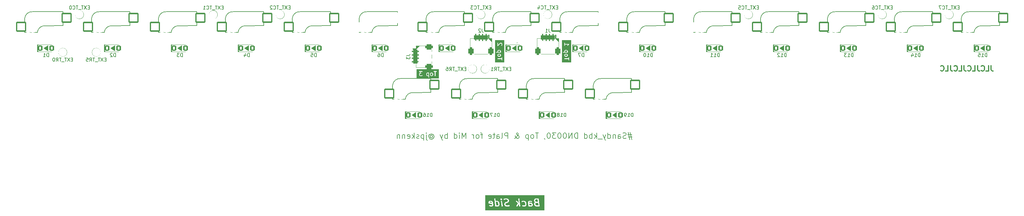
<source format=gbo>
G04 #@! TF.GenerationSoftware,KiCad,Pcbnew,7.0.1-0*
G04 #@! TF.CreationDate,2023-05-14T12:23:49+09:00*
G04 #@! TF.ProjectId,Sandy_Top_with_Plate_Mid,53616e64-795f-4546-9f70-5f776974685f,v.0*
G04 #@! TF.SameCoordinates,Original*
G04 #@! TF.FileFunction,Legend,Bot*
G04 #@! TF.FilePolarity,Positive*
%FSLAX46Y46*%
G04 Gerber Fmt 4.6, Leading zero omitted, Abs format (unit mm)*
G04 Created by KiCad (PCBNEW 7.0.1-0) date 2023-05-14 12:23:49*
%MOMM*%
%LPD*%
G01*
G04 APERTURE LIST*
G04 Aperture macros list*
%AMRoundRect*
0 Rectangle with rounded corners*
0 $1 Rounding radius*
0 $2 $3 $4 $5 $6 $7 $8 $9 X,Y pos of 4 corners*
0 Add a 4 corners polygon primitive as box body*
4,1,4,$2,$3,$4,$5,$6,$7,$8,$9,$2,$3,0*
0 Add four circle primitives for the rounded corners*
1,1,$1+$1,$2,$3*
1,1,$1+$1,$4,$5*
1,1,$1+$1,$6,$7*
1,1,$1+$1,$8,$9*
0 Add four rect primitives between the rounded corners*
20,1,$1+$1,$2,$3,$4,$5,0*
20,1,$1+$1,$4,$5,$6,$7,0*
20,1,$1+$1,$6,$7,$8,$9,0*
20,1,$1+$1,$8,$9,$2,$3,0*%
%AMFreePoly0*
4,1,57,1.326539,1.494775,1.368965,1.477201,1.433847,1.433847,1.477201,1.368965,1.494775,1.326539,1.510000,1.250000,1.510000,-1.250000,1.494775,-1.326539,1.477201,-1.368965,1.433847,-1.433847,1.368965,-1.477201,1.326539,-1.494775,1.250000,-1.510000,-1.250000,-1.510000,-1.326539,-1.494775,-1.368965,-1.477201,-1.433847,-1.433847,-1.477201,-1.368965,-1.494775,-1.326539,-1.510000,-1.250000,
-1.510000,0.150000,-1.506375,0.168213,-1.507388,0.186757,-1.496557,0.217547,-1.494762,0.226571,-1.493045,0.230714,-1.492068,0.230309,-1.481490,0.260385,-1.479044,0.264515,-1.477203,0.268961,-1.459488,0.295471,-1.460397,0.296009,-1.458113,0.299868,-1.451973,0.306716,-1.433838,0.333856,-1.418396,0.344171,-1.406000,0.358000,-0.834420,0.786683,-0.356082,1.408525,-0.343294,1.419710,
-0.333856,1.433839,-0.305418,1.452841,-0.297324,1.459922,-0.293764,1.461971,-0.293206,1.461001,-0.268964,1.477201,-0.263076,1.479639,-0.257549,1.482822,-0.229948,1.492152,-0.230376,1.493185,-0.226581,1.494758,-0.216031,1.496857,-0.183614,1.507817,-0.166661,1.506683,-0.150000,1.510000,1.250000,1.510000,1.326539,1.494775,1.326539,1.494775,$1*%
%AMFreePoly1*
4,1,37,1.076539,1.494775,1.118965,1.477201,1.183847,1.433847,1.227201,1.368965,1.244775,1.326539,1.260000,1.250000,1.260000,0.806318,1.486695,0.307589,1.492928,0.280996,1.494770,0.276551,1.499259,0.253985,1.504507,0.231598,1.504669,0.226791,1.510000,0.200000,1.510000,-1.250000,1.494775,-1.326539,1.477201,-1.368965,1.433847,-1.433847,1.368965,-1.477201,1.326539,-1.494775,
1.250000,-1.510000,-1.250000,-1.510000,-1.326539,-1.494775,-1.368965,-1.477201,-1.433847,-1.433847,-1.477201,-1.368965,-1.494775,-1.326539,-1.510000,-1.250000,-1.510000,1.250000,-1.494775,1.326539,-1.477201,1.368965,-1.433847,1.433847,-1.368965,1.477201,-1.326539,1.494775,-1.250000,1.510000,1.000000,1.510000,1.076539,1.494775,1.076539,1.494775,$1*%
G04 Aperture macros list end*
%ADD10C,0.200000*%
%ADD11C,0.300000*%
%ADD12C,0.320000*%
%ADD13C,0.150000*%
%ADD14C,0.120000*%
%ADD15C,2.150000*%
%ADD16C,3.400000*%
%ADD17C,4.387800*%
%ADD18RoundRect,0.200000X-1.275000X-1.250000X1.275000X-1.250000X1.275000X1.250000X-1.275000X1.250000X0*%
%ADD19C,6.496000*%
%ADD20FreePoly0,0.000000*%
%ADD21FreePoly1,0.000000*%
%ADD22C,4.800000*%
%ADD23RoundRect,0.200000X-0.450000X-0.600000X0.450000X-0.600000X0.450000X0.600000X-0.450000X0.600000X0*%
%ADD24C,2.400000*%
%ADD25O,2.100000X2.100000*%
%ADD26RoundRect,0.350000X0.150000X0.625000X-0.150000X0.625000X-0.150000X-0.625000X0.150000X-0.625000X0*%
%ADD27RoundRect,0.450000X0.350000X0.650000X-0.350000X0.650000X-0.350000X-0.650000X0.350000X-0.650000X0*%
%ADD28RoundRect,0.350000X-0.625000X0.150000X-0.625000X-0.150000X0.625000X-0.150000X0.625000X0.150000X0*%
%ADD29RoundRect,0.450000X-0.650000X0.350000X-0.650000X-0.350000X0.650000X-0.350000X0.650000X0.350000X0*%
G04 APERTURE END LIST*
D10*
G36*
X172926644Y-32417731D02*
G01*
X172960839Y-32451925D01*
X173000167Y-32530582D01*
X173000167Y-32654797D01*
X172960838Y-32733453D01*
X172926645Y-32767647D01*
X172847989Y-32806975D01*
X172552345Y-32806975D01*
X172473689Y-32767647D01*
X172439494Y-32733451D01*
X172400167Y-32654797D01*
X172400167Y-32530581D01*
X172439495Y-32451925D01*
X172473687Y-32417732D01*
X172552345Y-32378404D01*
X172847989Y-32378404D01*
X172926644Y-32417731D01*
G37*
G36*
X172926644Y-31332017D02*
G01*
X172960839Y-31366211D01*
X173000167Y-31444868D01*
X173000167Y-31626226D01*
X172981221Y-31664118D01*
X172419113Y-31664118D01*
X172400167Y-31626226D01*
X172400167Y-31444867D01*
X172439495Y-31366211D01*
X172473687Y-31332018D01*
X172552345Y-31292690D01*
X172847989Y-31292690D01*
X172926644Y-31332017D01*
G37*
G36*
X174176739Y-34651263D02*
G01*
X171533881Y-34651263D01*
X171533881Y-33607522D01*
X172197006Y-33607522D01*
X172221401Y-33660941D01*
X172270804Y-33692690D01*
X173400167Y-33692690D01*
X173400167Y-33949926D01*
X173412490Y-33991894D01*
X173456872Y-34030351D01*
X173514999Y-34038708D01*
X173568418Y-34014313D01*
X173600167Y-33964910D01*
X173600167Y-33599844D01*
X173603328Y-33577858D01*
X173600167Y-33570936D01*
X173600167Y-33235454D01*
X173587844Y-33193486D01*
X173543462Y-33155029D01*
X173485335Y-33146672D01*
X173431916Y-33171067D01*
X173400167Y-33220470D01*
X173400167Y-33492690D01*
X172285788Y-33492690D01*
X172243820Y-33505013D01*
X172205363Y-33549395D01*
X172197006Y-33607522D01*
X171533881Y-33607522D01*
X171533881Y-32518163D01*
X172196547Y-32518163D01*
X172200167Y-32526891D01*
X172200167Y-32673020D01*
X172197593Y-32696863D01*
X172206731Y-32715140D01*
X172212490Y-32734751D01*
X172219630Y-32740938D01*
X172262259Y-32826195D01*
X172265836Y-32842636D01*
X172285313Y-32862114D01*
X172304089Y-32882298D01*
X172305980Y-32882781D01*
X172334876Y-32911678D01*
X172343468Y-32926143D01*
X172368095Y-32938456D01*
X172392298Y-32951672D01*
X172394247Y-32951532D01*
X172479196Y-32994007D01*
X172499375Y-33006975D01*
X172519811Y-33006975D01*
X172539926Y-33010595D01*
X172548654Y-33006975D01*
X172866210Y-33006975D01*
X172890053Y-33009549D01*
X172908329Y-33000410D01*
X172927942Y-32994652D01*
X172934129Y-32987510D01*
X173019388Y-32944881D01*
X173035829Y-32941305D01*
X173055300Y-32921833D01*
X173075490Y-32903053D01*
X173075974Y-32901159D01*
X173104867Y-32872266D01*
X173119335Y-32863674D01*
X173131658Y-32839027D01*
X173144864Y-32814843D01*
X173144724Y-32812894D01*
X173187199Y-32727945D01*
X173200167Y-32707767D01*
X173200167Y-32687331D01*
X173203787Y-32667216D01*
X173200167Y-32658488D01*
X173200167Y-32512360D01*
X173202741Y-32488517D01*
X173193602Y-32470240D01*
X173187844Y-32450628D01*
X173180702Y-32444439D01*
X173138074Y-32359183D01*
X173134497Y-32342741D01*
X173115025Y-32323270D01*
X173096246Y-32303080D01*
X173094350Y-32302595D01*
X173065459Y-32273704D01*
X173056866Y-32259236D01*
X173032231Y-32246918D01*
X173008034Y-32233706D01*
X173006084Y-32233845D01*
X172921135Y-32191371D01*
X172900958Y-32178404D01*
X172880522Y-32178404D01*
X172860407Y-32174784D01*
X172851679Y-32178404D01*
X172534123Y-32178404D01*
X172510280Y-32175830D01*
X172492003Y-32184968D01*
X172472391Y-32190727D01*
X172466202Y-32197868D01*
X172380946Y-32240496D01*
X172364504Y-32244074D01*
X172345029Y-32263548D01*
X172324843Y-32282325D01*
X172324358Y-32284219D01*
X172295467Y-32313110D01*
X172280999Y-32321704D01*
X172268676Y-32346348D01*
X172255470Y-32370535D01*
X172255609Y-32372483D01*
X172213134Y-32457434D01*
X172200167Y-32477612D01*
X172200167Y-32498048D01*
X172196547Y-32518163D01*
X171533881Y-32518163D01*
X171533881Y-31778950D01*
X171797006Y-31778950D01*
X171821401Y-31832369D01*
X171870804Y-31864118D01*
X172344724Y-31864118D01*
X172360984Y-31868276D01*
X172373495Y-31864118D01*
X173041257Y-31864118D01*
X173068844Y-31865091D01*
X173070482Y-31864118D01*
X173114546Y-31864118D01*
X173156514Y-31851795D01*
X173194971Y-31807413D01*
X173203328Y-31749286D01*
X173183716Y-31706340D01*
X173187199Y-31699374D01*
X173200167Y-31679196D01*
X173200167Y-31658760D01*
X173203787Y-31638645D01*
X173200167Y-31629917D01*
X173200167Y-31426646D01*
X173202741Y-31402803D01*
X173193602Y-31384526D01*
X173187844Y-31364914D01*
X173180702Y-31358725D01*
X173138074Y-31273469D01*
X173134497Y-31257027D01*
X173115025Y-31237556D01*
X173096246Y-31217366D01*
X173094350Y-31216881D01*
X173065459Y-31187990D01*
X173056866Y-31173522D01*
X173032231Y-31161204D01*
X173008034Y-31147992D01*
X173006084Y-31148131D01*
X172921135Y-31105657D01*
X172900958Y-31092690D01*
X172880522Y-31092690D01*
X172860407Y-31089070D01*
X172851679Y-31092690D01*
X172534123Y-31092690D01*
X172510280Y-31090116D01*
X172492003Y-31099254D01*
X172472391Y-31105013D01*
X172466202Y-31112154D01*
X172380946Y-31154782D01*
X172364504Y-31158360D01*
X172345029Y-31177834D01*
X172324843Y-31196611D01*
X172324358Y-31198505D01*
X172295467Y-31227396D01*
X172280999Y-31235990D01*
X172268676Y-31260634D01*
X172255470Y-31284821D01*
X172255609Y-31286769D01*
X172213134Y-31371720D01*
X172200167Y-31391898D01*
X172200167Y-31412334D01*
X172196547Y-31432449D01*
X172200167Y-31441177D01*
X172200167Y-31644449D01*
X172198044Y-31664118D01*
X171885788Y-31664118D01*
X171843820Y-31676441D01*
X171805363Y-31720823D01*
X171797006Y-31778950D01*
X171533881Y-31778950D01*
X171533881Y-29493236D01*
X172197006Y-29493236D01*
X172200167Y-29500158D01*
X172200167Y-29835640D01*
X172212490Y-29877608D01*
X172256872Y-29916065D01*
X172314999Y-29924422D01*
X172368418Y-29900027D01*
X172400167Y-29850624D01*
X172400167Y-29578404D01*
X173201601Y-29578404D01*
X173152606Y-29627398D01*
X173138140Y-29635991D01*
X173125819Y-29660632D01*
X173112612Y-29684821D01*
X173112751Y-29686769D01*
X173061437Y-29789401D01*
X173053690Y-29832450D01*
X173076189Y-29886695D01*
X173124442Y-29920164D01*
X173183131Y-29922234D01*
X173233622Y-29892245D01*
X173296636Y-29766212D01*
X173392446Y-29670402D01*
X173542958Y-29570061D01*
X173556514Y-29566081D01*
X173566888Y-29554107D01*
X173567601Y-29553633D01*
X173576289Y-29543259D01*
X173594971Y-29521699D01*
X173595100Y-29520797D01*
X173595685Y-29520100D01*
X173599267Y-29491814D01*
X173603328Y-29463572D01*
X173602949Y-29462743D01*
X173603064Y-29461840D01*
X173590785Y-29436107D01*
X173578933Y-29410153D01*
X173578166Y-29409660D01*
X173577775Y-29408840D01*
X173553535Y-29393831D01*
X173529530Y-29378404D01*
X173528620Y-29378404D01*
X173527845Y-29377924D01*
X173499290Y-29378404D01*
X172400167Y-29378404D01*
X172400167Y-29121168D01*
X172387844Y-29079200D01*
X172343462Y-29040743D01*
X172285335Y-29032386D01*
X172231916Y-29056781D01*
X172200167Y-29106184D01*
X172200167Y-29471250D01*
X172197006Y-29493236D01*
X171533881Y-29493236D01*
X171533881Y-28305548D01*
X174176739Y-28305548D01*
X174176739Y-34651263D01*
G37*
G36*
X153876644Y-32417731D02*
G01*
X153910839Y-32451925D01*
X153950167Y-32530582D01*
X153950167Y-32654797D01*
X153910838Y-32733453D01*
X153876645Y-32767647D01*
X153797989Y-32806975D01*
X153502345Y-32806975D01*
X153423689Y-32767647D01*
X153389494Y-32733451D01*
X153350167Y-32654797D01*
X153350167Y-32530581D01*
X153389495Y-32451925D01*
X153423687Y-32417732D01*
X153502345Y-32378404D01*
X153797989Y-32378404D01*
X153876644Y-32417731D01*
G37*
G36*
X153876644Y-31332017D02*
G01*
X153910839Y-31366211D01*
X153950167Y-31444868D01*
X153950167Y-31626226D01*
X153931221Y-31664118D01*
X153369113Y-31664118D01*
X153350167Y-31626226D01*
X153350167Y-31444867D01*
X153389495Y-31366211D01*
X153423687Y-31332018D01*
X153502345Y-31292690D01*
X153797989Y-31292690D01*
X153876644Y-31332017D01*
G37*
G36*
X155126739Y-34651263D02*
G01*
X152483881Y-34651263D01*
X152483881Y-33607522D01*
X153147006Y-33607522D01*
X153171401Y-33660941D01*
X153220804Y-33692690D01*
X154350167Y-33692690D01*
X154350167Y-33949926D01*
X154362490Y-33991894D01*
X154406872Y-34030351D01*
X154464999Y-34038708D01*
X154518418Y-34014313D01*
X154550167Y-33964910D01*
X154550167Y-33599844D01*
X154553328Y-33577858D01*
X154550167Y-33570936D01*
X154550167Y-33235454D01*
X154537844Y-33193486D01*
X154493462Y-33155029D01*
X154435335Y-33146672D01*
X154381916Y-33171067D01*
X154350167Y-33220470D01*
X154350167Y-33492690D01*
X153235788Y-33492690D01*
X153193820Y-33505013D01*
X153155363Y-33549395D01*
X153147006Y-33607522D01*
X152483881Y-33607522D01*
X152483881Y-32518163D01*
X153146547Y-32518163D01*
X153150167Y-32526891D01*
X153150167Y-32673020D01*
X153147593Y-32696863D01*
X153156731Y-32715140D01*
X153162490Y-32734751D01*
X153169630Y-32740938D01*
X153212259Y-32826195D01*
X153215836Y-32842636D01*
X153235313Y-32862114D01*
X153254089Y-32882298D01*
X153255980Y-32882781D01*
X153284876Y-32911678D01*
X153293468Y-32926143D01*
X153318095Y-32938456D01*
X153342298Y-32951672D01*
X153344247Y-32951532D01*
X153429196Y-32994007D01*
X153449375Y-33006975D01*
X153469811Y-33006975D01*
X153489926Y-33010595D01*
X153498654Y-33006975D01*
X153816210Y-33006975D01*
X153840053Y-33009549D01*
X153858329Y-33000410D01*
X153877942Y-32994652D01*
X153884129Y-32987510D01*
X153969388Y-32944881D01*
X153985829Y-32941305D01*
X154005300Y-32921833D01*
X154025490Y-32903053D01*
X154025974Y-32901159D01*
X154054867Y-32872266D01*
X154069335Y-32863674D01*
X154081658Y-32839027D01*
X154094864Y-32814843D01*
X154094724Y-32812894D01*
X154137199Y-32727945D01*
X154150167Y-32707767D01*
X154150167Y-32687331D01*
X154153787Y-32667216D01*
X154150167Y-32658488D01*
X154150167Y-32512360D01*
X154152741Y-32488517D01*
X154143602Y-32470240D01*
X154137844Y-32450628D01*
X154130702Y-32444439D01*
X154088074Y-32359183D01*
X154084497Y-32342741D01*
X154065025Y-32323270D01*
X154046246Y-32303080D01*
X154044350Y-32302595D01*
X154015459Y-32273704D01*
X154006866Y-32259236D01*
X153982231Y-32246918D01*
X153958034Y-32233706D01*
X153956084Y-32233845D01*
X153871135Y-32191371D01*
X153850958Y-32178404D01*
X153830522Y-32178404D01*
X153810407Y-32174784D01*
X153801679Y-32178404D01*
X153484123Y-32178404D01*
X153460280Y-32175830D01*
X153442003Y-32184968D01*
X153422391Y-32190727D01*
X153416202Y-32197868D01*
X153330946Y-32240496D01*
X153314504Y-32244074D01*
X153295029Y-32263548D01*
X153274843Y-32282325D01*
X153274358Y-32284219D01*
X153245467Y-32313110D01*
X153230999Y-32321704D01*
X153218676Y-32346348D01*
X153205470Y-32370535D01*
X153205609Y-32372483D01*
X153163134Y-32457434D01*
X153150167Y-32477612D01*
X153150167Y-32498048D01*
X153146547Y-32518163D01*
X152483881Y-32518163D01*
X152483881Y-31778950D01*
X152747006Y-31778950D01*
X152771401Y-31832369D01*
X152820804Y-31864118D01*
X153294724Y-31864118D01*
X153310984Y-31868276D01*
X153323495Y-31864118D01*
X153991257Y-31864118D01*
X154018844Y-31865091D01*
X154020482Y-31864118D01*
X154064546Y-31864118D01*
X154106514Y-31851795D01*
X154144971Y-31807413D01*
X154153328Y-31749286D01*
X154133716Y-31706340D01*
X154137199Y-31699374D01*
X154150167Y-31679196D01*
X154150167Y-31658760D01*
X154153787Y-31638645D01*
X154150167Y-31629917D01*
X154150167Y-31426646D01*
X154152741Y-31402803D01*
X154143602Y-31384526D01*
X154137844Y-31364914D01*
X154130702Y-31358725D01*
X154088074Y-31273469D01*
X154084497Y-31257027D01*
X154065025Y-31237556D01*
X154046246Y-31217366D01*
X154044350Y-31216881D01*
X154015459Y-31187990D01*
X154006866Y-31173522D01*
X153982231Y-31161204D01*
X153958034Y-31147992D01*
X153956084Y-31148131D01*
X153871135Y-31105657D01*
X153850958Y-31092690D01*
X153830522Y-31092690D01*
X153810407Y-31089070D01*
X153801679Y-31092690D01*
X153484123Y-31092690D01*
X153460280Y-31090116D01*
X153442003Y-31099254D01*
X153422391Y-31105013D01*
X153416202Y-31112154D01*
X153330946Y-31154782D01*
X153314504Y-31158360D01*
X153295029Y-31177834D01*
X153274843Y-31196611D01*
X153274358Y-31198505D01*
X153245467Y-31227396D01*
X153230999Y-31235990D01*
X153218676Y-31260634D01*
X153205470Y-31284821D01*
X153205609Y-31286769D01*
X153163134Y-31371720D01*
X153150167Y-31391898D01*
X153150167Y-31412334D01*
X153146547Y-31432449D01*
X153150167Y-31441177D01*
X153150167Y-31644449D01*
X153148044Y-31664118D01*
X152835788Y-31664118D01*
X152793820Y-31676441D01*
X152755363Y-31720823D01*
X152747006Y-31778950D01*
X152483881Y-31778950D01*
X152483881Y-29856250D01*
X153148327Y-29856250D01*
X153150167Y-29881979D01*
X153150167Y-29892783D01*
X153151188Y-29896261D01*
X153152516Y-29914826D01*
X153159300Y-29923889D01*
X153162490Y-29934751D01*
X153176555Y-29946938D01*
X153187709Y-29961838D01*
X153198316Y-29965794D01*
X153206872Y-29973208D01*
X153225292Y-29975856D01*
X153242732Y-29982361D01*
X153253794Y-29979954D01*
X153264999Y-29981565D01*
X153281929Y-29973833D01*
X153300115Y-29969877D01*
X153308118Y-29961873D01*
X153318418Y-29957170D01*
X153328481Y-29941510D01*
X153989898Y-29280093D01*
X154123537Y-29235547D01*
X154197989Y-29235547D01*
X154276645Y-29274875D01*
X154310838Y-29309068D01*
X154350167Y-29387725D01*
X154350167Y-29626226D01*
X154310838Y-29704882D01*
X154255003Y-29760718D01*
X154234041Y-29799107D01*
X154238230Y-29857683D01*
X154273423Y-29904695D01*
X154328446Y-29925218D01*
X154385829Y-29912734D01*
X154454867Y-29843695D01*
X154469335Y-29835103D01*
X154481658Y-29810456D01*
X154494864Y-29786272D01*
X154494724Y-29784323D01*
X154537199Y-29699374D01*
X154550167Y-29679196D01*
X154550167Y-29658760D01*
X154553787Y-29638645D01*
X154550167Y-29629917D01*
X154550167Y-29369503D01*
X154552741Y-29345660D01*
X154543602Y-29327383D01*
X154537844Y-29307771D01*
X154530702Y-29301582D01*
X154488073Y-29216324D01*
X154484497Y-29199885D01*
X154465025Y-29180413D01*
X154446245Y-29160224D01*
X154444351Y-29159739D01*
X154415459Y-29130847D01*
X154406866Y-29116379D01*
X154382221Y-29104056D01*
X154358035Y-29090850D01*
X154356086Y-29090989D01*
X154271135Y-29048514D01*
X154250958Y-29035547D01*
X154230522Y-29035547D01*
X154210407Y-29031927D01*
X154201679Y-29035547D01*
X154119850Y-29035547D01*
X154103543Y-29031393D01*
X154077401Y-29040106D01*
X154050963Y-29047870D01*
X154049683Y-29049346D01*
X153909368Y-29096118D01*
X153885933Y-29101217D01*
X153871483Y-29115666D01*
X153854700Y-29127331D01*
X153851088Y-29136061D01*
X153350167Y-29636983D01*
X153350167Y-29121168D01*
X153337844Y-29079200D01*
X153293462Y-29040743D01*
X153235335Y-29032386D01*
X153181916Y-29056781D01*
X153150167Y-29106184D01*
X153150167Y-29852880D01*
X153148327Y-29856250D01*
X152483881Y-29856250D01*
X152483881Y-28305548D01*
X155126739Y-28305548D01*
X155126739Y-34651263D01*
G37*
G36*
X133491023Y-37752493D02*
G01*
X133491023Y-38314602D01*
X133453132Y-38333547D01*
X133271773Y-38333547D01*
X133193116Y-38294220D01*
X133158922Y-38260024D01*
X133119595Y-38181370D01*
X133119595Y-37885725D01*
X133158922Y-37807069D01*
X133193116Y-37772874D01*
X133271773Y-37733547D01*
X133453131Y-37733547D01*
X133491023Y-37752493D01*
G37*
G36*
X134560358Y-37772875D02*
G01*
X134594551Y-37807068D01*
X134633880Y-37885726D01*
X134633880Y-38181369D01*
X134594551Y-38260026D01*
X134560358Y-38294219D01*
X134481703Y-38333547D01*
X134357487Y-38333547D01*
X134278830Y-38294220D01*
X134244636Y-38260024D01*
X134205309Y-38181370D01*
X134205309Y-37885725D01*
X134244636Y-37807069D01*
X134278830Y-37772874D01*
X134357487Y-37733547D01*
X134481702Y-37733547D01*
X134560358Y-37772875D01*
G37*
G36*
X136478168Y-39199834D02*
G01*
X130132453Y-39199834D01*
X130132453Y-37930450D01*
X130858832Y-37930450D01*
X130862452Y-37939178D01*
X130862452Y-38199591D01*
X130859878Y-38223434D01*
X130869016Y-38241710D01*
X130874775Y-38261323D01*
X130881916Y-38267510D01*
X130924545Y-38352769D01*
X130928122Y-38369210D01*
X130947593Y-38388681D01*
X130966374Y-38408871D01*
X130968267Y-38409355D01*
X130997161Y-38438249D01*
X131005754Y-38452716D01*
X131030386Y-38465032D01*
X131054584Y-38478245D01*
X131056533Y-38478105D01*
X131141482Y-38520579D01*
X131161660Y-38533547D01*
X131182096Y-38533547D01*
X131202211Y-38537167D01*
X131210939Y-38533547D01*
X131528498Y-38533547D01*
X131552338Y-38536121D01*
X131570615Y-38526982D01*
X131590227Y-38521224D01*
X131596414Y-38514083D01*
X131681674Y-38471454D01*
X131698114Y-38467878D01*
X131717584Y-38448407D01*
X131737774Y-38429627D01*
X131738258Y-38427733D01*
X131786187Y-38379805D01*
X131807149Y-38341416D01*
X131802959Y-38282840D01*
X131767767Y-38235829D01*
X131712744Y-38215306D01*
X131655361Y-38227789D01*
X131588931Y-38294218D01*
X131510273Y-38333547D01*
X131214630Y-38333547D01*
X131135973Y-38294219D01*
X131101780Y-38260026D01*
X131062452Y-38181370D01*
X131062452Y-37942868D01*
X131097233Y-37873307D01*
X132915975Y-37873307D01*
X132919595Y-37882035D01*
X132919595Y-38199591D01*
X132917021Y-38223434D01*
X132926159Y-38241710D01*
X132931918Y-38261323D01*
X132939059Y-38267510D01*
X132981687Y-38352767D01*
X132985264Y-38369209D01*
X133004741Y-38388687D01*
X133023517Y-38408871D01*
X133025408Y-38409354D01*
X133054303Y-38438249D01*
X133062896Y-38452717D01*
X133087537Y-38465037D01*
X133111726Y-38478245D01*
X133113674Y-38478105D01*
X133198626Y-38520580D01*
X133218803Y-38533547D01*
X133239239Y-38533547D01*
X133259355Y-38537167D01*
X133268083Y-38533547D01*
X133471353Y-38533547D01*
X133491023Y-38535671D01*
X133491023Y-38847926D01*
X133503346Y-38889894D01*
X133547728Y-38928351D01*
X133605855Y-38936708D01*
X133659274Y-38912313D01*
X133691023Y-38862910D01*
X133691023Y-38388988D01*
X133695180Y-38372732D01*
X133691023Y-38360223D01*
X133691023Y-37873307D01*
X134001689Y-37873307D01*
X134005309Y-37882035D01*
X134005309Y-38199591D01*
X134002735Y-38223434D01*
X134011873Y-38241710D01*
X134017632Y-38261323D01*
X134024773Y-38267510D01*
X134067401Y-38352767D01*
X134070978Y-38369209D01*
X134090455Y-38388687D01*
X134109231Y-38408871D01*
X134111122Y-38409354D01*
X134140017Y-38438249D01*
X134148610Y-38452717D01*
X134173251Y-38465037D01*
X134197440Y-38478245D01*
X134199388Y-38478105D01*
X134284340Y-38520580D01*
X134304517Y-38533547D01*
X134324953Y-38533547D01*
X134345069Y-38537167D01*
X134353797Y-38533547D01*
X134499924Y-38533547D01*
X134523767Y-38536121D01*
X134542044Y-38526982D01*
X134561656Y-38521224D01*
X134567843Y-38514083D01*
X134653102Y-38471454D01*
X134669542Y-38467878D01*
X134689012Y-38448407D01*
X134709202Y-38429627D01*
X134709686Y-38427733D01*
X134738581Y-38398838D01*
X134753048Y-38390246D01*
X134765365Y-38365611D01*
X134778577Y-38341416D01*
X134778437Y-38339466D01*
X134820912Y-38254517D01*
X134833880Y-38234339D01*
X134833880Y-38213903D01*
X134837500Y-38193788D01*
X134833880Y-38185060D01*
X134833880Y-37867504D01*
X134836454Y-37843661D01*
X134827315Y-37825384D01*
X134821557Y-37805772D01*
X134814415Y-37799583D01*
X134771786Y-37714326D01*
X134768210Y-37697885D01*
X134748735Y-37678410D01*
X134729959Y-37658224D01*
X134728064Y-37657739D01*
X134699172Y-37628847D01*
X134690579Y-37614379D01*
X134665930Y-37602054D01*
X134641748Y-37588850D01*
X134639799Y-37588989D01*
X134554847Y-37546512D01*
X134534672Y-37533547D01*
X134514237Y-37533547D01*
X134494121Y-37529927D01*
X134485393Y-37533547D01*
X134339265Y-37533547D01*
X134315422Y-37530973D01*
X134297145Y-37540111D01*
X134277533Y-37545870D01*
X134271344Y-37553011D01*
X134186088Y-37595639D01*
X134169646Y-37599217D01*
X134150175Y-37618688D01*
X134129985Y-37637468D01*
X134129500Y-37639363D01*
X134100609Y-37668254D01*
X134086141Y-37676848D01*
X134073823Y-37701482D01*
X134060611Y-37725680D01*
X134060750Y-37727629D01*
X134018276Y-37812578D01*
X134005309Y-37832756D01*
X134005309Y-37853192D01*
X134001689Y-37873307D01*
X133691023Y-37873307D01*
X133691023Y-37692472D01*
X133691997Y-37664870D01*
X133691023Y-37663230D01*
X133691023Y-37619168D01*
X133678700Y-37577200D01*
X133634318Y-37538743D01*
X133576191Y-37530386D01*
X133533246Y-37549997D01*
X133526276Y-37546512D01*
X133506101Y-37533547D01*
X133485666Y-37533547D01*
X133465550Y-37529927D01*
X133456822Y-37533547D01*
X133253551Y-37533547D01*
X133229708Y-37530973D01*
X133211431Y-37540111D01*
X133191819Y-37545870D01*
X133185630Y-37553011D01*
X133100374Y-37595639D01*
X133083932Y-37599217D01*
X133064461Y-37618688D01*
X133044271Y-37637468D01*
X133043786Y-37639363D01*
X133014895Y-37668254D01*
X133000427Y-37676848D01*
X132988109Y-37701482D01*
X132974897Y-37725680D01*
X132975036Y-37727629D01*
X132932562Y-37812578D01*
X132919595Y-37832756D01*
X132919595Y-37853192D01*
X132915975Y-37873307D01*
X131097233Y-37873307D01*
X131101780Y-37864212D01*
X131135973Y-37830018D01*
X131214630Y-37790690D01*
X131333351Y-37790690D01*
X131333573Y-37790831D01*
X131362729Y-37790690D01*
X131376831Y-37790690D01*
X131377067Y-37790620D01*
X131392298Y-37790547D01*
X131404657Y-37782519D01*
X131418799Y-37778367D01*
X131428773Y-37766855D01*
X131441546Y-37758560D01*
X131447603Y-37745124D01*
X131457256Y-37733985D01*
X131459423Y-37718909D01*
X131465684Y-37705024D01*
X131463515Y-37690445D01*
X131465613Y-37675858D01*
X131459285Y-37662002D01*
X131457045Y-37646937D01*
X131447340Y-37635846D01*
X131441218Y-37622439D01*
X131428403Y-37614203D01*
X131182829Y-37333547D01*
X131719688Y-37333547D01*
X131761656Y-37321224D01*
X131800113Y-37276842D01*
X131804205Y-37248379D01*
X134973577Y-37248379D01*
X134997972Y-37301798D01*
X135047375Y-37333547D01*
X135319595Y-37333547D01*
X135319595Y-38447926D01*
X135331918Y-38489894D01*
X135376300Y-38528351D01*
X135434427Y-38536708D01*
X135487846Y-38512313D01*
X135519595Y-38462910D01*
X135519595Y-37333547D01*
X135776831Y-37333547D01*
X135818799Y-37321224D01*
X135857256Y-37276842D01*
X135865613Y-37218715D01*
X135841218Y-37165296D01*
X135791815Y-37133547D01*
X135426749Y-37133547D01*
X135404763Y-37130386D01*
X135397841Y-37133547D01*
X135062359Y-37133547D01*
X135020391Y-37145870D01*
X134981934Y-37190252D01*
X134973577Y-37248379D01*
X131804205Y-37248379D01*
X131808470Y-37218715D01*
X131784075Y-37165296D01*
X131734672Y-37133547D01*
X130991553Y-37133547D01*
X130991331Y-37133406D01*
X130962175Y-37133547D01*
X130948073Y-37133547D01*
X130947836Y-37133616D01*
X130932606Y-37133690D01*
X130920246Y-37141717D01*
X130906105Y-37145870D01*
X130896130Y-37157381D01*
X130883358Y-37165677D01*
X130877300Y-37179112D01*
X130867648Y-37190252D01*
X130865480Y-37205327D01*
X130859220Y-37219213D01*
X130861388Y-37233791D01*
X130859291Y-37248379D01*
X130865618Y-37262234D01*
X130867859Y-37277300D01*
X130877563Y-37288390D01*
X130883686Y-37301798D01*
X130896500Y-37310033D01*
X131149141Y-37598765D01*
X131134676Y-37603013D01*
X131128487Y-37610154D01*
X131043229Y-37652783D01*
X131026790Y-37656360D01*
X131007318Y-37675831D01*
X130987129Y-37694612D01*
X130986644Y-37696505D01*
X130957752Y-37725397D01*
X130943284Y-37733991D01*
X130930961Y-37758635D01*
X130917755Y-37782822D01*
X130917894Y-37784770D01*
X130875419Y-37869721D01*
X130862452Y-37889899D01*
X130862452Y-37910335D01*
X130858832Y-37930450D01*
X130132453Y-37930450D01*
X130132453Y-36556976D01*
X136478168Y-36556976D01*
X136478168Y-39199834D01*
G37*
D11*
X293733881Y-35572333D02*
X293733881Y-36643762D01*
X293733881Y-36643762D02*
X293805310Y-36858047D01*
X293805310Y-36858047D02*
X293948167Y-37000905D01*
X293948167Y-37000905D02*
X294162453Y-37072333D01*
X294162453Y-37072333D02*
X294305310Y-37072333D01*
X292305310Y-37072333D02*
X293019596Y-37072333D01*
X293019596Y-37072333D02*
X293019596Y-35572333D01*
X290948167Y-36929476D02*
X291019595Y-37000905D01*
X291019595Y-37000905D02*
X291233881Y-37072333D01*
X291233881Y-37072333D02*
X291376738Y-37072333D01*
X291376738Y-37072333D02*
X291591024Y-37000905D01*
X291591024Y-37000905D02*
X291733881Y-36858047D01*
X291733881Y-36858047D02*
X291805310Y-36715190D01*
X291805310Y-36715190D02*
X291876738Y-36429476D01*
X291876738Y-36429476D02*
X291876738Y-36215190D01*
X291876738Y-36215190D02*
X291805310Y-35929476D01*
X291805310Y-35929476D02*
X291733881Y-35786619D01*
X291733881Y-35786619D02*
X291591024Y-35643762D01*
X291591024Y-35643762D02*
X291376738Y-35572333D01*
X291376738Y-35572333D02*
X291233881Y-35572333D01*
X291233881Y-35572333D02*
X291019595Y-35643762D01*
X291019595Y-35643762D02*
X290948167Y-35715190D01*
X289876738Y-35572333D02*
X289876738Y-36643762D01*
X289876738Y-36643762D02*
X289948167Y-36858047D01*
X289948167Y-36858047D02*
X290091024Y-37000905D01*
X290091024Y-37000905D02*
X290305310Y-37072333D01*
X290305310Y-37072333D02*
X290448167Y-37072333D01*
X288448167Y-37072333D02*
X289162453Y-37072333D01*
X289162453Y-37072333D02*
X289162453Y-35572333D01*
X287091024Y-36929476D02*
X287162452Y-37000905D01*
X287162452Y-37000905D02*
X287376738Y-37072333D01*
X287376738Y-37072333D02*
X287519595Y-37072333D01*
X287519595Y-37072333D02*
X287733881Y-37000905D01*
X287733881Y-37000905D02*
X287876738Y-36858047D01*
X287876738Y-36858047D02*
X287948167Y-36715190D01*
X287948167Y-36715190D02*
X288019595Y-36429476D01*
X288019595Y-36429476D02*
X288019595Y-36215190D01*
X288019595Y-36215190D02*
X287948167Y-35929476D01*
X287948167Y-35929476D02*
X287876738Y-35786619D01*
X287876738Y-35786619D02*
X287733881Y-35643762D01*
X287733881Y-35643762D02*
X287519595Y-35572333D01*
X287519595Y-35572333D02*
X287376738Y-35572333D01*
X287376738Y-35572333D02*
X287162452Y-35643762D01*
X287162452Y-35643762D02*
X287091024Y-35715190D01*
X286019595Y-35572333D02*
X286019595Y-36643762D01*
X286019595Y-36643762D02*
X286091024Y-36858047D01*
X286091024Y-36858047D02*
X286233881Y-37000905D01*
X286233881Y-37000905D02*
X286448167Y-37072333D01*
X286448167Y-37072333D02*
X286591024Y-37072333D01*
X284591024Y-37072333D02*
X285305310Y-37072333D01*
X285305310Y-37072333D02*
X285305310Y-35572333D01*
X283233881Y-36929476D02*
X283305309Y-37000905D01*
X283305309Y-37000905D02*
X283519595Y-37072333D01*
X283519595Y-37072333D02*
X283662452Y-37072333D01*
X283662452Y-37072333D02*
X283876738Y-37000905D01*
X283876738Y-37000905D02*
X284019595Y-36858047D01*
X284019595Y-36858047D02*
X284091024Y-36715190D01*
X284091024Y-36715190D02*
X284162452Y-36429476D01*
X284162452Y-36429476D02*
X284162452Y-36215190D01*
X284162452Y-36215190D02*
X284091024Y-35929476D01*
X284091024Y-35929476D02*
X284019595Y-35786619D01*
X284019595Y-35786619D02*
X283876738Y-35643762D01*
X283876738Y-35643762D02*
X283662452Y-35572333D01*
X283662452Y-35572333D02*
X283519595Y-35572333D01*
X283519595Y-35572333D02*
X283305309Y-35643762D01*
X283305309Y-35643762D02*
X283233881Y-35715190D01*
X282162452Y-35572333D02*
X282162452Y-36643762D01*
X282162452Y-36643762D02*
X282233881Y-36858047D01*
X282233881Y-36858047D02*
X282376738Y-37000905D01*
X282376738Y-37000905D02*
X282591024Y-37072333D01*
X282591024Y-37072333D02*
X282733881Y-37072333D01*
X280733881Y-37072333D02*
X281448167Y-37072333D01*
X281448167Y-37072333D02*
X281448167Y-35572333D01*
X279376738Y-36929476D02*
X279448166Y-37000905D01*
X279448166Y-37000905D02*
X279662452Y-37072333D01*
X279662452Y-37072333D02*
X279805309Y-37072333D01*
X279805309Y-37072333D02*
X280019595Y-37000905D01*
X280019595Y-37000905D02*
X280162452Y-36858047D01*
X280162452Y-36858047D02*
X280233881Y-36715190D01*
X280233881Y-36715190D02*
X280305309Y-36429476D01*
X280305309Y-36429476D02*
X280305309Y-36215190D01*
X280305309Y-36215190D02*
X280233881Y-35929476D01*
X280233881Y-35929476D02*
X280162452Y-35786619D01*
X280162452Y-35786619D02*
X280019595Y-35643762D01*
X280019595Y-35643762D02*
X279805309Y-35572333D01*
X279805309Y-35572333D02*
X279662452Y-35572333D01*
X279662452Y-35572333D02*
X279448166Y-35643762D01*
X279448166Y-35643762D02*
X279376738Y-35715190D01*
D12*
G36*
X164810969Y-75393643D02*
G01*
X164266074Y-75393643D01*
X164116960Y-75323472D01*
X164044274Y-75258860D01*
X163956124Y-75117821D01*
X163929677Y-74906246D01*
X163977039Y-74779946D01*
X164013325Y-74738476D01*
X164209455Y-74670257D01*
X164216437Y-74671343D01*
X164228446Y-74666024D01*
X164720016Y-74666024D01*
X164810969Y-75393643D01*
G37*
G36*
X164680016Y-74346024D02*
G01*
X164230361Y-74346024D01*
X164081245Y-74275851D01*
X164008560Y-74211242D01*
X163920410Y-74070202D01*
X163905867Y-73953864D01*
X163953229Y-73827565D01*
X163998105Y-73776278D01*
X164115547Y-73713643D01*
X164600969Y-73713643D01*
X164680016Y-74346024D01*
G37*
G36*
X162810057Y-75011699D02*
G01*
X162885446Y-75132321D01*
X162899988Y-75248658D01*
X162863614Y-75345658D01*
X162773642Y-75393643D01*
X162373217Y-75393643D01*
X162282909Y-75351145D01*
X162233045Y-74952234D01*
X162264056Y-74957056D01*
X162276063Y-74951738D01*
X162682639Y-74951738D01*
X162810057Y-75011699D01*
G37*
G36*
X153200801Y-74450480D02*
G01*
X153273486Y-74515089D01*
X153361636Y-74656131D01*
X153423797Y-75153419D01*
X153376435Y-75279720D01*
X153331558Y-75331008D01*
X153214118Y-75393643D01*
X152908931Y-75393643D01*
X152818623Y-75351145D01*
X152700345Y-74404924D01*
X152746499Y-74380309D01*
X153051687Y-74380309D01*
X153200801Y-74450480D01*
G37*
G36*
X151476724Y-74440270D02*
G01*
X151552113Y-74560892D01*
X151567955Y-74687634D01*
X150922318Y-74561656D01*
X150917772Y-74525293D01*
X150954146Y-74428294D01*
X151044119Y-74380309D01*
X151349306Y-74380309D01*
X151476724Y-74440270D01*
G37*
G36*
X166547215Y-76794119D02*
G01*
X149663406Y-76794119D01*
X149663406Y-74479252D01*
X150589527Y-74479252D01*
X150593388Y-74510141D01*
X150591113Y-74541183D01*
X150599105Y-74555882D01*
X150614518Y-74679181D01*
X150611380Y-74688182D01*
X150620270Y-74725197D01*
X150622017Y-74739172D01*
X150625614Y-74747451D01*
X150633323Y-74779545D01*
X150644010Y-74789782D01*
X150649910Y-74803358D01*
X150677345Y-74821713D01*
X150701176Y-74844541D01*
X150715699Y-74847374D01*
X150728004Y-74855607D01*
X150761009Y-74856215D01*
X151609729Y-75021819D01*
X151638084Y-75248657D01*
X151601709Y-75345658D01*
X151511737Y-75393643D01*
X151206550Y-75393643D01*
X151015716Y-75303839D01*
X150946562Y-75293087D01*
X150860652Y-75331138D01*
X150808951Y-75409597D01*
X150807877Y-75503551D01*
X150857768Y-75583172D01*
X151093133Y-75693931D01*
X151123805Y-75713643D01*
X151158423Y-75713643D01*
X151192627Y-75718961D01*
X151204634Y-75713643D01*
X151545232Y-75713643D01*
X151585579Y-75716928D01*
X151612556Y-75702540D01*
X151641893Y-75693926D01*
X151653222Y-75680851D01*
X151775487Y-75615643D01*
X151788307Y-75614749D01*
X151816276Y-75593888D01*
X151825902Y-75588755D01*
X151834618Y-75580208D01*
X151863626Y-75558574D01*
X151867662Y-75547808D01*
X151875874Y-75539758D01*
X151883914Y-75504470D01*
X151949073Y-75330711D01*
X151966330Y-75294699D01*
X151962469Y-75263812D01*
X151964745Y-75232770D01*
X151956751Y-75218068D01*
X151917528Y-74904290D01*
X151920666Y-74895293D01*
X151911778Y-74858285D01*
X151866625Y-74497065D01*
X151867079Y-74461063D01*
X151848493Y-74431326D01*
X151834517Y-74399165D01*
X151823991Y-74392122D01*
X151747977Y-74270501D01*
X151747979Y-74270401D01*
X151723106Y-74230707D01*
X151710939Y-74211239D01*
X151710868Y-74211176D01*
X151698088Y-74190780D01*
X151676480Y-74180611D01*
X151658630Y-74164746D01*
X151634848Y-74161020D01*
X151462722Y-74080020D01*
X151432051Y-74060309D01*
X151397433Y-74060309D01*
X151363229Y-74054991D01*
X151351222Y-74060309D01*
X151010619Y-74060309D01*
X150970278Y-74057024D01*
X150943300Y-74071412D01*
X150913964Y-74080026D01*
X150902635Y-74093100D01*
X150780366Y-74158309D01*
X150767549Y-74159204D01*
X150739586Y-74180059D01*
X150729955Y-74185196D01*
X150721234Y-74193746D01*
X150692230Y-74215379D01*
X150688193Y-74226143D01*
X150679983Y-74234194D01*
X150671941Y-74269481D01*
X150606783Y-74443238D01*
X150589527Y-74479252D01*
X149663406Y-74479252D01*
X149663406Y-73526871D01*
X152268098Y-73526871D01*
X152365670Y-74307450D01*
X152361488Y-74325806D01*
X152371383Y-74353155D01*
X152510670Y-75467448D01*
X152510258Y-75503551D01*
X152516410Y-75513370D01*
X152526779Y-75596315D01*
X152554673Y-75660501D01*
X152632766Y-75712749D01*
X152726712Y-75714482D01*
X152775381Y-75684457D01*
X152795514Y-75693931D01*
X152826186Y-75713643D01*
X152860804Y-75713643D01*
X152895008Y-75718961D01*
X152907015Y-75713643D01*
X153247613Y-75713643D01*
X153287960Y-75716928D01*
X153314937Y-75702540D01*
X153344274Y-75693926D01*
X153355603Y-75680851D01*
X153493163Y-75607485D01*
X153522167Y-75599121D01*
X153549074Y-75568368D01*
X153578255Y-75539758D01*
X153579714Y-75533351D01*
X153625272Y-75481285D01*
X153649340Y-75463335D01*
X153663744Y-75424923D01*
X153680964Y-75387693D01*
X153680083Y-75381352D01*
X153734789Y-75235470D01*
X153752044Y-75199461D01*
X153748183Y-75168574D01*
X153750459Y-75137532D01*
X153742465Y-75122830D01*
X153676148Y-74592303D01*
X153676602Y-74556302D01*
X153658017Y-74526566D01*
X153644040Y-74494403D01*
X153633514Y-74487360D01*
X153544848Y-74345493D01*
X153538387Y-74322411D01*
X153520467Y-74306482D01*
X153520464Y-74306477D01*
X153491111Y-74280388D01*
X153413251Y-74211179D01*
X153402197Y-74193537D01*
X154149050Y-74193537D01*
X154324398Y-75596316D01*
X154352292Y-75660501D01*
X154430385Y-75712750D01*
X154524331Y-75714482D01*
X154604298Y-75665150D01*
X154644901Y-75580414D01*
X154469553Y-74177636D01*
X154441659Y-74113450D01*
X154363566Y-74061202D01*
X154269620Y-74059469D01*
X154189653Y-74108802D01*
X154149050Y-74193537D01*
X153402197Y-74193537D01*
X153400469Y-74190780D01*
X153358202Y-74170890D01*
X153315649Y-74150802D01*
X153315544Y-74150815D01*
X153165103Y-74080020D01*
X153134432Y-74060309D01*
X153099814Y-74060309D01*
X153065610Y-74054991D01*
X153053603Y-74060309D01*
X152713005Y-74060309D01*
X152672658Y-74057024D01*
X152657845Y-74064924D01*
X152605576Y-73646773D01*
X153980234Y-73646773D01*
X153989981Y-73681593D01*
X153994956Y-73717419D01*
X154002458Y-73726162D01*
X154005564Y-73737255D01*
X154032589Y-73761277D01*
X154056143Y-73788727D01*
X154067181Y-73792026D01*
X154121441Y-73840256D01*
X154126100Y-73850977D01*
X154146949Y-73864926D01*
X154163286Y-73883965D01*
X154185191Y-73890512D01*
X154204194Y-73903226D01*
X154216855Y-73903459D01*
X154228302Y-73908863D01*
X154241019Y-73907198D01*
X154253311Y-73910872D01*
X154275277Y-73904537D01*
X154298139Y-73904959D01*
X154308913Y-73898312D01*
X154321467Y-73896669D01*
X154331269Y-73888390D01*
X154343593Y-73884836D01*
X154358648Y-73867630D01*
X154378107Y-73855626D01*
X154383577Y-73844209D01*
X154393250Y-73836040D01*
X154397019Y-73823777D01*
X154449912Y-73763328D01*
X154476584Y-73740802D01*
X154487209Y-73706235D01*
X154502393Y-73673410D01*
X154500808Y-73661998D01*
X154504193Y-73650989D01*
X154499237Y-73633285D01*
X154921427Y-73633285D01*
X154939352Y-73725521D01*
X155004297Y-73793423D01*
X155095643Y-73815434D01*
X155388293Y-73713643D01*
X155801686Y-73713643D01*
X155950801Y-73783815D01*
X156023485Y-73848423D01*
X156111636Y-73989464D01*
X156126178Y-74105801D01*
X156078816Y-74232100D01*
X156033939Y-74283388D01*
X155898043Y-74355866D01*
X155573570Y-74439602D01*
X155553611Y-74437977D01*
X155528994Y-74451105D01*
X155525196Y-74452086D01*
X155508753Y-74461901D01*
X155348406Y-74547419D01*
X155319404Y-74555783D01*
X155292492Y-74586539D01*
X155263316Y-74615147D01*
X155261856Y-74621551D01*
X155216298Y-74673618D01*
X155192230Y-74691569D01*
X155177825Y-74729982D01*
X155160606Y-74767210D01*
X155161486Y-74773551D01*
X155106782Y-74919429D01*
X155089526Y-74955443D01*
X155093386Y-74986328D01*
X155091111Y-75017372D01*
X155099105Y-75032074D01*
X155117802Y-75181649D01*
X155117349Y-75217651D01*
X155135934Y-75247387D01*
X155149911Y-75279549D01*
X155160436Y-75286590D01*
X155249100Y-75428454D01*
X155255563Y-75451539D01*
X155273485Y-75467470D01*
X155273488Y-75467474D01*
X155288560Y-75480870D01*
X155380699Y-75562773D01*
X155393482Y-75583172D01*
X155435649Y-75603015D01*
X155478301Y-75623149D01*
X155478404Y-75623135D01*
X155628847Y-75693931D01*
X155659519Y-75713643D01*
X155694137Y-75713643D01*
X155728341Y-75718961D01*
X155740348Y-75713643D01*
X156163686Y-75713643D01*
X156190881Y-75720196D01*
X156231531Y-75706056D01*
X156272845Y-75693926D01*
X156275622Y-75690720D01*
X156530790Y-75601967D01*
X156587736Y-75561284D01*
X156622523Y-75474001D01*
X156604599Y-75381765D01*
X156539654Y-75313863D01*
X156448308Y-75291852D01*
X156155658Y-75393643D01*
X155742264Y-75393643D01*
X155593150Y-75323472D01*
X155520464Y-75258860D01*
X155432314Y-75117821D01*
X155417772Y-75001484D01*
X155465134Y-74875184D01*
X155510010Y-74823897D01*
X155645907Y-74751418D01*
X155970380Y-74667683D01*
X155990341Y-74669309D01*
X156014957Y-74656179D01*
X156018755Y-74655200D01*
X156035195Y-74645386D01*
X156195543Y-74559866D01*
X156224547Y-74551502D01*
X156251458Y-74520745D01*
X156280635Y-74492138D01*
X156282094Y-74485733D01*
X156327653Y-74433665D01*
X156351721Y-74415715D01*
X156366123Y-74377308D01*
X156383345Y-74340075D01*
X156382464Y-74333732D01*
X156425788Y-74218200D01*
X158408806Y-74218200D01*
X158434135Y-74308683D01*
X159011099Y-74821539D01*
X158594342Y-75488351D01*
X158575472Y-75555744D01*
X158603077Y-75645558D01*
X158674858Y-75706190D01*
X158768023Y-75718388D01*
X158852994Y-75678282D01*
X159253687Y-75037173D01*
X159281393Y-75061800D01*
X159348208Y-75596315D01*
X159376102Y-75660501D01*
X159454195Y-75712749D01*
X159548141Y-75714482D01*
X159628108Y-75665150D01*
X159668711Y-75580414D01*
X159595712Y-74996423D01*
X159599432Y-74984323D01*
X159589978Y-74950552D01*
X159511885Y-74325806D01*
X160028155Y-74325806D01*
X160060124Y-74414161D01*
X160134785Y-74471207D01*
X160228436Y-74478832D01*
X160413166Y-74380309D01*
X160718354Y-74380309D01*
X160867468Y-74450480D01*
X160940153Y-74515089D01*
X161028303Y-74656131D01*
X161090464Y-75153419D01*
X161043102Y-75279720D01*
X160998225Y-75331008D01*
X160880785Y-75393643D01*
X160575598Y-75393643D01*
X160384764Y-75303839D01*
X160315610Y-75293087D01*
X160229700Y-75331138D01*
X160177999Y-75409597D01*
X160176925Y-75503551D01*
X160226816Y-75583172D01*
X160462181Y-75693931D01*
X160492853Y-75713643D01*
X160527471Y-75713643D01*
X160561675Y-75718961D01*
X160573682Y-75713643D01*
X160914280Y-75713643D01*
X160954627Y-75716928D01*
X160981604Y-75702540D01*
X161010941Y-75693926D01*
X161022270Y-75680851D01*
X161159830Y-75607485D01*
X161188834Y-75599121D01*
X161215741Y-75568368D01*
X161244922Y-75539758D01*
X161246381Y-75533351D01*
X161291939Y-75481285D01*
X161316007Y-75463335D01*
X161330411Y-75424923D01*
X161347631Y-75387693D01*
X161346750Y-75381352D01*
X161401456Y-75235470D01*
X161418711Y-75199461D01*
X161414850Y-75168574D01*
X161417126Y-75137532D01*
X161409132Y-75122830D01*
X161342815Y-74592303D01*
X161343269Y-74556302D01*
X161324684Y-74526566D01*
X161310707Y-74494403D01*
X161300181Y-74487360D01*
X161295114Y-74479252D01*
X161851432Y-74479252D01*
X161855293Y-74510141D01*
X161853018Y-74541183D01*
X161861010Y-74555882D01*
X161879718Y-74705545D01*
X161879306Y-74741646D01*
X161885458Y-74751464D01*
X161974956Y-75467449D01*
X161974544Y-75503551D01*
X161980696Y-75513370D01*
X161991065Y-75596316D01*
X162018959Y-75660502D01*
X162097052Y-75712750D01*
X162190998Y-75714483D01*
X162239668Y-75684457D01*
X162259800Y-75693931D01*
X162290472Y-75713643D01*
X162325090Y-75713643D01*
X162359294Y-75718961D01*
X162371301Y-75713643D01*
X162807137Y-75713643D01*
X162847484Y-75716928D01*
X162874461Y-75702540D01*
X162903798Y-75693926D01*
X162915127Y-75680851D01*
X163037392Y-75615643D01*
X163050212Y-75614749D01*
X163078181Y-75593888D01*
X163087807Y-75588755D01*
X163096523Y-75580208D01*
X163125531Y-75558574D01*
X163129567Y-75547808D01*
X163137779Y-75539758D01*
X163145819Y-75504470D01*
X163210979Y-75330709D01*
X163228235Y-75294699D01*
X163224374Y-75263813D01*
X163226650Y-75232770D01*
X163218655Y-75218067D01*
X163199958Y-75068495D01*
X163200412Y-75032491D01*
X163181827Y-75002755D01*
X163167850Y-74970593D01*
X163157324Y-74963550D01*
X163081310Y-74841929D01*
X163081312Y-74841830D01*
X163056458Y-74802166D01*
X163044272Y-74782668D01*
X163044201Y-74782605D01*
X163031421Y-74762209D01*
X163009812Y-74752040D01*
X162991962Y-74736175D01*
X162968181Y-74732449D01*
X162796056Y-74651449D01*
X162765385Y-74631738D01*
X162730767Y-74631738D01*
X162696563Y-74626420D01*
X162684556Y-74631738D01*
X162277979Y-74631738D01*
X162187671Y-74589240D01*
X162179677Y-74525292D01*
X162216051Y-74428294D01*
X162306024Y-74380309D01*
X162611211Y-74380309D01*
X162802045Y-74470113D01*
X162871199Y-74480865D01*
X162957109Y-74442814D01*
X163008809Y-74364355D01*
X163009884Y-74270401D01*
X162959993Y-74190780D01*
X162724627Y-74080020D01*
X162693956Y-74060309D01*
X162659338Y-74060309D01*
X162625134Y-74054991D01*
X162613127Y-74060309D01*
X162272524Y-74060309D01*
X162232183Y-74057024D01*
X162205205Y-74071412D01*
X162175869Y-74080026D01*
X162164540Y-74093100D01*
X162042271Y-74158309D01*
X162029454Y-74159204D01*
X162001491Y-74180059D01*
X161991860Y-74185196D01*
X161983139Y-74193746D01*
X161954135Y-74215379D01*
X161950098Y-74226143D01*
X161941888Y-74234194D01*
X161933846Y-74269481D01*
X161868688Y-74443238D01*
X161851432Y-74479252D01*
X161295114Y-74479252D01*
X161211515Y-74345493D01*
X161205054Y-74322411D01*
X161187134Y-74306482D01*
X161187131Y-74306477D01*
X161157778Y-74280388D01*
X161079918Y-74211179D01*
X161067136Y-74190780D01*
X161024869Y-74170890D01*
X160982316Y-74150802D01*
X160982211Y-74150815D01*
X160831770Y-74080020D01*
X160801099Y-74060309D01*
X160766481Y-74060309D01*
X160732277Y-74054991D01*
X160720270Y-74060309D01*
X160379672Y-74060309D01*
X160339325Y-74057024D01*
X160312347Y-74071412D01*
X160283011Y-74080026D01*
X160271682Y-74093100D01*
X160099002Y-74185196D01*
X160049031Y-74234194D01*
X160028155Y-74325806D01*
X159511885Y-74325806D01*
X159459637Y-73907823D01*
X163577622Y-73907823D01*
X163581482Y-73938709D01*
X163579207Y-73969753D01*
X163587200Y-73984454D01*
X163605897Y-74134028D01*
X163605444Y-74170032D01*
X163624028Y-74199767D01*
X163638005Y-74231929D01*
X163648531Y-74238971D01*
X163737198Y-74380838D01*
X163743660Y-74403921D01*
X163761580Y-74419850D01*
X163761584Y-74419856D01*
X163787554Y-74442938D01*
X163820832Y-74472518D01*
X163812629Y-74481893D01*
X163789548Y-74498383D01*
X163782309Y-74516544D01*
X163728203Y-74578380D01*
X163704135Y-74596331D01*
X163689730Y-74634744D01*
X163672511Y-74671972D01*
X163673391Y-74678313D01*
X163618687Y-74824191D01*
X163601431Y-74860205D01*
X163605291Y-74891090D01*
X163603016Y-74922134D01*
X163611010Y-74936835D01*
X163641612Y-75181650D01*
X163641159Y-75217651D01*
X163659742Y-75247385D01*
X163673721Y-75279550D01*
X163684247Y-75286592D01*
X163772910Y-75428454D01*
X163779373Y-75451539D01*
X163797295Y-75467470D01*
X163797298Y-75467474D01*
X163812370Y-75480870D01*
X163904509Y-75562773D01*
X163917292Y-75583172D01*
X163959459Y-75603015D01*
X164002111Y-75623149D01*
X164002214Y-75623135D01*
X164152657Y-75693931D01*
X164183329Y-75713643D01*
X164217947Y-75713643D01*
X164252151Y-75718961D01*
X164264158Y-75713643D01*
X164990754Y-75713643D01*
X165036236Y-75714482D01*
X165057920Y-75701104D01*
X165082369Y-75693926D01*
X165097083Y-75676945D01*
X165116203Y-75665150D01*
X165127212Y-75642174D01*
X165143900Y-75622916D01*
X165147097Y-75600674D01*
X165156806Y-75580414D01*
X165153645Y-75555132D01*
X165157272Y-75529911D01*
X165147938Y-75509473D01*
X165022692Y-74507511D01*
X165026319Y-74482292D01*
X165016985Y-74461855D01*
X164903645Y-73555133D01*
X164907272Y-73529911D01*
X164888360Y-73488501D01*
X164870231Y-73446784D01*
X164868902Y-73445895D01*
X164868239Y-73444442D01*
X164829993Y-73419863D01*
X164792138Y-73394536D01*
X164790537Y-73394506D01*
X164789194Y-73393643D01*
X164743728Y-73393643D01*
X164698192Y-73392803D01*
X164696830Y-73393643D01*
X164082053Y-73393643D01*
X164041706Y-73390358D01*
X164014728Y-73404746D01*
X163985392Y-73413360D01*
X163974063Y-73426434D01*
X163836499Y-73499801D01*
X163807501Y-73508164D01*
X163780595Y-73538912D01*
X163751412Y-73567528D01*
X163749952Y-73573933D01*
X163704393Y-73625999D01*
X163680325Y-73643951D01*
X163665923Y-73682354D01*
X163648701Y-73719590D01*
X163649581Y-73725933D01*
X163594878Y-73871809D01*
X163577622Y-73907823D01*
X159459637Y-73907823D01*
X159410030Y-73510970D01*
X159382136Y-73446784D01*
X159304043Y-73394536D01*
X159210097Y-73392803D01*
X159130130Y-73442136D01*
X159089527Y-73526871D01*
X159221185Y-74580136D01*
X158664651Y-74085440D01*
X158601363Y-74055564D01*
X158508198Y-74067759D01*
X158436414Y-74128388D01*
X158408806Y-74218200D01*
X156425788Y-74218200D01*
X156437167Y-74187856D01*
X156454424Y-74151843D01*
X156450562Y-74120953D01*
X156452838Y-74089913D01*
X156444845Y-74075213D01*
X156426148Y-73925639D01*
X156426602Y-73889634D01*
X156408018Y-73859899D01*
X156394041Y-73827737D01*
X156383514Y-73820694D01*
X156294848Y-73678828D01*
X156288386Y-73655745D01*
X156270464Y-73639814D01*
X156270462Y-73639811D01*
X156251453Y-73622916D01*
X156163250Y-73544513D01*
X156150468Y-73524114D01*
X156108151Y-73504200D01*
X156065648Y-73484136D01*
X156065543Y-73484149D01*
X155915103Y-73413354D01*
X155884432Y-73393643D01*
X155849814Y-73393643D01*
X155815610Y-73388325D01*
X155803603Y-73393643D01*
X155380265Y-73393643D01*
X155353070Y-73387090D01*
X155312419Y-73401229D01*
X155271106Y-73413360D01*
X155268328Y-73416565D01*
X155013161Y-73505319D01*
X154956215Y-73546002D01*
X154921427Y-73633285D01*
X154499237Y-73633285D01*
X154494446Y-73616173D01*
X154489472Y-73580343D01*
X154481967Y-73571597D01*
X154478863Y-73560507D01*
X154451838Y-73536485D01*
X154428284Y-73509035D01*
X154417245Y-73505735D01*
X154362985Y-73457505D01*
X154358327Y-73446785D01*
X154337477Y-73432835D01*
X154321141Y-73413797D01*
X154299235Y-73407249D01*
X154280233Y-73394536D01*
X154267573Y-73394302D01*
X154256125Y-73388898D01*
X154243405Y-73390562D01*
X154231116Y-73386890D01*
X154209149Y-73393224D01*
X154186288Y-73392803D01*
X154175513Y-73399449D01*
X154162960Y-73401093D01*
X154153157Y-73409372D01*
X154140834Y-73412926D01*
X154125778Y-73430131D01*
X154106320Y-73442136D01*
X154100850Y-73453551D01*
X154091176Y-73461722D01*
X154087406Y-73473985D01*
X154034515Y-73534431D01*
X154007842Y-73556960D01*
X153997215Y-73591530D01*
X153982034Y-73624352D01*
X153983618Y-73635763D01*
X153980234Y-73646773D01*
X152605576Y-73646773D01*
X152588601Y-73510970D01*
X152560707Y-73446784D01*
X152482614Y-73394536D01*
X152388668Y-73392803D01*
X152308701Y-73442136D01*
X152268098Y-73526871D01*
X149663406Y-73526871D01*
X149663406Y-72462691D01*
X166547215Y-72462691D01*
X166547215Y-76794119D01*
G37*
D13*
X191389837Y-55251928D02*
X190246979Y-55251928D01*
X190932694Y-54566214D02*
X191389837Y-56623357D01*
X190399360Y-55937643D02*
X191542218Y-55937643D01*
X190856503Y-56623357D02*
X190399360Y-54566214D01*
X189789837Y-56242405D02*
X189561265Y-56318595D01*
X189561265Y-56318595D02*
X189180313Y-56318595D01*
X189180313Y-56318595D02*
X189027932Y-56242405D01*
X189027932Y-56242405D02*
X188951741Y-56166214D01*
X188951741Y-56166214D02*
X188875551Y-56013833D01*
X188875551Y-56013833D02*
X188875551Y-55861452D01*
X188875551Y-55861452D02*
X188951741Y-55709071D01*
X188951741Y-55709071D02*
X189027932Y-55632881D01*
X189027932Y-55632881D02*
X189180313Y-55556690D01*
X189180313Y-55556690D02*
X189485075Y-55480500D01*
X189485075Y-55480500D02*
X189637456Y-55404309D01*
X189637456Y-55404309D02*
X189713646Y-55328119D01*
X189713646Y-55328119D02*
X189789837Y-55175738D01*
X189789837Y-55175738D02*
X189789837Y-55023357D01*
X189789837Y-55023357D02*
X189713646Y-54870976D01*
X189713646Y-54870976D02*
X189637456Y-54794785D01*
X189637456Y-54794785D02*
X189485075Y-54718595D01*
X189485075Y-54718595D02*
X189104122Y-54718595D01*
X189104122Y-54718595D02*
X188875551Y-54794785D01*
X187504122Y-56318595D02*
X187504122Y-55480500D01*
X187504122Y-55480500D02*
X187580312Y-55328119D01*
X187580312Y-55328119D02*
X187732693Y-55251928D01*
X187732693Y-55251928D02*
X188037455Y-55251928D01*
X188037455Y-55251928D02*
X188189836Y-55328119D01*
X187504122Y-56242405D02*
X187656503Y-56318595D01*
X187656503Y-56318595D02*
X188037455Y-56318595D01*
X188037455Y-56318595D02*
X188189836Y-56242405D01*
X188189836Y-56242405D02*
X188266027Y-56090024D01*
X188266027Y-56090024D02*
X188266027Y-55937643D01*
X188266027Y-55937643D02*
X188189836Y-55785262D01*
X188189836Y-55785262D02*
X188037455Y-55709071D01*
X188037455Y-55709071D02*
X187656503Y-55709071D01*
X187656503Y-55709071D02*
X187504122Y-55632881D01*
X186742217Y-55251928D02*
X186742217Y-56318595D01*
X186742217Y-55404309D02*
X186666027Y-55328119D01*
X186666027Y-55328119D02*
X186513646Y-55251928D01*
X186513646Y-55251928D02*
X186285074Y-55251928D01*
X186285074Y-55251928D02*
X186132693Y-55328119D01*
X186132693Y-55328119D02*
X186056503Y-55480500D01*
X186056503Y-55480500D02*
X186056503Y-56318595D01*
X184608884Y-56318595D02*
X184608884Y-54718595D01*
X184608884Y-56242405D02*
X184761265Y-56318595D01*
X184761265Y-56318595D02*
X185066027Y-56318595D01*
X185066027Y-56318595D02*
X185218408Y-56242405D01*
X185218408Y-56242405D02*
X185294598Y-56166214D01*
X185294598Y-56166214D02*
X185370789Y-56013833D01*
X185370789Y-56013833D02*
X185370789Y-55556690D01*
X185370789Y-55556690D02*
X185294598Y-55404309D01*
X185294598Y-55404309D02*
X185218408Y-55328119D01*
X185218408Y-55328119D02*
X185066027Y-55251928D01*
X185066027Y-55251928D02*
X184761265Y-55251928D01*
X184761265Y-55251928D02*
X184608884Y-55328119D01*
X183999360Y-55251928D02*
X183618408Y-56318595D01*
X183237455Y-55251928D02*
X183618408Y-56318595D01*
X183618408Y-56318595D02*
X183770789Y-56699547D01*
X183770789Y-56699547D02*
X183846979Y-56775738D01*
X183846979Y-56775738D02*
X183999360Y-56851928D01*
X183008884Y-56470976D02*
X181789836Y-56470976D01*
X181408883Y-56318595D02*
X181408883Y-54718595D01*
X181256502Y-55709071D02*
X180799359Y-56318595D01*
X180799359Y-55251928D02*
X181408883Y-55861452D01*
X180113645Y-56318595D02*
X180113645Y-54718595D01*
X180113645Y-55328119D02*
X179961264Y-55251928D01*
X179961264Y-55251928D02*
X179656502Y-55251928D01*
X179656502Y-55251928D02*
X179504121Y-55328119D01*
X179504121Y-55328119D02*
X179427931Y-55404309D01*
X179427931Y-55404309D02*
X179351740Y-55556690D01*
X179351740Y-55556690D02*
X179351740Y-56013833D01*
X179351740Y-56013833D02*
X179427931Y-56166214D01*
X179427931Y-56166214D02*
X179504121Y-56242405D01*
X179504121Y-56242405D02*
X179656502Y-56318595D01*
X179656502Y-56318595D02*
X179961264Y-56318595D01*
X179961264Y-56318595D02*
X180113645Y-56242405D01*
X177980312Y-56318595D02*
X177980312Y-54718595D01*
X177980312Y-56242405D02*
X178132693Y-56318595D01*
X178132693Y-56318595D02*
X178437455Y-56318595D01*
X178437455Y-56318595D02*
X178589836Y-56242405D01*
X178589836Y-56242405D02*
X178666026Y-56166214D01*
X178666026Y-56166214D02*
X178742217Y-56013833D01*
X178742217Y-56013833D02*
X178742217Y-55556690D01*
X178742217Y-55556690D02*
X178666026Y-55404309D01*
X178666026Y-55404309D02*
X178589836Y-55328119D01*
X178589836Y-55328119D02*
X178437455Y-55251928D01*
X178437455Y-55251928D02*
X178132693Y-55251928D01*
X178132693Y-55251928D02*
X177980312Y-55328119D01*
X175999359Y-56318595D02*
X175999359Y-54718595D01*
X175999359Y-54718595D02*
X175618407Y-54718595D01*
X175618407Y-54718595D02*
X175389835Y-54794785D01*
X175389835Y-54794785D02*
X175237454Y-54947166D01*
X175237454Y-54947166D02*
X175161264Y-55099547D01*
X175161264Y-55099547D02*
X175085073Y-55404309D01*
X175085073Y-55404309D02*
X175085073Y-55632881D01*
X175085073Y-55632881D02*
X175161264Y-55937643D01*
X175161264Y-55937643D02*
X175237454Y-56090024D01*
X175237454Y-56090024D02*
X175389835Y-56242405D01*
X175389835Y-56242405D02*
X175618407Y-56318595D01*
X175618407Y-56318595D02*
X175999359Y-56318595D01*
X174399359Y-56318595D02*
X174399359Y-54718595D01*
X174399359Y-54718595D02*
X173485073Y-56318595D01*
X173485073Y-56318595D02*
X173485073Y-54718595D01*
X172418407Y-54718595D02*
X172266026Y-54718595D01*
X172266026Y-54718595D02*
X172113645Y-54794785D01*
X172113645Y-54794785D02*
X172037455Y-54870976D01*
X172037455Y-54870976D02*
X171961264Y-55023357D01*
X171961264Y-55023357D02*
X171885074Y-55328119D01*
X171885074Y-55328119D02*
X171885074Y-55709071D01*
X171885074Y-55709071D02*
X171961264Y-56013833D01*
X171961264Y-56013833D02*
X172037455Y-56166214D01*
X172037455Y-56166214D02*
X172113645Y-56242405D01*
X172113645Y-56242405D02*
X172266026Y-56318595D01*
X172266026Y-56318595D02*
X172418407Y-56318595D01*
X172418407Y-56318595D02*
X172570788Y-56242405D01*
X172570788Y-56242405D02*
X172646979Y-56166214D01*
X172646979Y-56166214D02*
X172723169Y-56013833D01*
X172723169Y-56013833D02*
X172799360Y-55709071D01*
X172799360Y-55709071D02*
X172799360Y-55328119D01*
X172799360Y-55328119D02*
X172723169Y-55023357D01*
X172723169Y-55023357D02*
X172646979Y-54870976D01*
X172646979Y-54870976D02*
X172570788Y-54794785D01*
X172570788Y-54794785D02*
X172418407Y-54718595D01*
X170894597Y-54718595D02*
X170742216Y-54718595D01*
X170742216Y-54718595D02*
X170589835Y-54794785D01*
X170589835Y-54794785D02*
X170513645Y-54870976D01*
X170513645Y-54870976D02*
X170437454Y-55023357D01*
X170437454Y-55023357D02*
X170361264Y-55328119D01*
X170361264Y-55328119D02*
X170361264Y-55709071D01*
X170361264Y-55709071D02*
X170437454Y-56013833D01*
X170437454Y-56013833D02*
X170513645Y-56166214D01*
X170513645Y-56166214D02*
X170589835Y-56242405D01*
X170589835Y-56242405D02*
X170742216Y-56318595D01*
X170742216Y-56318595D02*
X170894597Y-56318595D01*
X170894597Y-56318595D02*
X171046978Y-56242405D01*
X171046978Y-56242405D02*
X171123169Y-56166214D01*
X171123169Y-56166214D02*
X171199359Y-56013833D01*
X171199359Y-56013833D02*
X171275550Y-55709071D01*
X171275550Y-55709071D02*
X171275550Y-55328119D01*
X171275550Y-55328119D02*
X171199359Y-55023357D01*
X171199359Y-55023357D02*
X171123169Y-54870976D01*
X171123169Y-54870976D02*
X171046978Y-54794785D01*
X171046978Y-54794785D02*
X170894597Y-54718595D01*
X169827930Y-54718595D02*
X168837454Y-54718595D01*
X168837454Y-54718595D02*
X169370787Y-55328119D01*
X169370787Y-55328119D02*
X169142216Y-55328119D01*
X169142216Y-55328119D02*
X168989835Y-55404309D01*
X168989835Y-55404309D02*
X168913644Y-55480500D01*
X168913644Y-55480500D02*
X168837454Y-55632881D01*
X168837454Y-55632881D02*
X168837454Y-56013833D01*
X168837454Y-56013833D02*
X168913644Y-56166214D01*
X168913644Y-56166214D02*
X168989835Y-56242405D01*
X168989835Y-56242405D02*
X169142216Y-56318595D01*
X169142216Y-56318595D02*
X169599359Y-56318595D01*
X169599359Y-56318595D02*
X169751740Y-56242405D01*
X169751740Y-56242405D02*
X169827930Y-56166214D01*
X167846977Y-54718595D02*
X167694596Y-54718595D01*
X167694596Y-54718595D02*
X167542215Y-54794785D01*
X167542215Y-54794785D02*
X167466025Y-54870976D01*
X167466025Y-54870976D02*
X167389834Y-55023357D01*
X167389834Y-55023357D02*
X167313644Y-55328119D01*
X167313644Y-55328119D02*
X167313644Y-55709071D01*
X167313644Y-55709071D02*
X167389834Y-56013833D01*
X167389834Y-56013833D02*
X167466025Y-56166214D01*
X167466025Y-56166214D02*
X167542215Y-56242405D01*
X167542215Y-56242405D02*
X167694596Y-56318595D01*
X167694596Y-56318595D02*
X167846977Y-56318595D01*
X167846977Y-56318595D02*
X167999358Y-56242405D01*
X167999358Y-56242405D02*
X168075549Y-56166214D01*
X168075549Y-56166214D02*
X168151739Y-56013833D01*
X168151739Y-56013833D02*
X168227930Y-55709071D01*
X168227930Y-55709071D02*
X168227930Y-55328119D01*
X168227930Y-55328119D02*
X168151739Y-55023357D01*
X168151739Y-55023357D02*
X168075549Y-54870976D01*
X168075549Y-54870976D02*
X167999358Y-54794785D01*
X167999358Y-54794785D02*
X167846977Y-54718595D01*
X166551739Y-56242405D02*
X166551739Y-56318595D01*
X166551739Y-56318595D02*
X166627929Y-56470976D01*
X166627929Y-56470976D02*
X166704120Y-56547166D01*
X164875548Y-54718595D02*
X163961262Y-54718595D01*
X164418405Y-56318595D02*
X164418405Y-54718595D01*
X163199357Y-56318595D02*
X163351738Y-56242405D01*
X163351738Y-56242405D02*
X163427928Y-56166214D01*
X163427928Y-56166214D02*
X163504119Y-56013833D01*
X163504119Y-56013833D02*
X163504119Y-55556690D01*
X163504119Y-55556690D02*
X163427928Y-55404309D01*
X163427928Y-55404309D02*
X163351738Y-55328119D01*
X163351738Y-55328119D02*
X163199357Y-55251928D01*
X163199357Y-55251928D02*
X162970785Y-55251928D01*
X162970785Y-55251928D02*
X162818404Y-55328119D01*
X162818404Y-55328119D02*
X162742214Y-55404309D01*
X162742214Y-55404309D02*
X162666023Y-55556690D01*
X162666023Y-55556690D02*
X162666023Y-56013833D01*
X162666023Y-56013833D02*
X162742214Y-56166214D01*
X162742214Y-56166214D02*
X162818404Y-56242405D01*
X162818404Y-56242405D02*
X162970785Y-56318595D01*
X162970785Y-56318595D02*
X163199357Y-56318595D01*
X161980309Y-55251928D02*
X161980309Y-56851928D01*
X161980309Y-55328119D02*
X161827928Y-55251928D01*
X161827928Y-55251928D02*
X161523166Y-55251928D01*
X161523166Y-55251928D02*
X161370785Y-55328119D01*
X161370785Y-55328119D02*
X161294595Y-55404309D01*
X161294595Y-55404309D02*
X161218404Y-55556690D01*
X161218404Y-55556690D02*
X161218404Y-56013833D01*
X161218404Y-56013833D02*
X161294595Y-56166214D01*
X161294595Y-56166214D02*
X161370785Y-56242405D01*
X161370785Y-56242405D02*
X161523166Y-56318595D01*
X161523166Y-56318595D02*
X161827928Y-56318595D01*
X161827928Y-56318595D02*
X161980309Y-56242405D01*
X158018404Y-56318595D02*
X158094595Y-56318595D01*
X158094595Y-56318595D02*
X158246975Y-56242405D01*
X158246975Y-56242405D02*
X158475547Y-56013833D01*
X158475547Y-56013833D02*
X158856499Y-55556690D01*
X158856499Y-55556690D02*
X159008880Y-55328119D01*
X159008880Y-55328119D02*
X159085071Y-55099547D01*
X159085071Y-55099547D02*
X159085071Y-54947166D01*
X159085071Y-54947166D02*
X159008880Y-54794785D01*
X159008880Y-54794785D02*
X158856499Y-54718595D01*
X158856499Y-54718595D02*
X158780309Y-54718595D01*
X158780309Y-54718595D02*
X158627928Y-54794785D01*
X158627928Y-54794785D02*
X158551737Y-54947166D01*
X158551737Y-54947166D02*
X158551737Y-55023357D01*
X158551737Y-55023357D02*
X158627928Y-55175738D01*
X158627928Y-55175738D02*
X158704118Y-55251928D01*
X158704118Y-55251928D02*
X159161261Y-55556690D01*
X159161261Y-55556690D02*
X159237452Y-55632881D01*
X159237452Y-55632881D02*
X159313642Y-55785262D01*
X159313642Y-55785262D02*
X159313642Y-56013833D01*
X159313642Y-56013833D02*
X159237452Y-56166214D01*
X159237452Y-56166214D02*
X159161261Y-56242405D01*
X159161261Y-56242405D02*
X159008880Y-56318595D01*
X159008880Y-56318595D02*
X158780309Y-56318595D01*
X158780309Y-56318595D02*
X158627928Y-56242405D01*
X158627928Y-56242405D02*
X158551737Y-56166214D01*
X158551737Y-56166214D02*
X158323166Y-55861452D01*
X158323166Y-55861452D02*
X158246975Y-55632881D01*
X158246975Y-55632881D02*
X158246975Y-55480500D01*
X156113642Y-56318595D02*
X156113642Y-54718595D01*
X156113642Y-54718595D02*
X155504118Y-54718595D01*
X155504118Y-54718595D02*
X155351737Y-54794785D01*
X155351737Y-54794785D02*
X155275547Y-54870976D01*
X155275547Y-54870976D02*
X155199356Y-55023357D01*
X155199356Y-55023357D02*
X155199356Y-55251928D01*
X155199356Y-55251928D02*
X155275547Y-55404309D01*
X155275547Y-55404309D02*
X155351737Y-55480500D01*
X155351737Y-55480500D02*
X155504118Y-55556690D01*
X155504118Y-55556690D02*
X156113642Y-55556690D01*
X154285071Y-56318595D02*
X154437452Y-56242405D01*
X154437452Y-56242405D02*
X154513642Y-56090024D01*
X154513642Y-56090024D02*
X154513642Y-54718595D01*
X152989833Y-56318595D02*
X152989833Y-55480500D01*
X152989833Y-55480500D02*
X153066023Y-55328119D01*
X153066023Y-55328119D02*
X153218404Y-55251928D01*
X153218404Y-55251928D02*
X153523166Y-55251928D01*
X153523166Y-55251928D02*
X153675547Y-55328119D01*
X152989833Y-56242405D02*
X153142214Y-56318595D01*
X153142214Y-56318595D02*
X153523166Y-56318595D01*
X153523166Y-56318595D02*
X153675547Y-56242405D01*
X153675547Y-56242405D02*
X153751738Y-56090024D01*
X153751738Y-56090024D02*
X153751738Y-55937643D01*
X153751738Y-55937643D02*
X153675547Y-55785262D01*
X153675547Y-55785262D02*
X153523166Y-55709071D01*
X153523166Y-55709071D02*
X153142214Y-55709071D01*
X153142214Y-55709071D02*
X152989833Y-55632881D01*
X152456500Y-55251928D02*
X151846976Y-55251928D01*
X152227928Y-54718595D02*
X152227928Y-56090024D01*
X152227928Y-56090024D02*
X152151738Y-56242405D01*
X152151738Y-56242405D02*
X151999357Y-56318595D01*
X151999357Y-56318595D02*
X151846976Y-56318595D01*
X150704118Y-56242405D02*
X150856499Y-56318595D01*
X150856499Y-56318595D02*
X151161261Y-56318595D01*
X151161261Y-56318595D02*
X151313642Y-56242405D01*
X151313642Y-56242405D02*
X151389833Y-56090024D01*
X151389833Y-56090024D02*
X151389833Y-55480500D01*
X151389833Y-55480500D02*
X151313642Y-55328119D01*
X151313642Y-55328119D02*
X151161261Y-55251928D01*
X151161261Y-55251928D02*
X150856499Y-55251928D01*
X150856499Y-55251928D02*
X150704118Y-55328119D01*
X150704118Y-55328119D02*
X150627928Y-55480500D01*
X150627928Y-55480500D02*
X150627928Y-55632881D01*
X150627928Y-55632881D02*
X151389833Y-55785262D01*
X148951737Y-55251928D02*
X148342213Y-55251928D01*
X148723165Y-56318595D02*
X148723165Y-54947166D01*
X148723165Y-54947166D02*
X148646975Y-54794785D01*
X148646975Y-54794785D02*
X148494594Y-54718595D01*
X148494594Y-54718595D02*
X148342213Y-54718595D01*
X147580308Y-56318595D02*
X147732689Y-56242405D01*
X147732689Y-56242405D02*
X147808879Y-56166214D01*
X147808879Y-56166214D02*
X147885070Y-56013833D01*
X147885070Y-56013833D02*
X147885070Y-55556690D01*
X147885070Y-55556690D02*
X147808879Y-55404309D01*
X147808879Y-55404309D02*
X147732689Y-55328119D01*
X147732689Y-55328119D02*
X147580308Y-55251928D01*
X147580308Y-55251928D02*
X147351736Y-55251928D01*
X147351736Y-55251928D02*
X147199355Y-55328119D01*
X147199355Y-55328119D02*
X147123165Y-55404309D01*
X147123165Y-55404309D02*
X147046974Y-55556690D01*
X147046974Y-55556690D02*
X147046974Y-56013833D01*
X147046974Y-56013833D02*
X147123165Y-56166214D01*
X147123165Y-56166214D02*
X147199355Y-56242405D01*
X147199355Y-56242405D02*
X147351736Y-56318595D01*
X147351736Y-56318595D02*
X147580308Y-56318595D01*
X146361260Y-56318595D02*
X146361260Y-55251928D01*
X146361260Y-55556690D02*
X146285070Y-55404309D01*
X146285070Y-55404309D02*
X146208879Y-55328119D01*
X146208879Y-55328119D02*
X146056498Y-55251928D01*
X146056498Y-55251928D02*
X145904117Y-55251928D01*
X144151736Y-56318595D02*
X144151736Y-54718595D01*
X144151736Y-54718595D02*
X143618403Y-55861452D01*
X143618403Y-55861452D02*
X143085069Y-54718595D01*
X143085069Y-54718595D02*
X143085069Y-56318595D01*
X142323165Y-56318595D02*
X142323165Y-55251928D01*
X142323165Y-54718595D02*
X142399356Y-54794785D01*
X142399356Y-54794785D02*
X142323165Y-54870976D01*
X142323165Y-54870976D02*
X142246975Y-54794785D01*
X142246975Y-54794785D02*
X142323165Y-54718595D01*
X142323165Y-54718595D02*
X142323165Y-54870976D01*
X140875546Y-56318595D02*
X140875546Y-54718595D01*
X140875546Y-56242405D02*
X141027927Y-56318595D01*
X141027927Y-56318595D02*
X141332689Y-56318595D01*
X141332689Y-56318595D02*
X141485070Y-56242405D01*
X141485070Y-56242405D02*
X141561260Y-56166214D01*
X141561260Y-56166214D02*
X141637451Y-56013833D01*
X141637451Y-56013833D02*
X141637451Y-55556690D01*
X141637451Y-55556690D02*
X141561260Y-55404309D01*
X141561260Y-55404309D02*
X141485070Y-55328119D01*
X141485070Y-55328119D02*
X141332689Y-55251928D01*
X141332689Y-55251928D02*
X141027927Y-55251928D01*
X141027927Y-55251928D02*
X140875546Y-55328119D01*
X138894593Y-56318595D02*
X138894593Y-54718595D01*
X138894593Y-55328119D02*
X138742212Y-55251928D01*
X138742212Y-55251928D02*
X138437450Y-55251928D01*
X138437450Y-55251928D02*
X138285069Y-55328119D01*
X138285069Y-55328119D02*
X138208879Y-55404309D01*
X138208879Y-55404309D02*
X138132688Y-55556690D01*
X138132688Y-55556690D02*
X138132688Y-56013833D01*
X138132688Y-56013833D02*
X138208879Y-56166214D01*
X138208879Y-56166214D02*
X138285069Y-56242405D01*
X138285069Y-56242405D02*
X138437450Y-56318595D01*
X138437450Y-56318595D02*
X138742212Y-56318595D01*
X138742212Y-56318595D02*
X138894593Y-56242405D01*
X137599355Y-55251928D02*
X137218403Y-56318595D01*
X136837450Y-55251928D02*
X137218403Y-56318595D01*
X137218403Y-56318595D02*
X137370784Y-56699547D01*
X137370784Y-56699547D02*
X137446974Y-56775738D01*
X137446974Y-56775738D02*
X137599355Y-56851928D01*
X134018402Y-55556690D02*
X134094592Y-55480500D01*
X134094592Y-55480500D02*
X134246973Y-55404309D01*
X134246973Y-55404309D02*
X134399354Y-55404309D01*
X134399354Y-55404309D02*
X134551735Y-55480500D01*
X134551735Y-55480500D02*
X134627926Y-55556690D01*
X134627926Y-55556690D02*
X134704116Y-55709071D01*
X134704116Y-55709071D02*
X134704116Y-55861452D01*
X134704116Y-55861452D02*
X134627926Y-56013833D01*
X134627926Y-56013833D02*
X134551735Y-56090024D01*
X134551735Y-56090024D02*
X134399354Y-56166214D01*
X134399354Y-56166214D02*
X134246973Y-56166214D01*
X134246973Y-56166214D02*
X134094592Y-56090024D01*
X134094592Y-56090024D02*
X134018402Y-56013833D01*
X134018402Y-55404309D02*
X134018402Y-56013833D01*
X134018402Y-56013833D02*
X133942211Y-56090024D01*
X133942211Y-56090024D02*
X133866021Y-56090024D01*
X133866021Y-56090024D02*
X133713640Y-56013833D01*
X133713640Y-56013833D02*
X133637450Y-55861452D01*
X133637450Y-55861452D02*
X133637450Y-55480500D01*
X133637450Y-55480500D02*
X133789831Y-55251928D01*
X133789831Y-55251928D02*
X134018402Y-55099547D01*
X134018402Y-55099547D02*
X134323164Y-55023357D01*
X134323164Y-55023357D02*
X134627926Y-55099547D01*
X134627926Y-55099547D02*
X134856497Y-55251928D01*
X134856497Y-55251928D02*
X135008878Y-55480500D01*
X135008878Y-55480500D02*
X135085069Y-55785262D01*
X135085069Y-55785262D02*
X135008878Y-56090024D01*
X135008878Y-56090024D02*
X134856497Y-56318595D01*
X134856497Y-56318595D02*
X134627926Y-56470976D01*
X134627926Y-56470976D02*
X134323164Y-56547166D01*
X134323164Y-56547166D02*
X134018402Y-56470976D01*
X134018402Y-56470976D02*
X133789831Y-56318595D01*
X132951735Y-55251928D02*
X132951735Y-56623357D01*
X132951735Y-56623357D02*
X133027926Y-56775738D01*
X133027926Y-56775738D02*
X133180307Y-56851928D01*
X133180307Y-56851928D02*
X133256497Y-56851928D01*
X132951735Y-54718595D02*
X133027926Y-54794785D01*
X133027926Y-54794785D02*
X132951735Y-54870976D01*
X132951735Y-54870976D02*
X132875545Y-54794785D01*
X132875545Y-54794785D02*
X132951735Y-54718595D01*
X132951735Y-54718595D02*
X132951735Y-54870976D01*
X132189830Y-55251928D02*
X132189830Y-56851928D01*
X132189830Y-55328119D02*
X132037449Y-55251928D01*
X132037449Y-55251928D02*
X131732687Y-55251928D01*
X131732687Y-55251928D02*
X131580306Y-55328119D01*
X131580306Y-55328119D02*
X131504116Y-55404309D01*
X131504116Y-55404309D02*
X131427925Y-55556690D01*
X131427925Y-55556690D02*
X131427925Y-56013833D01*
X131427925Y-56013833D02*
X131504116Y-56166214D01*
X131504116Y-56166214D02*
X131580306Y-56242405D01*
X131580306Y-56242405D02*
X131732687Y-56318595D01*
X131732687Y-56318595D02*
X132037449Y-56318595D01*
X132037449Y-56318595D02*
X132189830Y-56242405D01*
X130818402Y-56242405D02*
X130666021Y-56318595D01*
X130666021Y-56318595D02*
X130361259Y-56318595D01*
X130361259Y-56318595D02*
X130208878Y-56242405D01*
X130208878Y-56242405D02*
X130132687Y-56090024D01*
X130132687Y-56090024D02*
X130132687Y-56013833D01*
X130132687Y-56013833D02*
X130208878Y-55861452D01*
X130208878Y-55861452D02*
X130361259Y-55785262D01*
X130361259Y-55785262D02*
X130589830Y-55785262D01*
X130589830Y-55785262D02*
X130742211Y-55709071D01*
X130742211Y-55709071D02*
X130818402Y-55556690D01*
X130818402Y-55556690D02*
X130818402Y-55480500D01*
X130818402Y-55480500D02*
X130742211Y-55328119D01*
X130742211Y-55328119D02*
X130589830Y-55251928D01*
X130589830Y-55251928D02*
X130361259Y-55251928D01*
X130361259Y-55251928D02*
X130208878Y-55328119D01*
X129446973Y-56318595D02*
X129446973Y-54718595D01*
X129294592Y-55709071D02*
X128837449Y-56318595D01*
X128837449Y-55251928D02*
X129446973Y-55861452D01*
X127542211Y-56242405D02*
X127694592Y-56318595D01*
X127694592Y-56318595D02*
X127999354Y-56318595D01*
X127999354Y-56318595D02*
X128151735Y-56242405D01*
X128151735Y-56242405D02*
X128227926Y-56090024D01*
X128227926Y-56090024D02*
X128227926Y-55480500D01*
X128227926Y-55480500D02*
X128151735Y-55328119D01*
X128151735Y-55328119D02*
X127999354Y-55251928D01*
X127999354Y-55251928D02*
X127694592Y-55251928D01*
X127694592Y-55251928D02*
X127542211Y-55328119D01*
X127542211Y-55328119D02*
X127466021Y-55480500D01*
X127466021Y-55480500D02*
X127466021Y-55632881D01*
X127466021Y-55632881D02*
X128227926Y-55785262D01*
X126780306Y-55251928D02*
X126780306Y-56318595D01*
X126780306Y-55404309D02*
X126704116Y-55328119D01*
X126704116Y-55328119D02*
X126551735Y-55251928D01*
X126551735Y-55251928D02*
X126323163Y-55251928D01*
X126323163Y-55251928D02*
X126170782Y-55328119D01*
X126170782Y-55328119D02*
X126094592Y-55480500D01*
X126094592Y-55480500D02*
X126094592Y-56318595D01*
X125332687Y-55251928D02*
X125332687Y-56318595D01*
X125332687Y-55404309D02*
X125256497Y-55328119D01*
X125256497Y-55328119D02*
X125104116Y-55251928D01*
X125104116Y-55251928D02*
X124875544Y-55251928D01*
X124875544Y-55251928D02*
X124723163Y-55328119D01*
X124723163Y-55328119D02*
X124646973Y-55480500D01*
X124646973Y-55480500D02*
X124646973Y-56318595D01*
X82518404Y-33037899D02*
X82518404Y-32037899D01*
X82518404Y-32037899D02*
X82280309Y-32037899D01*
X82280309Y-32037899D02*
X82137452Y-32085518D01*
X82137452Y-32085518D02*
X82042214Y-32180756D01*
X82042214Y-32180756D02*
X81994595Y-32275994D01*
X81994595Y-32275994D02*
X81946976Y-32466470D01*
X81946976Y-32466470D02*
X81946976Y-32609327D01*
X81946976Y-32609327D02*
X81994595Y-32799803D01*
X81994595Y-32799803D02*
X82042214Y-32895041D01*
X82042214Y-32895041D02*
X82137452Y-32990280D01*
X82137452Y-32990280D02*
X82280309Y-33037899D01*
X82280309Y-33037899D02*
X82518404Y-33037899D01*
X81089833Y-32371232D02*
X81089833Y-33037899D01*
X81327928Y-31990280D02*
X81566023Y-32704565D01*
X81566023Y-32704565D02*
X80946976Y-32704565D01*
X265564833Y-18991089D02*
X265231500Y-18991089D01*
X265088643Y-19514899D02*
X265564833Y-19514899D01*
X265564833Y-19514899D02*
X265564833Y-18514899D01*
X265564833Y-18514899D02*
X265088643Y-18514899D01*
X264755309Y-18514899D02*
X264088643Y-19514899D01*
X264088643Y-18514899D02*
X264755309Y-19514899D01*
X263850547Y-18514899D02*
X263279119Y-18514899D01*
X263564833Y-19514899D02*
X263564833Y-18514899D01*
X263183881Y-19610137D02*
X262421976Y-19610137D01*
X262326737Y-18514899D02*
X261755309Y-18514899D01*
X262041023Y-19514899D02*
X262041023Y-18514899D01*
X260850547Y-19419660D02*
X260898166Y-19467280D01*
X260898166Y-19467280D02*
X261041023Y-19514899D01*
X261041023Y-19514899D02*
X261136261Y-19514899D01*
X261136261Y-19514899D02*
X261279118Y-19467280D01*
X261279118Y-19467280D02*
X261374356Y-19372041D01*
X261374356Y-19372041D02*
X261421975Y-19276803D01*
X261421975Y-19276803D02*
X261469594Y-19086327D01*
X261469594Y-19086327D02*
X261469594Y-18943470D01*
X261469594Y-18943470D02*
X261421975Y-18752994D01*
X261421975Y-18752994D02*
X261374356Y-18657756D01*
X261374356Y-18657756D02*
X261279118Y-18562518D01*
X261279118Y-18562518D02*
X261136261Y-18514899D01*
X261136261Y-18514899D02*
X261041023Y-18514899D01*
X261041023Y-18514899D02*
X260898166Y-18562518D01*
X260898166Y-18562518D02*
X260850547Y-18610137D01*
X259993404Y-18514899D02*
X260183880Y-18514899D01*
X260183880Y-18514899D02*
X260279118Y-18562518D01*
X260279118Y-18562518D02*
X260326737Y-18610137D01*
X260326737Y-18610137D02*
X260421975Y-18752994D01*
X260421975Y-18752994D02*
X260469594Y-18943470D01*
X260469594Y-18943470D02*
X260469594Y-19324422D01*
X260469594Y-19324422D02*
X260421975Y-19419660D01*
X260421975Y-19419660D02*
X260374356Y-19467280D01*
X260374356Y-19467280D02*
X260279118Y-19514899D01*
X260279118Y-19514899D02*
X260088642Y-19514899D01*
X260088642Y-19514899D02*
X259993404Y-19467280D01*
X259993404Y-19467280D02*
X259945785Y-19419660D01*
X259945785Y-19419660D02*
X259898166Y-19324422D01*
X259898166Y-19324422D02*
X259898166Y-19086327D01*
X259898166Y-19086327D02*
X259945785Y-18991089D01*
X259945785Y-18991089D02*
X259993404Y-18943470D01*
X259993404Y-18943470D02*
X260088642Y-18895851D01*
X260088642Y-18895851D02*
X260279118Y-18895851D01*
X260279118Y-18895851D02*
X260374356Y-18943470D01*
X260374356Y-18943470D02*
X260421975Y-18991089D01*
X260421975Y-18991089D02*
X260469594Y-19086327D01*
X292544595Y-33037899D02*
X292544595Y-32037899D01*
X292544595Y-32037899D02*
X292306500Y-32037899D01*
X292306500Y-32037899D02*
X292163643Y-32085518D01*
X292163643Y-32085518D02*
X292068405Y-32180756D01*
X292068405Y-32180756D02*
X292020786Y-32275994D01*
X292020786Y-32275994D02*
X291973167Y-32466470D01*
X291973167Y-32466470D02*
X291973167Y-32609327D01*
X291973167Y-32609327D02*
X292020786Y-32799803D01*
X292020786Y-32799803D02*
X292068405Y-32895041D01*
X292068405Y-32895041D02*
X292163643Y-32990280D01*
X292163643Y-32990280D02*
X292306500Y-33037899D01*
X292306500Y-33037899D02*
X292544595Y-33037899D01*
X291020786Y-33037899D02*
X291592214Y-33037899D01*
X291306500Y-33037899D02*
X291306500Y-32037899D01*
X291306500Y-32037899D02*
X291401738Y-32180756D01*
X291401738Y-32180756D02*
X291496976Y-32275994D01*
X291496976Y-32275994D02*
X291592214Y-32323613D01*
X290116024Y-32037899D02*
X290592214Y-32037899D01*
X290592214Y-32037899D02*
X290639833Y-32514089D01*
X290639833Y-32514089D02*
X290592214Y-32466470D01*
X290592214Y-32466470D02*
X290496976Y-32418851D01*
X290496976Y-32418851D02*
X290258881Y-32418851D01*
X290258881Y-32418851D02*
X290163643Y-32466470D01*
X290163643Y-32466470D02*
X290116024Y-32514089D01*
X290116024Y-32514089D02*
X290068405Y-32609327D01*
X290068405Y-32609327D02*
X290068405Y-32847422D01*
X290068405Y-32847422D02*
X290116024Y-32942660D01*
X290116024Y-32942660D02*
X290163643Y-32990280D01*
X290163643Y-32990280D02*
X290258881Y-33037899D01*
X290258881Y-33037899D02*
X290496976Y-33037899D01*
X290496976Y-33037899D02*
X290592214Y-32990280D01*
X290592214Y-32990280D02*
X290639833Y-32942660D01*
X235394595Y-33037899D02*
X235394595Y-32037899D01*
X235394595Y-32037899D02*
X235156500Y-32037899D01*
X235156500Y-32037899D02*
X235013643Y-32085518D01*
X235013643Y-32085518D02*
X234918405Y-32180756D01*
X234918405Y-32180756D02*
X234870786Y-32275994D01*
X234870786Y-32275994D02*
X234823167Y-32466470D01*
X234823167Y-32466470D02*
X234823167Y-32609327D01*
X234823167Y-32609327D02*
X234870786Y-32799803D01*
X234870786Y-32799803D02*
X234918405Y-32895041D01*
X234918405Y-32895041D02*
X235013643Y-32990280D01*
X235013643Y-32990280D02*
X235156500Y-33037899D01*
X235156500Y-33037899D02*
X235394595Y-33037899D01*
X233870786Y-33037899D02*
X234442214Y-33037899D01*
X234156500Y-33037899D02*
X234156500Y-32037899D01*
X234156500Y-32037899D02*
X234251738Y-32180756D01*
X234251738Y-32180756D02*
X234346976Y-32275994D01*
X234346976Y-32275994D02*
X234442214Y-32323613D01*
X233489833Y-32133137D02*
X233442214Y-32085518D01*
X233442214Y-32085518D02*
X233346976Y-32037899D01*
X233346976Y-32037899D02*
X233108881Y-32037899D01*
X233108881Y-32037899D02*
X233013643Y-32085518D01*
X233013643Y-32085518D02*
X232966024Y-32133137D01*
X232966024Y-32133137D02*
X232918405Y-32228375D01*
X232918405Y-32228375D02*
X232918405Y-32323613D01*
X232918405Y-32323613D02*
X232966024Y-32466470D01*
X232966024Y-32466470D02*
X233537452Y-33037899D01*
X233537452Y-33037899D02*
X232918405Y-33037899D01*
X63468404Y-33037899D02*
X63468404Y-32037899D01*
X63468404Y-32037899D02*
X63230309Y-32037899D01*
X63230309Y-32037899D02*
X63087452Y-32085518D01*
X63087452Y-32085518D02*
X62992214Y-32180756D01*
X62992214Y-32180756D02*
X62944595Y-32275994D01*
X62944595Y-32275994D02*
X62896976Y-32466470D01*
X62896976Y-32466470D02*
X62896976Y-32609327D01*
X62896976Y-32609327D02*
X62944595Y-32799803D01*
X62944595Y-32799803D02*
X62992214Y-32895041D01*
X62992214Y-32895041D02*
X63087452Y-32990280D01*
X63087452Y-32990280D02*
X63230309Y-33037899D01*
X63230309Y-33037899D02*
X63468404Y-33037899D01*
X62563642Y-32037899D02*
X61944595Y-32037899D01*
X61944595Y-32037899D02*
X62277928Y-32418851D01*
X62277928Y-32418851D02*
X62135071Y-32418851D01*
X62135071Y-32418851D02*
X62039833Y-32466470D01*
X62039833Y-32466470D02*
X61992214Y-32514089D01*
X61992214Y-32514089D02*
X61944595Y-32609327D01*
X61944595Y-32609327D02*
X61944595Y-32847422D01*
X61944595Y-32847422D02*
X61992214Y-32942660D01*
X61992214Y-32942660D02*
X62039833Y-32990280D01*
X62039833Y-32990280D02*
X62135071Y-33037899D01*
X62135071Y-33037899D02*
X62420785Y-33037899D01*
X62420785Y-33037899D02*
X62516023Y-32990280D01*
X62516023Y-32990280D02*
X62563642Y-32942660D01*
X120618404Y-33037899D02*
X120618404Y-32037899D01*
X120618404Y-32037899D02*
X120380309Y-32037899D01*
X120380309Y-32037899D02*
X120237452Y-32085518D01*
X120237452Y-32085518D02*
X120142214Y-32180756D01*
X120142214Y-32180756D02*
X120094595Y-32275994D01*
X120094595Y-32275994D02*
X120046976Y-32466470D01*
X120046976Y-32466470D02*
X120046976Y-32609327D01*
X120046976Y-32609327D02*
X120094595Y-32799803D01*
X120094595Y-32799803D02*
X120142214Y-32895041D01*
X120142214Y-32895041D02*
X120237452Y-32990280D01*
X120237452Y-32990280D02*
X120380309Y-33037899D01*
X120380309Y-33037899D02*
X120618404Y-33037899D01*
X119189833Y-32037899D02*
X119380309Y-32037899D01*
X119380309Y-32037899D02*
X119475547Y-32085518D01*
X119475547Y-32085518D02*
X119523166Y-32133137D01*
X119523166Y-32133137D02*
X119618404Y-32275994D01*
X119618404Y-32275994D02*
X119666023Y-32466470D01*
X119666023Y-32466470D02*
X119666023Y-32847422D01*
X119666023Y-32847422D02*
X119618404Y-32942660D01*
X119618404Y-32942660D02*
X119570785Y-32990280D01*
X119570785Y-32990280D02*
X119475547Y-33037899D01*
X119475547Y-33037899D02*
X119285071Y-33037899D01*
X119285071Y-33037899D02*
X119189833Y-32990280D01*
X119189833Y-32990280D02*
X119142214Y-32942660D01*
X119142214Y-32942660D02*
X119094595Y-32847422D01*
X119094595Y-32847422D02*
X119094595Y-32609327D01*
X119094595Y-32609327D02*
X119142214Y-32514089D01*
X119142214Y-32514089D02*
X119189833Y-32466470D01*
X119189833Y-32466470D02*
X119285071Y-32418851D01*
X119285071Y-32418851D02*
X119475547Y-32418851D01*
X119475547Y-32418851D02*
X119570785Y-32466470D01*
X119570785Y-32466470D02*
X119618404Y-32514089D01*
X119618404Y-32514089D02*
X119666023Y-32609327D01*
X101568404Y-33037899D02*
X101568404Y-32037899D01*
X101568404Y-32037899D02*
X101330309Y-32037899D01*
X101330309Y-32037899D02*
X101187452Y-32085518D01*
X101187452Y-32085518D02*
X101092214Y-32180756D01*
X101092214Y-32180756D02*
X101044595Y-32275994D01*
X101044595Y-32275994D02*
X100996976Y-32466470D01*
X100996976Y-32466470D02*
X100996976Y-32609327D01*
X100996976Y-32609327D02*
X101044595Y-32799803D01*
X101044595Y-32799803D02*
X101092214Y-32895041D01*
X101092214Y-32895041D02*
X101187452Y-32990280D01*
X101187452Y-32990280D02*
X101330309Y-33037899D01*
X101330309Y-33037899D02*
X101568404Y-33037899D01*
X100092214Y-32037899D02*
X100568404Y-32037899D01*
X100568404Y-32037899D02*
X100616023Y-32514089D01*
X100616023Y-32514089D02*
X100568404Y-32466470D01*
X100568404Y-32466470D02*
X100473166Y-32418851D01*
X100473166Y-32418851D02*
X100235071Y-32418851D01*
X100235071Y-32418851D02*
X100139833Y-32466470D01*
X100139833Y-32466470D02*
X100092214Y-32514089D01*
X100092214Y-32514089D02*
X100044595Y-32609327D01*
X100044595Y-32609327D02*
X100044595Y-32847422D01*
X100044595Y-32847422D02*
X100092214Y-32942660D01*
X100092214Y-32942660D02*
X100139833Y-32990280D01*
X100139833Y-32990280D02*
X100235071Y-33037899D01*
X100235071Y-33037899D02*
X100473166Y-33037899D01*
X100473166Y-33037899D02*
X100568404Y-32990280D01*
X100568404Y-32990280D02*
X100616023Y-32942660D01*
X139668404Y-29041024D02*
X139668404Y-28041024D01*
X139668404Y-28041024D02*
X139430309Y-28041024D01*
X139430309Y-28041024D02*
X139287452Y-28088643D01*
X139287452Y-28088643D02*
X139192214Y-28183881D01*
X139192214Y-28183881D02*
X139144595Y-28279119D01*
X139144595Y-28279119D02*
X139096976Y-28469595D01*
X139096976Y-28469595D02*
X139096976Y-28612452D01*
X139096976Y-28612452D02*
X139144595Y-28802928D01*
X139144595Y-28802928D02*
X139192214Y-28898166D01*
X139192214Y-28898166D02*
X139287452Y-28993405D01*
X139287452Y-28993405D02*
X139430309Y-29041024D01*
X139430309Y-29041024D02*
X139668404Y-29041024D01*
X138525547Y-28469595D02*
X138620785Y-28421976D01*
X138620785Y-28421976D02*
X138668404Y-28374357D01*
X138668404Y-28374357D02*
X138716023Y-28279119D01*
X138716023Y-28279119D02*
X138716023Y-28231500D01*
X138716023Y-28231500D02*
X138668404Y-28136262D01*
X138668404Y-28136262D02*
X138620785Y-28088643D01*
X138620785Y-28088643D02*
X138525547Y-28041024D01*
X138525547Y-28041024D02*
X138335071Y-28041024D01*
X138335071Y-28041024D02*
X138239833Y-28088643D01*
X138239833Y-28088643D02*
X138192214Y-28136262D01*
X138192214Y-28136262D02*
X138144595Y-28231500D01*
X138144595Y-28231500D02*
X138144595Y-28279119D01*
X138144595Y-28279119D02*
X138192214Y-28374357D01*
X138192214Y-28374357D02*
X138239833Y-28421976D01*
X138239833Y-28421976D02*
X138335071Y-28469595D01*
X138335071Y-28469595D02*
X138525547Y-28469595D01*
X138525547Y-28469595D02*
X138620785Y-28517214D01*
X138620785Y-28517214D02*
X138668404Y-28564833D01*
X138668404Y-28564833D02*
X138716023Y-28660071D01*
X138716023Y-28660071D02*
X138716023Y-28850547D01*
X138716023Y-28850547D02*
X138668404Y-28945785D01*
X138668404Y-28945785D02*
X138620785Y-28993405D01*
X138620785Y-28993405D02*
X138525547Y-29041024D01*
X138525547Y-29041024D02*
X138335071Y-29041024D01*
X138335071Y-29041024D02*
X138239833Y-28993405D01*
X138239833Y-28993405D02*
X138192214Y-28945785D01*
X138192214Y-28945785D02*
X138144595Y-28850547D01*
X138144595Y-28850547D02*
X138144595Y-28660071D01*
X138144595Y-28660071D02*
X138192214Y-28564833D01*
X138192214Y-28564833D02*
X138239833Y-28517214D01*
X138239833Y-28517214D02*
X138335071Y-28469595D01*
X254444595Y-33037899D02*
X254444595Y-32037899D01*
X254444595Y-32037899D02*
X254206500Y-32037899D01*
X254206500Y-32037899D02*
X254063643Y-32085518D01*
X254063643Y-32085518D02*
X253968405Y-32180756D01*
X253968405Y-32180756D02*
X253920786Y-32275994D01*
X253920786Y-32275994D02*
X253873167Y-32466470D01*
X253873167Y-32466470D02*
X253873167Y-32609327D01*
X253873167Y-32609327D02*
X253920786Y-32799803D01*
X253920786Y-32799803D02*
X253968405Y-32895041D01*
X253968405Y-32895041D02*
X254063643Y-32990280D01*
X254063643Y-32990280D02*
X254206500Y-33037899D01*
X254206500Y-33037899D02*
X254444595Y-33037899D01*
X252920786Y-33037899D02*
X253492214Y-33037899D01*
X253206500Y-33037899D02*
X253206500Y-32037899D01*
X253206500Y-32037899D02*
X253301738Y-32180756D01*
X253301738Y-32180756D02*
X253396976Y-32275994D01*
X253396976Y-32275994D02*
X253492214Y-32323613D01*
X252587452Y-32037899D02*
X251968405Y-32037899D01*
X251968405Y-32037899D02*
X252301738Y-32418851D01*
X252301738Y-32418851D02*
X252158881Y-32418851D01*
X252158881Y-32418851D02*
X252063643Y-32466470D01*
X252063643Y-32466470D02*
X252016024Y-32514089D01*
X252016024Y-32514089D02*
X251968405Y-32609327D01*
X251968405Y-32609327D02*
X251968405Y-32847422D01*
X251968405Y-32847422D02*
X252016024Y-32942660D01*
X252016024Y-32942660D02*
X252063643Y-32990280D01*
X252063643Y-32990280D02*
X252158881Y-33037899D01*
X252158881Y-33037899D02*
X252444595Y-33037899D01*
X252444595Y-33037899D02*
X252539833Y-32990280D01*
X252539833Y-32990280D02*
X252587452Y-32942660D01*
X134556595Y-50087899D02*
X134556595Y-49087899D01*
X134556595Y-49087899D02*
X134318500Y-49087899D01*
X134318500Y-49087899D02*
X134175643Y-49135518D01*
X134175643Y-49135518D02*
X134080405Y-49230756D01*
X134080405Y-49230756D02*
X134032786Y-49325994D01*
X134032786Y-49325994D02*
X133985167Y-49516470D01*
X133985167Y-49516470D02*
X133985167Y-49659327D01*
X133985167Y-49659327D02*
X134032786Y-49849803D01*
X134032786Y-49849803D02*
X134080405Y-49945041D01*
X134080405Y-49945041D02*
X134175643Y-50040280D01*
X134175643Y-50040280D02*
X134318500Y-50087899D01*
X134318500Y-50087899D02*
X134556595Y-50087899D01*
X133032786Y-50087899D02*
X133604214Y-50087899D01*
X133318500Y-50087899D02*
X133318500Y-49087899D01*
X133318500Y-49087899D02*
X133413738Y-49230756D01*
X133413738Y-49230756D02*
X133508976Y-49325994D01*
X133508976Y-49325994D02*
X133604214Y-49373613D01*
X132175643Y-49087899D02*
X132366119Y-49087899D01*
X132366119Y-49087899D02*
X132461357Y-49135518D01*
X132461357Y-49135518D02*
X132508976Y-49183137D01*
X132508976Y-49183137D02*
X132604214Y-49325994D01*
X132604214Y-49325994D02*
X132651833Y-49516470D01*
X132651833Y-49516470D02*
X132651833Y-49897422D01*
X132651833Y-49897422D02*
X132604214Y-49992660D01*
X132604214Y-49992660D02*
X132556595Y-50040280D01*
X132556595Y-50040280D02*
X132461357Y-50087899D01*
X132461357Y-50087899D02*
X132270881Y-50087899D01*
X132270881Y-50087899D02*
X132175643Y-50040280D01*
X132175643Y-50040280D02*
X132128024Y-49992660D01*
X132128024Y-49992660D02*
X132080405Y-49897422D01*
X132080405Y-49897422D02*
X132080405Y-49659327D01*
X132080405Y-49659327D02*
X132128024Y-49564089D01*
X132128024Y-49564089D02*
X132175643Y-49516470D01*
X132175643Y-49516470D02*
X132270881Y-49468851D01*
X132270881Y-49468851D02*
X132461357Y-49468851D01*
X132461357Y-49468851D02*
X132556595Y-49516470D01*
X132556595Y-49516470D02*
X132604214Y-49564089D01*
X132604214Y-49564089D02*
X132651833Y-49659327D01*
X177768404Y-33037899D02*
X177768404Y-32037899D01*
X177768404Y-32037899D02*
X177530309Y-32037899D01*
X177530309Y-32037899D02*
X177387452Y-32085518D01*
X177387452Y-32085518D02*
X177292214Y-32180756D01*
X177292214Y-32180756D02*
X177244595Y-32275994D01*
X177244595Y-32275994D02*
X177196976Y-32466470D01*
X177196976Y-32466470D02*
X177196976Y-32609327D01*
X177196976Y-32609327D02*
X177244595Y-32799803D01*
X177244595Y-32799803D02*
X177292214Y-32895041D01*
X177292214Y-32895041D02*
X177387452Y-32990280D01*
X177387452Y-32990280D02*
X177530309Y-33037899D01*
X177530309Y-33037899D02*
X177768404Y-33037899D01*
X176863642Y-32037899D02*
X176196976Y-32037899D01*
X176196976Y-32037899D02*
X176625547Y-33037899D01*
X44418404Y-33037899D02*
X44418404Y-32037899D01*
X44418404Y-32037899D02*
X44180309Y-32037899D01*
X44180309Y-32037899D02*
X44037452Y-32085518D01*
X44037452Y-32085518D02*
X43942214Y-32180756D01*
X43942214Y-32180756D02*
X43894595Y-32275994D01*
X43894595Y-32275994D02*
X43846976Y-32466470D01*
X43846976Y-32466470D02*
X43846976Y-32609327D01*
X43846976Y-32609327D02*
X43894595Y-32799803D01*
X43894595Y-32799803D02*
X43942214Y-32895041D01*
X43942214Y-32895041D02*
X44037452Y-32990280D01*
X44037452Y-32990280D02*
X44180309Y-33037899D01*
X44180309Y-33037899D02*
X44418404Y-33037899D01*
X43466023Y-32133137D02*
X43418404Y-32085518D01*
X43418404Y-32085518D02*
X43323166Y-32037899D01*
X43323166Y-32037899D02*
X43085071Y-32037899D01*
X43085071Y-32037899D02*
X42989833Y-32085518D01*
X42989833Y-32085518D02*
X42942214Y-32133137D01*
X42942214Y-32133137D02*
X42894595Y-32228375D01*
X42894595Y-32228375D02*
X42894595Y-32323613D01*
X42894595Y-32323613D02*
X42942214Y-32466470D01*
X42942214Y-32466470D02*
X43513642Y-33037899D01*
X43513642Y-33037899D02*
X42894595Y-33037899D01*
X273494595Y-33037899D02*
X273494595Y-32037899D01*
X273494595Y-32037899D02*
X273256500Y-32037899D01*
X273256500Y-32037899D02*
X273113643Y-32085518D01*
X273113643Y-32085518D02*
X273018405Y-32180756D01*
X273018405Y-32180756D02*
X272970786Y-32275994D01*
X272970786Y-32275994D02*
X272923167Y-32466470D01*
X272923167Y-32466470D02*
X272923167Y-32609327D01*
X272923167Y-32609327D02*
X272970786Y-32799803D01*
X272970786Y-32799803D02*
X273018405Y-32895041D01*
X273018405Y-32895041D02*
X273113643Y-32990280D01*
X273113643Y-32990280D02*
X273256500Y-33037899D01*
X273256500Y-33037899D02*
X273494595Y-33037899D01*
X271970786Y-33037899D02*
X272542214Y-33037899D01*
X272256500Y-33037899D02*
X272256500Y-32037899D01*
X272256500Y-32037899D02*
X272351738Y-32180756D01*
X272351738Y-32180756D02*
X272446976Y-32275994D01*
X272446976Y-32275994D02*
X272542214Y-32323613D01*
X271113643Y-32371232D02*
X271113643Y-33037899D01*
X271351738Y-31990280D02*
X271589833Y-32704565D01*
X271589833Y-32704565D02*
X270970786Y-32704565D01*
X191785970Y-50087899D02*
X191785970Y-49087899D01*
X191785970Y-49087899D02*
X191547875Y-49087899D01*
X191547875Y-49087899D02*
X191405018Y-49135518D01*
X191405018Y-49135518D02*
X191309780Y-49230756D01*
X191309780Y-49230756D02*
X191262161Y-49325994D01*
X191262161Y-49325994D02*
X191214542Y-49516470D01*
X191214542Y-49516470D02*
X191214542Y-49659327D01*
X191214542Y-49659327D02*
X191262161Y-49849803D01*
X191262161Y-49849803D02*
X191309780Y-49945041D01*
X191309780Y-49945041D02*
X191405018Y-50040280D01*
X191405018Y-50040280D02*
X191547875Y-50087899D01*
X191547875Y-50087899D02*
X191785970Y-50087899D01*
X190262161Y-50087899D02*
X190833589Y-50087899D01*
X190547875Y-50087899D02*
X190547875Y-49087899D01*
X190547875Y-49087899D02*
X190643113Y-49230756D01*
X190643113Y-49230756D02*
X190738351Y-49325994D01*
X190738351Y-49325994D02*
X190833589Y-49373613D01*
X189785970Y-50087899D02*
X189595494Y-50087899D01*
X189595494Y-50087899D02*
X189500256Y-50040280D01*
X189500256Y-50040280D02*
X189452637Y-49992660D01*
X189452637Y-49992660D02*
X189357399Y-49849803D01*
X189357399Y-49849803D02*
X189309780Y-49659327D01*
X189309780Y-49659327D02*
X189309780Y-49278375D01*
X189309780Y-49278375D02*
X189357399Y-49183137D01*
X189357399Y-49183137D02*
X189405018Y-49135518D01*
X189405018Y-49135518D02*
X189500256Y-49087899D01*
X189500256Y-49087899D02*
X189690732Y-49087899D01*
X189690732Y-49087899D02*
X189785970Y-49135518D01*
X189785970Y-49135518D02*
X189833589Y-49183137D01*
X189833589Y-49183137D02*
X189881208Y-49278375D01*
X189881208Y-49278375D02*
X189881208Y-49516470D01*
X189881208Y-49516470D02*
X189833589Y-49611708D01*
X189833589Y-49611708D02*
X189785970Y-49659327D01*
X189785970Y-49659327D02*
X189690732Y-49706946D01*
X189690732Y-49706946D02*
X189500256Y-49706946D01*
X189500256Y-49706946D02*
X189405018Y-49659327D01*
X189405018Y-49659327D02*
X189357399Y-49611708D01*
X189357399Y-49611708D02*
X189309780Y-49516470D01*
X153685970Y-50087899D02*
X153685970Y-49087899D01*
X153685970Y-49087899D02*
X153447875Y-49087899D01*
X153447875Y-49087899D02*
X153305018Y-49135518D01*
X153305018Y-49135518D02*
X153209780Y-49230756D01*
X153209780Y-49230756D02*
X153162161Y-49325994D01*
X153162161Y-49325994D02*
X153114542Y-49516470D01*
X153114542Y-49516470D02*
X153114542Y-49659327D01*
X153114542Y-49659327D02*
X153162161Y-49849803D01*
X153162161Y-49849803D02*
X153209780Y-49945041D01*
X153209780Y-49945041D02*
X153305018Y-50040280D01*
X153305018Y-50040280D02*
X153447875Y-50087899D01*
X153447875Y-50087899D02*
X153685970Y-50087899D01*
X152162161Y-50087899D02*
X152733589Y-50087899D01*
X152447875Y-50087899D02*
X152447875Y-49087899D01*
X152447875Y-49087899D02*
X152543113Y-49230756D01*
X152543113Y-49230756D02*
X152638351Y-49325994D01*
X152638351Y-49325994D02*
X152733589Y-49373613D01*
X151828827Y-49087899D02*
X151162161Y-49087899D01*
X151162161Y-49087899D02*
X151590732Y-50087899D01*
X167838643Y-25057899D02*
X167838643Y-25772184D01*
X167838643Y-25772184D02*
X167886262Y-25915041D01*
X167886262Y-25915041D02*
X167981500Y-26010280D01*
X167981500Y-26010280D02*
X168124357Y-26057899D01*
X168124357Y-26057899D02*
X168219595Y-26057899D01*
X166838643Y-26057899D02*
X167410071Y-26057899D01*
X167124357Y-26057899D02*
X167124357Y-25057899D01*
X167124357Y-25057899D02*
X167219595Y-25200756D01*
X167219595Y-25200756D02*
X167314833Y-25295994D01*
X167314833Y-25295994D02*
X167410071Y-25343613D01*
X32202333Y-33817214D02*
X31869000Y-33817214D01*
X31726143Y-34341024D02*
X32202333Y-34341024D01*
X32202333Y-34341024D02*
X32202333Y-33341024D01*
X32202333Y-33341024D02*
X31726143Y-33341024D01*
X31392809Y-33341024D02*
X30726143Y-34341024D01*
X30726143Y-33341024D02*
X31392809Y-34341024D01*
X30488047Y-33341024D02*
X29916619Y-33341024D01*
X30202333Y-34341024D02*
X30202333Y-33341024D01*
X29821381Y-34436262D02*
X29059476Y-34436262D01*
X28964237Y-33341024D02*
X28392809Y-33341024D01*
X28678523Y-34341024D02*
X28678523Y-33341024D01*
X27488047Y-34341024D02*
X27821380Y-33864833D01*
X28059475Y-34341024D02*
X28059475Y-33341024D01*
X28059475Y-33341024D02*
X27678523Y-33341024D01*
X27678523Y-33341024D02*
X27583285Y-33388643D01*
X27583285Y-33388643D02*
X27535666Y-33436262D01*
X27535666Y-33436262D02*
X27488047Y-33531500D01*
X27488047Y-33531500D02*
X27488047Y-33674357D01*
X27488047Y-33674357D02*
X27535666Y-33769595D01*
X27535666Y-33769595D02*
X27583285Y-33817214D01*
X27583285Y-33817214D02*
X27678523Y-33864833D01*
X27678523Y-33864833D02*
X28059475Y-33864833D01*
X26868999Y-33341024D02*
X26773761Y-33341024D01*
X26773761Y-33341024D02*
X26678523Y-33388643D01*
X26678523Y-33388643D02*
X26630904Y-33436262D01*
X26630904Y-33436262D02*
X26583285Y-33531500D01*
X26583285Y-33531500D02*
X26535666Y-33721976D01*
X26535666Y-33721976D02*
X26535666Y-33960071D01*
X26535666Y-33960071D02*
X26583285Y-34150547D01*
X26583285Y-34150547D02*
X26630904Y-34245785D01*
X26630904Y-34245785D02*
X26678523Y-34293405D01*
X26678523Y-34293405D02*
X26773761Y-34341024D01*
X26773761Y-34341024D02*
X26868999Y-34341024D01*
X26868999Y-34341024D02*
X26964237Y-34293405D01*
X26964237Y-34293405D02*
X27011856Y-34245785D01*
X27011856Y-34245785D02*
X27059475Y-34150547D01*
X27059475Y-34150547D02*
X27107094Y-33960071D01*
X27107094Y-33960071D02*
X27107094Y-33721976D01*
X27107094Y-33721976D02*
X27059475Y-33531500D01*
X27059475Y-33531500D02*
X27011856Y-33436262D01*
X27011856Y-33436262D02*
X26964237Y-33388643D01*
X26964237Y-33388643D02*
X26868999Y-33341024D01*
X36964833Y-18991089D02*
X36631500Y-18991089D01*
X36488643Y-19514899D02*
X36964833Y-19514899D01*
X36964833Y-19514899D02*
X36964833Y-18514899D01*
X36964833Y-18514899D02*
X36488643Y-18514899D01*
X36155309Y-18514899D02*
X35488643Y-19514899D01*
X35488643Y-18514899D02*
X36155309Y-19514899D01*
X35250547Y-18514899D02*
X34679119Y-18514899D01*
X34964833Y-19514899D02*
X34964833Y-18514899D01*
X34583881Y-19610137D02*
X33821976Y-19610137D01*
X33726737Y-18514899D02*
X33155309Y-18514899D01*
X33441023Y-19514899D02*
X33441023Y-18514899D01*
X32250547Y-19419660D02*
X32298166Y-19467280D01*
X32298166Y-19467280D02*
X32441023Y-19514899D01*
X32441023Y-19514899D02*
X32536261Y-19514899D01*
X32536261Y-19514899D02*
X32679118Y-19467280D01*
X32679118Y-19467280D02*
X32774356Y-19372041D01*
X32774356Y-19372041D02*
X32821975Y-19276803D01*
X32821975Y-19276803D02*
X32869594Y-19086327D01*
X32869594Y-19086327D02*
X32869594Y-18943470D01*
X32869594Y-18943470D02*
X32821975Y-18752994D01*
X32821975Y-18752994D02*
X32774356Y-18657756D01*
X32774356Y-18657756D02*
X32679118Y-18562518D01*
X32679118Y-18562518D02*
X32536261Y-18514899D01*
X32536261Y-18514899D02*
X32441023Y-18514899D01*
X32441023Y-18514899D02*
X32298166Y-18562518D01*
X32298166Y-18562518D02*
X32250547Y-18610137D01*
X31631499Y-18514899D02*
X31536261Y-18514899D01*
X31536261Y-18514899D02*
X31441023Y-18562518D01*
X31441023Y-18562518D02*
X31393404Y-18610137D01*
X31393404Y-18610137D02*
X31345785Y-18705375D01*
X31345785Y-18705375D02*
X31298166Y-18895851D01*
X31298166Y-18895851D02*
X31298166Y-19133946D01*
X31298166Y-19133946D02*
X31345785Y-19324422D01*
X31345785Y-19324422D02*
X31393404Y-19419660D01*
X31393404Y-19419660D02*
X31441023Y-19467280D01*
X31441023Y-19467280D02*
X31536261Y-19514899D01*
X31536261Y-19514899D02*
X31631499Y-19514899D01*
X31631499Y-19514899D02*
X31726737Y-19467280D01*
X31726737Y-19467280D02*
X31774356Y-19419660D01*
X31774356Y-19419660D02*
X31821975Y-19324422D01*
X31821975Y-19324422D02*
X31869594Y-19133946D01*
X31869594Y-19133946D02*
X31869594Y-18895851D01*
X31869594Y-18895851D02*
X31821975Y-18705375D01*
X31821975Y-18705375D02*
X31774356Y-18610137D01*
X31774356Y-18610137D02*
X31726737Y-18562518D01*
X31726737Y-18562518D02*
X31631499Y-18514899D01*
X151264833Y-18991089D02*
X150931500Y-18991089D01*
X150788643Y-19514899D02*
X151264833Y-19514899D01*
X151264833Y-19514899D02*
X151264833Y-18514899D01*
X151264833Y-18514899D02*
X150788643Y-18514899D01*
X150455309Y-18514899D02*
X149788643Y-19514899D01*
X149788643Y-18514899D02*
X150455309Y-19514899D01*
X149550547Y-18514899D02*
X148979119Y-18514899D01*
X149264833Y-19514899D02*
X149264833Y-18514899D01*
X148883881Y-19610137D02*
X148121976Y-19610137D01*
X148026737Y-18514899D02*
X147455309Y-18514899D01*
X147741023Y-19514899D02*
X147741023Y-18514899D01*
X146550547Y-19419660D02*
X146598166Y-19467280D01*
X146598166Y-19467280D02*
X146741023Y-19514899D01*
X146741023Y-19514899D02*
X146836261Y-19514899D01*
X146836261Y-19514899D02*
X146979118Y-19467280D01*
X146979118Y-19467280D02*
X147074356Y-19372041D01*
X147074356Y-19372041D02*
X147121975Y-19276803D01*
X147121975Y-19276803D02*
X147169594Y-19086327D01*
X147169594Y-19086327D02*
X147169594Y-18943470D01*
X147169594Y-18943470D02*
X147121975Y-18752994D01*
X147121975Y-18752994D02*
X147074356Y-18657756D01*
X147074356Y-18657756D02*
X146979118Y-18562518D01*
X146979118Y-18562518D02*
X146836261Y-18514899D01*
X146836261Y-18514899D02*
X146741023Y-18514899D01*
X146741023Y-18514899D02*
X146598166Y-18562518D01*
X146598166Y-18562518D02*
X146550547Y-18610137D01*
X146217213Y-18514899D02*
X145598166Y-18514899D01*
X145598166Y-18514899D02*
X145931499Y-18895851D01*
X145931499Y-18895851D02*
X145788642Y-18895851D01*
X145788642Y-18895851D02*
X145693404Y-18943470D01*
X145693404Y-18943470D02*
X145645785Y-18991089D01*
X145645785Y-18991089D02*
X145598166Y-19086327D01*
X145598166Y-19086327D02*
X145598166Y-19324422D01*
X145598166Y-19324422D02*
X145645785Y-19419660D01*
X145645785Y-19419660D02*
X145693404Y-19467280D01*
X145693404Y-19467280D02*
X145788642Y-19514899D01*
X145788642Y-19514899D02*
X146074356Y-19514899D01*
X146074356Y-19514899D02*
X146169594Y-19467280D01*
X146169594Y-19467280D02*
X146217213Y-19419660D01*
X75064833Y-19000464D02*
X74731500Y-19000464D01*
X74588643Y-19524274D02*
X75064833Y-19524274D01*
X75064833Y-19524274D02*
X75064833Y-18524274D01*
X75064833Y-18524274D02*
X74588643Y-18524274D01*
X74255309Y-18524274D02*
X73588643Y-19524274D01*
X73588643Y-18524274D02*
X74255309Y-19524274D01*
X73350547Y-18524274D02*
X72779119Y-18524274D01*
X73064833Y-19524274D02*
X73064833Y-18524274D01*
X72683881Y-19619512D02*
X71921976Y-19619512D01*
X71826737Y-18524274D02*
X71255309Y-18524274D01*
X71541023Y-19524274D02*
X71541023Y-18524274D01*
X70350547Y-19429035D02*
X70398166Y-19476655D01*
X70398166Y-19476655D02*
X70541023Y-19524274D01*
X70541023Y-19524274D02*
X70636261Y-19524274D01*
X70636261Y-19524274D02*
X70779118Y-19476655D01*
X70779118Y-19476655D02*
X70874356Y-19381416D01*
X70874356Y-19381416D02*
X70921975Y-19286178D01*
X70921975Y-19286178D02*
X70969594Y-19095702D01*
X70969594Y-19095702D02*
X70969594Y-18952845D01*
X70969594Y-18952845D02*
X70921975Y-18762369D01*
X70921975Y-18762369D02*
X70874356Y-18667131D01*
X70874356Y-18667131D02*
X70779118Y-18571893D01*
X70779118Y-18571893D02*
X70636261Y-18524274D01*
X70636261Y-18524274D02*
X70541023Y-18524274D01*
X70541023Y-18524274D02*
X70398166Y-18571893D01*
X70398166Y-18571893D02*
X70350547Y-18619512D01*
X69398166Y-19524274D02*
X69969594Y-19524274D01*
X69683880Y-19524274D02*
X69683880Y-18524274D01*
X69683880Y-18524274D02*
X69779118Y-18667131D01*
X69779118Y-18667131D02*
X69874356Y-18762369D01*
X69874356Y-18762369D02*
X69969594Y-18809988D01*
X170314833Y-18944214D02*
X169981500Y-18944214D01*
X169838643Y-19468024D02*
X170314833Y-19468024D01*
X170314833Y-19468024D02*
X170314833Y-18468024D01*
X170314833Y-18468024D02*
X169838643Y-18468024D01*
X169505309Y-18468024D02*
X168838643Y-19468024D01*
X168838643Y-18468024D02*
X169505309Y-19468024D01*
X168600547Y-18468024D02*
X168029119Y-18468024D01*
X168314833Y-19468024D02*
X168314833Y-18468024D01*
X167933881Y-19563262D02*
X167171976Y-19563262D01*
X167076737Y-18468024D02*
X166505309Y-18468024D01*
X166791023Y-19468024D02*
X166791023Y-18468024D01*
X165600547Y-19372785D02*
X165648166Y-19420405D01*
X165648166Y-19420405D02*
X165791023Y-19468024D01*
X165791023Y-19468024D02*
X165886261Y-19468024D01*
X165886261Y-19468024D02*
X166029118Y-19420405D01*
X166029118Y-19420405D02*
X166124356Y-19325166D01*
X166124356Y-19325166D02*
X166171975Y-19229928D01*
X166171975Y-19229928D02*
X166219594Y-19039452D01*
X166219594Y-19039452D02*
X166219594Y-18896595D01*
X166219594Y-18896595D02*
X166171975Y-18706119D01*
X166171975Y-18706119D02*
X166124356Y-18610881D01*
X166124356Y-18610881D02*
X166029118Y-18515643D01*
X166029118Y-18515643D02*
X165886261Y-18468024D01*
X165886261Y-18468024D02*
X165791023Y-18468024D01*
X165791023Y-18468024D02*
X165648166Y-18515643D01*
X165648166Y-18515643D02*
X165600547Y-18563262D01*
X164743404Y-18801357D02*
X164743404Y-19468024D01*
X164981499Y-18420405D02*
X165219594Y-19134690D01*
X165219594Y-19134690D02*
X164600547Y-19134690D01*
X157009523Y-36467214D02*
X156676190Y-36467214D01*
X156533333Y-36991024D02*
X157009523Y-36991024D01*
X157009523Y-36991024D02*
X157009523Y-35991024D01*
X157009523Y-35991024D02*
X156533333Y-35991024D01*
X156199999Y-35991024D02*
X155533333Y-36991024D01*
X155533333Y-35991024D02*
X156199999Y-36991024D01*
X155295237Y-35991024D02*
X154723809Y-35991024D01*
X155009523Y-36991024D02*
X155009523Y-35991024D01*
X154628571Y-37086262D02*
X153866666Y-37086262D01*
X153771427Y-35991024D02*
X153199999Y-35991024D01*
X153485713Y-36991024D02*
X153485713Y-35991024D01*
X152295237Y-36991024D02*
X152628570Y-36514833D01*
X152866665Y-36991024D02*
X152866665Y-35991024D01*
X152866665Y-35991024D02*
X152485713Y-35991024D01*
X152485713Y-35991024D02*
X152390475Y-36038643D01*
X152390475Y-36038643D02*
X152342856Y-36086262D01*
X152342856Y-36086262D02*
X152295237Y-36181500D01*
X152295237Y-36181500D02*
X152295237Y-36324357D01*
X152295237Y-36324357D02*
X152342856Y-36419595D01*
X152342856Y-36419595D02*
X152390475Y-36467214D01*
X152390475Y-36467214D02*
X152485713Y-36514833D01*
X152485713Y-36514833D02*
X152866665Y-36514833D01*
X151342856Y-36991024D02*
X151914284Y-36991024D01*
X151628570Y-36991024D02*
X151628570Y-35991024D01*
X151628570Y-35991024D02*
X151723808Y-36133881D01*
X151723808Y-36133881D02*
X151819046Y-36229119D01*
X151819046Y-36229119D02*
X151914284Y-36276738D01*
X216344595Y-33037899D02*
X216344595Y-32037899D01*
X216344595Y-32037899D02*
X216106500Y-32037899D01*
X216106500Y-32037899D02*
X215963643Y-32085518D01*
X215963643Y-32085518D02*
X215868405Y-32180756D01*
X215868405Y-32180756D02*
X215820786Y-32275994D01*
X215820786Y-32275994D02*
X215773167Y-32466470D01*
X215773167Y-32466470D02*
X215773167Y-32609327D01*
X215773167Y-32609327D02*
X215820786Y-32799803D01*
X215820786Y-32799803D02*
X215868405Y-32895041D01*
X215868405Y-32895041D02*
X215963643Y-32990280D01*
X215963643Y-32990280D02*
X216106500Y-33037899D01*
X216106500Y-33037899D02*
X216344595Y-33037899D01*
X214820786Y-33037899D02*
X215392214Y-33037899D01*
X215106500Y-33037899D02*
X215106500Y-32037899D01*
X215106500Y-32037899D02*
X215201738Y-32180756D01*
X215201738Y-32180756D02*
X215296976Y-32275994D01*
X215296976Y-32275994D02*
X215392214Y-32323613D01*
X213868405Y-33037899D02*
X214439833Y-33037899D01*
X214154119Y-33037899D02*
X214154119Y-32037899D01*
X214154119Y-32037899D02*
X214249357Y-32180756D01*
X214249357Y-32180756D02*
X214344595Y-32275994D01*
X214344595Y-32275994D02*
X214439833Y-32323613D01*
X227464833Y-18991089D02*
X227131500Y-18991089D01*
X226988643Y-19514899D02*
X227464833Y-19514899D01*
X227464833Y-19514899D02*
X227464833Y-18514899D01*
X227464833Y-18514899D02*
X226988643Y-18514899D01*
X226655309Y-18514899D02*
X225988643Y-19514899D01*
X225988643Y-18514899D02*
X226655309Y-19514899D01*
X225750547Y-18514899D02*
X225179119Y-18514899D01*
X225464833Y-19514899D02*
X225464833Y-18514899D01*
X225083881Y-19610137D02*
X224321976Y-19610137D01*
X224226737Y-18514899D02*
X223655309Y-18514899D01*
X223941023Y-19514899D02*
X223941023Y-18514899D01*
X222750547Y-19419660D02*
X222798166Y-19467280D01*
X222798166Y-19467280D02*
X222941023Y-19514899D01*
X222941023Y-19514899D02*
X223036261Y-19514899D01*
X223036261Y-19514899D02*
X223179118Y-19467280D01*
X223179118Y-19467280D02*
X223274356Y-19372041D01*
X223274356Y-19372041D02*
X223321975Y-19276803D01*
X223321975Y-19276803D02*
X223369594Y-19086327D01*
X223369594Y-19086327D02*
X223369594Y-18943470D01*
X223369594Y-18943470D02*
X223321975Y-18752994D01*
X223321975Y-18752994D02*
X223274356Y-18657756D01*
X223274356Y-18657756D02*
X223179118Y-18562518D01*
X223179118Y-18562518D02*
X223036261Y-18514899D01*
X223036261Y-18514899D02*
X222941023Y-18514899D01*
X222941023Y-18514899D02*
X222798166Y-18562518D01*
X222798166Y-18562518D02*
X222750547Y-18610137D01*
X221845785Y-18514899D02*
X222321975Y-18514899D01*
X222321975Y-18514899D02*
X222369594Y-18991089D01*
X222369594Y-18991089D02*
X222321975Y-18943470D01*
X222321975Y-18943470D02*
X222226737Y-18895851D01*
X222226737Y-18895851D02*
X221988642Y-18895851D01*
X221988642Y-18895851D02*
X221893404Y-18943470D01*
X221893404Y-18943470D02*
X221845785Y-18991089D01*
X221845785Y-18991089D02*
X221798166Y-19086327D01*
X221798166Y-19086327D02*
X221798166Y-19324422D01*
X221798166Y-19324422D02*
X221845785Y-19419660D01*
X221845785Y-19419660D02*
X221893404Y-19467280D01*
X221893404Y-19467280D02*
X221988642Y-19514899D01*
X221988642Y-19514899D02*
X222226737Y-19514899D01*
X222226737Y-19514899D02*
X222321975Y-19467280D01*
X222321975Y-19467280D02*
X222369594Y-19419660D01*
X158815279Y-29091024D02*
X158815279Y-28091024D01*
X158815279Y-28091024D02*
X158577184Y-28091024D01*
X158577184Y-28091024D02*
X158434327Y-28138643D01*
X158434327Y-28138643D02*
X158339089Y-28233881D01*
X158339089Y-28233881D02*
X158291470Y-28329119D01*
X158291470Y-28329119D02*
X158243851Y-28519595D01*
X158243851Y-28519595D02*
X158243851Y-28662452D01*
X158243851Y-28662452D02*
X158291470Y-28852928D01*
X158291470Y-28852928D02*
X158339089Y-28948166D01*
X158339089Y-28948166D02*
X158434327Y-29043405D01*
X158434327Y-29043405D02*
X158577184Y-29091024D01*
X158577184Y-29091024D02*
X158815279Y-29091024D01*
X157767660Y-29091024D02*
X157577184Y-29091024D01*
X157577184Y-29091024D02*
X157481946Y-29043405D01*
X157481946Y-29043405D02*
X157434327Y-28995785D01*
X157434327Y-28995785D02*
X157339089Y-28852928D01*
X157339089Y-28852928D02*
X157291470Y-28662452D01*
X157291470Y-28662452D02*
X157291470Y-28281500D01*
X157291470Y-28281500D02*
X157339089Y-28186262D01*
X157339089Y-28186262D02*
X157386708Y-28138643D01*
X157386708Y-28138643D02*
X157481946Y-28091024D01*
X157481946Y-28091024D02*
X157672422Y-28091024D01*
X157672422Y-28091024D02*
X157767660Y-28138643D01*
X157767660Y-28138643D02*
X157815279Y-28186262D01*
X157815279Y-28186262D02*
X157862898Y-28281500D01*
X157862898Y-28281500D02*
X157862898Y-28519595D01*
X157862898Y-28519595D02*
X157815279Y-28614833D01*
X157815279Y-28614833D02*
X157767660Y-28662452D01*
X157767660Y-28662452D02*
X157672422Y-28710071D01*
X157672422Y-28710071D02*
X157481946Y-28710071D01*
X157481946Y-28710071D02*
X157386708Y-28662452D01*
X157386708Y-28662452D02*
X157339089Y-28614833D01*
X157339089Y-28614833D02*
X157291470Y-28519595D01*
X197294595Y-33037899D02*
X197294595Y-32037899D01*
X197294595Y-32037899D02*
X197056500Y-32037899D01*
X197056500Y-32037899D02*
X196913643Y-32085518D01*
X196913643Y-32085518D02*
X196818405Y-32180756D01*
X196818405Y-32180756D02*
X196770786Y-32275994D01*
X196770786Y-32275994D02*
X196723167Y-32466470D01*
X196723167Y-32466470D02*
X196723167Y-32609327D01*
X196723167Y-32609327D02*
X196770786Y-32799803D01*
X196770786Y-32799803D02*
X196818405Y-32895041D01*
X196818405Y-32895041D02*
X196913643Y-32990280D01*
X196913643Y-32990280D02*
X197056500Y-33037899D01*
X197056500Y-33037899D02*
X197294595Y-33037899D01*
X195770786Y-33037899D02*
X196342214Y-33037899D01*
X196056500Y-33037899D02*
X196056500Y-32037899D01*
X196056500Y-32037899D02*
X196151738Y-32180756D01*
X196151738Y-32180756D02*
X196246976Y-32275994D01*
X196246976Y-32275994D02*
X196342214Y-32323613D01*
X195151738Y-32037899D02*
X195056500Y-32037899D01*
X195056500Y-32037899D02*
X194961262Y-32085518D01*
X194961262Y-32085518D02*
X194913643Y-32133137D01*
X194913643Y-32133137D02*
X194866024Y-32228375D01*
X194866024Y-32228375D02*
X194818405Y-32418851D01*
X194818405Y-32418851D02*
X194818405Y-32656946D01*
X194818405Y-32656946D02*
X194866024Y-32847422D01*
X194866024Y-32847422D02*
X194913643Y-32942660D01*
X194913643Y-32942660D02*
X194961262Y-32990280D01*
X194961262Y-32990280D02*
X195056500Y-33037899D01*
X195056500Y-33037899D02*
X195151738Y-33037899D01*
X195151738Y-33037899D02*
X195246976Y-32990280D01*
X195246976Y-32990280D02*
X195294595Y-32942660D01*
X195294595Y-32942660D02*
X195342214Y-32847422D01*
X195342214Y-32847422D02*
X195389833Y-32656946D01*
X195389833Y-32656946D02*
X195389833Y-32418851D01*
X195389833Y-32418851D02*
X195342214Y-32228375D01*
X195342214Y-32228375D02*
X195294595Y-32133137D01*
X195294595Y-32133137D02*
X195246976Y-32085518D01*
X195246976Y-32085518D02*
X195151738Y-32037899D01*
X127269179Y-32670071D02*
X127983464Y-32670071D01*
X127983464Y-32670071D02*
X128126321Y-32622452D01*
X128126321Y-32622452D02*
X128221560Y-32527214D01*
X128221560Y-32527214D02*
X128269179Y-32384357D01*
X128269179Y-32384357D02*
X128269179Y-32289119D01*
X127269179Y-33051024D02*
X127269179Y-33670071D01*
X127269179Y-33670071D02*
X127650131Y-33336738D01*
X127650131Y-33336738D02*
X127650131Y-33479595D01*
X127650131Y-33479595D02*
X127697750Y-33574833D01*
X127697750Y-33574833D02*
X127745369Y-33622452D01*
X127745369Y-33622452D02*
X127840607Y-33670071D01*
X127840607Y-33670071D02*
X128078702Y-33670071D01*
X128078702Y-33670071D02*
X128173940Y-33622452D01*
X128173940Y-33622452D02*
X128221560Y-33574833D01*
X128221560Y-33574833D02*
X128269179Y-33479595D01*
X128269179Y-33479595D02*
X128269179Y-33193881D01*
X128269179Y-33193881D02*
X128221560Y-33098643D01*
X128221560Y-33098643D02*
X128173940Y-33051024D01*
X284614833Y-18991089D02*
X284281500Y-18991089D01*
X284138643Y-19514899D02*
X284614833Y-19514899D01*
X284614833Y-19514899D02*
X284614833Y-18514899D01*
X284614833Y-18514899D02*
X284138643Y-18514899D01*
X283805309Y-18514899D02*
X283138643Y-19514899D01*
X283138643Y-18514899D02*
X283805309Y-19514899D01*
X282900547Y-18514899D02*
X282329119Y-18514899D01*
X282614833Y-19514899D02*
X282614833Y-18514899D01*
X282233881Y-19610137D02*
X281471976Y-19610137D01*
X281376737Y-18514899D02*
X280805309Y-18514899D01*
X281091023Y-19514899D02*
X281091023Y-18514899D01*
X279900547Y-19419660D02*
X279948166Y-19467280D01*
X279948166Y-19467280D02*
X280091023Y-19514899D01*
X280091023Y-19514899D02*
X280186261Y-19514899D01*
X280186261Y-19514899D02*
X280329118Y-19467280D01*
X280329118Y-19467280D02*
X280424356Y-19372041D01*
X280424356Y-19372041D02*
X280471975Y-19276803D01*
X280471975Y-19276803D02*
X280519594Y-19086327D01*
X280519594Y-19086327D02*
X280519594Y-18943470D01*
X280519594Y-18943470D02*
X280471975Y-18752994D01*
X280471975Y-18752994D02*
X280424356Y-18657756D01*
X280424356Y-18657756D02*
X280329118Y-18562518D01*
X280329118Y-18562518D02*
X280186261Y-18514899D01*
X280186261Y-18514899D02*
X280091023Y-18514899D01*
X280091023Y-18514899D02*
X279948166Y-18562518D01*
X279948166Y-18562518D02*
X279900547Y-18610137D01*
X279567213Y-18514899D02*
X278900547Y-18514899D01*
X278900547Y-18514899D02*
X279329118Y-19514899D01*
X94114833Y-18991089D02*
X93781500Y-18991089D01*
X93638643Y-19514899D02*
X94114833Y-19514899D01*
X94114833Y-19514899D02*
X94114833Y-18514899D01*
X94114833Y-18514899D02*
X93638643Y-18514899D01*
X93305309Y-18514899D02*
X92638643Y-19514899D01*
X92638643Y-18514899D02*
X93305309Y-19514899D01*
X92400547Y-18514899D02*
X91829119Y-18514899D01*
X92114833Y-19514899D02*
X92114833Y-18514899D01*
X91733881Y-19610137D02*
X90971976Y-19610137D01*
X90876737Y-18514899D02*
X90305309Y-18514899D01*
X90591023Y-19514899D02*
X90591023Y-18514899D01*
X89400547Y-19419660D02*
X89448166Y-19467280D01*
X89448166Y-19467280D02*
X89591023Y-19514899D01*
X89591023Y-19514899D02*
X89686261Y-19514899D01*
X89686261Y-19514899D02*
X89829118Y-19467280D01*
X89829118Y-19467280D02*
X89924356Y-19372041D01*
X89924356Y-19372041D02*
X89971975Y-19276803D01*
X89971975Y-19276803D02*
X90019594Y-19086327D01*
X90019594Y-19086327D02*
X90019594Y-18943470D01*
X90019594Y-18943470D02*
X89971975Y-18752994D01*
X89971975Y-18752994D02*
X89924356Y-18657756D01*
X89924356Y-18657756D02*
X89829118Y-18562518D01*
X89829118Y-18562518D02*
X89686261Y-18514899D01*
X89686261Y-18514899D02*
X89591023Y-18514899D01*
X89591023Y-18514899D02*
X89448166Y-18562518D01*
X89448166Y-18562518D02*
X89400547Y-18610137D01*
X89019594Y-18610137D02*
X88971975Y-18562518D01*
X88971975Y-18562518D02*
X88876737Y-18514899D01*
X88876737Y-18514899D02*
X88638642Y-18514899D01*
X88638642Y-18514899D02*
X88543404Y-18562518D01*
X88543404Y-18562518D02*
X88495785Y-18610137D01*
X88495785Y-18610137D02*
X88448166Y-18705375D01*
X88448166Y-18705375D02*
X88448166Y-18800613D01*
X88448166Y-18800613D02*
X88495785Y-18943470D01*
X88495785Y-18943470D02*
X89067213Y-19514899D01*
X89067213Y-19514899D02*
X88448166Y-19514899D01*
X144209523Y-36467214D02*
X143876190Y-36467214D01*
X143733333Y-36991024D02*
X144209523Y-36991024D01*
X144209523Y-36991024D02*
X144209523Y-35991024D01*
X144209523Y-35991024D02*
X143733333Y-35991024D01*
X143399999Y-35991024D02*
X142733333Y-36991024D01*
X142733333Y-35991024D02*
X143399999Y-36991024D01*
X142495237Y-35991024D02*
X141923809Y-35991024D01*
X142209523Y-36991024D02*
X142209523Y-35991024D01*
X141828571Y-37086262D02*
X141066666Y-37086262D01*
X140971427Y-35991024D02*
X140399999Y-35991024D01*
X140685713Y-36991024D02*
X140685713Y-35991024D01*
X139495237Y-36991024D02*
X139828570Y-36514833D01*
X140066665Y-36991024D02*
X140066665Y-35991024D01*
X140066665Y-35991024D02*
X139685713Y-35991024D01*
X139685713Y-35991024D02*
X139590475Y-36038643D01*
X139590475Y-36038643D02*
X139542856Y-36086262D01*
X139542856Y-36086262D02*
X139495237Y-36181500D01*
X139495237Y-36181500D02*
X139495237Y-36324357D01*
X139495237Y-36324357D02*
X139542856Y-36419595D01*
X139542856Y-36419595D02*
X139590475Y-36467214D01*
X139590475Y-36467214D02*
X139685713Y-36514833D01*
X139685713Y-36514833D02*
X140066665Y-36514833D01*
X138638094Y-35991024D02*
X138828570Y-35991024D01*
X138828570Y-35991024D02*
X138923808Y-36038643D01*
X138923808Y-36038643D02*
X138971427Y-36086262D01*
X138971427Y-36086262D02*
X139066665Y-36229119D01*
X139066665Y-36229119D02*
X139114284Y-36419595D01*
X139114284Y-36419595D02*
X139114284Y-36800547D01*
X139114284Y-36800547D02*
X139066665Y-36895785D01*
X139066665Y-36895785D02*
X139019046Y-36943405D01*
X139019046Y-36943405D02*
X138923808Y-36991024D01*
X138923808Y-36991024D02*
X138733332Y-36991024D01*
X138733332Y-36991024D02*
X138638094Y-36943405D01*
X138638094Y-36943405D02*
X138590475Y-36895785D01*
X138590475Y-36895785D02*
X138542856Y-36800547D01*
X138542856Y-36800547D02*
X138542856Y-36562452D01*
X138542856Y-36562452D02*
X138590475Y-36467214D01*
X138590475Y-36467214D02*
X138638094Y-36419595D01*
X138638094Y-36419595D02*
X138733332Y-36371976D01*
X138733332Y-36371976D02*
X138923808Y-36371976D01*
X138923808Y-36371976D02*
X139019046Y-36419595D01*
X139019046Y-36419595D02*
X139066665Y-36467214D01*
X139066665Y-36467214D02*
X139114284Y-36562452D01*
X41727333Y-33817214D02*
X41394000Y-33817214D01*
X41251143Y-34341024D02*
X41727333Y-34341024D01*
X41727333Y-34341024D02*
X41727333Y-33341024D01*
X41727333Y-33341024D02*
X41251143Y-33341024D01*
X40917809Y-33341024D02*
X40251143Y-34341024D01*
X40251143Y-33341024D02*
X40917809Y-34341024D01*
X40013047Y-33341024D02*
X39441619Y-33341024D01*
X39727333Y-34341024D02*
X39727333Y-33341024D01*
X39346381Y-34436262D02*
X38584476Y-34436262D01*
X38489237Y-33341024D02*
X37917809Y-33341024D01*
X38203523Y-34341024D02*
X38203523Y-33341024D01*
X37013047Y-34341024D02*
X37346380Y-33864833D01*
X37584475Y-34341024D02*
X37584475Y-33341024D01*
X37584475Y-33341024D02*
X37203523Y-33341024D01*
X37203523Y-33341024D02*
X37108285Y-33388643D01*
X37108285Y-33388643D02*
X37060666Y-33436262D01*
X37060666Y-33436262D02*
X37013047Y-33531500D01*
X37013047Y-33531500D02*
X37013047Y-33674357D01*
X37013047Y-33674357D02*
X37060666Y-33769595D01*
X37060666Y-33769595D02*
X37108285Y-33817214D01*
X37108285Y-33817214D02*
X37203523Y-33864833D01*
X37203523Y-33864833D02*
X37584475Y-33864833D01*
X36108285Y-33341024D02*
X36584475Y-33341024D01*
X36584475Y-33341024D02*
X36632094Y-33817214D01*
X36632094Y-33817214D02*
X36584475Y-33769595D01*
X36584475Y-33769595D02*
X36489237Y-33721976D01*
X36489237Y-33721976D02*
X36251142Y-33721976D01*
X36251142Y-33721976D02*
X36155904Y-33769595D01*
X36155904Y-33769595D02*
X36108285Y-33817214D01*
X36108285Y-33817214D02*
X36060666Y-33912452D01*
X36060666Y-33912452D02*
X36060666Y-34150547D01*
X36060666Y-34150547D02*
X36108285Y-34245785D01*
X36108285Y-34245785D02*
X36155904Y-34293405D01*
X36155904Y-34293405D02*
X36251142Y-34341024D01*
X36251142Y-34341024D02*
X36489237Y-34341024D01*
X36489237Y-34341024D02*
X36584475Y-34293405D01*
X36584475Y-34293405D02*
X36632094Y-34245785D01*
X25368404Y-33037899D02*
X25368404Y-32037899D01*
X25368404Y-32037899D02*
X25130309Y-32037899D01*
X25130309Y-32037899D02*
X24987452Y-32085518D01*
X24987452Y-32085518D02*
X24892214Y-32180756D01*
X24892214Y-32180756D02*
X24844595Y-32275994D01*
X24844595Y-32275994D02*
X24796976Y-32466470D01*
X24796976Y-32466470D02*
X24796976Y-32609327D01*
X24796976Y-32609327D02*
X24844595Y-32799803D01*
X24844595Y-32799803D02*
X24892214Y-32895041D01*
X24892214Y-32895041D02*
X24987452Y-32990280D01*
X24987452Y-32990280D02*
X25130309Y-33037899D01*
X25130309Y-33037899D02*
X25368404Y-33037899D01*
X23844595Y-33037899D02*
X24416023Y-33037899D01*
X24130309Y-33037899D02*
X24130309Y-32037899D01*
X24130309Y-32037899D02*
X24225547Y-32180756D01*
X24225547Y-32180756D02*
X24320785Y-32275994D01*
X24320785Y-32275994D02*
X24416023Y-32323613D01*
X172656595Y-50087899D02*
X172656595Y-49087899D01*
X172656595Y-49087899D02*
X172418500Y-49087899D01*
X172418500Y-49087899D02*
X172275643Y-49135518D01*
X172275643Y-49135518D02*
X172180405Y-49230756D01*
X172180405Y-49230756D02*
X172132786Y-49325994D01*
X172132786Y-49325994D02*
X172085167Y-49516470D01*
X172085167Y-49516470D02*
X172085167Y-49659327D01*
X172085167Y-49659327D02*
X172132786Y-49849803D01*
X172132786Y-49849803D02*
X172180405Y-49945041D01*
X172180405Y-49945041D02*
X172275643Y-50040280D01*
X172275643Y-50040280D02*
X172418500Y-50087899D01*
X172418500Y-50087899D02*
X172656595Y-50087899D01*
X171132786Y-50087899D02*
X171704214Y-50087899D01*
X171418500Y-50087899D02*
X171418500Y-49087899D01*
X171418500Y-49087899D02*
X171513738Y-49230756D01*
X171513738Y-49230756D02*
X171608976Y-49325994D01*
X171608976Y-49325994D02*
X171704214Y-49373613D01*
X170561357Y-49516470D02*
X170656595Y-49468851D01*
X170656595Y-49468851D02*
X170704214Y-49421232D01*
X170704214Y-49421232D02*
X170751833Y-49325994D01*
X170751833Y-49325994D02*
X170751833Y-49278375D01*
X170751833Y-49278375D02*
X170704214Y-49183137D01*
X170704214Y-49183137D02*
X170656595Y-49135518D01*
X170656595Y-49135518D02*
X170561357Y-49087899D01*
X170561357Y-49087899D02*
X170370881Y-49087899D01*
X170370881Y-49087899D02*
X170275643Y-49135518D01*
X170275643Y-49135518D02*
X170228024Y-49183137D01*
X170228024Y-49183137D02*
X170180405Y-49278375D01*
X170180405Y-49278375D02*
X170180405Y-49325994D01*
X170180405Y-49325994D02*
X170228024Y-49421232D01*
X170228024Y-49421232D02*
X170275643Y-49468851D01*
X170275643Y-49468851D02*
X170370881Y-49516470D01*
X170370881Y-49516470D02*
X170561357Y-49516470D01*
X170561357Y-49516470D02*
X170656595Y-49564089D01*
X170656595Y-49564089D02*
X170704214Y-49611708D01*
X170704214Y-49611708D02*
X170751833Y-49706946D01*
X170751833Y-49706946D02*
X170751833Y-49897422D01*
X170751833Y-49897422D02*
X170704214Y-49992660D01*
X170704214Y-49992660D02*
X170656595Y-50040280D01*
X170656595Y-50040280D02*
X170561357Y-50087899D01*
X170561357Y-50087899D02*
X170370881Y-50087899D01*
X170370881Y-50087899D02*
X170275643Y-50040280D01*
X170275643Y-50040280D02*
X170228024Y-49992660D01*
X170228024Y-49992660D02*
X170180405Y-49897422D01*
X170180405Y-49897422D02*
X170180405Y-49706946D01*
X170180405Y-49706946D02*
X170228024Y-49611708D01*
X170228024Y-49611708D02*
X170275643Y-49564089D01*
X170275643Y-49564089D02*
X170370881Y-49516470D01*
X148788643Y-25057899D02*
X148788643Y-25772184D01*
X148788643Y-25772184D02*
X148836262Y-25915041D01*
X148836262Y-25915041D02*
X148931500Y-26010280D01*
X148931500Y-26010280D02*
X149074357Y-26057899D01*
X149074357Y-26057899D02*
X149169595Y-26057899D01*
X148360071Y-25153137D02*
X148312452Y-25105518D01*
X148312452Y-25105518D02*
X148217214Y-25057899D01*
X148217214Y-25057899D02*
X147979119Y-25057899D01*
X147979119Y-25057899D02*
X147883881Y-25105518D01*
X147883881Y-25105518D02*
X147836262Y-25153137D01*
X147836262Y-25153137D02*
X147788643Y-25248375D01*
X147788643Y-25248375D02*
X147788643Y-25343613D01*
X147788643Y-25343613D02*
X147836262Y-25486470D01*
X147836262Y-25486470D02*
X148407690Y-26057899D01*
X148407690Y-26057899D02*
X147788643Y-26057899D01*
X161405310Y-41203405D02*
X161405310Y-42153405D01*
X161405310Y-44853405D02*
X161405310Y-45148405D01*
X161405310Y-45157405D02*
X162005310Y-45157405D01*
X162805310Y-45157405D02*
X165015310Y-45157405D01*
X172305310Y-39249405D02*
X163680310Y-39249405D01*
X172305310Y-39603405D02*
X172305310Y-39249405D01*
X172305310Y-43157405D02*
X172305310Y-42353405D01*
X172305310Y-43203405D02*
X167255310Y-43249405D01*
X163680310Y-39249406D02*
G75*
G03*
X161416311Y-41133405I-190000J-2073999D01*
G01*
X167280310Y-43253406D02*
G75*
G03*
X165020311Y-45133405I-190000J-2069999D01*
G01*
X75680310Y-22153405D02*
X75680310Y-23103405D01*
X75680310Y-25803405D02*
X75680310Y-26098405D01*
X75680310Y-26107405D02*
X76280310Y-26107405D01*
X77080310Y-26107405D02*
X79290310Y-26107405D01*
X86580310Y-20199405D02*
X77955310Y-20199405D01*
X86580310Y-20553405D02*
X86580310Y-20199405D01*
X86580310Y-24107405D02*
X86580310Y-23303405D01*
X86580310Y-24153405D02*
X81530310Y-24199405D01*
X77955310Y-20199406D02*
G75*
G03*
X75691311Y-22083405I-190000J-2073999D01*
G01*
X81555310Y-24203406D02*
G75*
G03*
X79295311Y-26083405I-190000J-2069999D01*
G01*
X123305310Y-41203405D02*
X123305310Y-42153405D01*
X123305310Y-44853405D02*
X123305310Y-45148405D01*
X123305310Y-45157405D02*
X123905310Y-45157405D01*
X124705310Y-45157405D02*
X126915310Y-45157405D01*
X134205310Y-39249405D02*
X125580310Y-39249405D01*
X134205310Y-39603405D02*
X134205310Y-39249405D01*
X134205310Y-43157405D02*
X134205310Y-42353405D01*
X134205310Y-43203405D02*
X129155310Y-43249405D01*
X125580310Y-39249406D02*
G75*
G03*
X123316311Y-41133405I-190000J-2073999D01*
G01*
X129180310Y-43253406D02*
G75*
G03*
X126920311Y-45133405I-190000J-2069999D01*
G01*
X189980310Y-22153405D02*
X189980310Y-23103405D01*
X189980310Y-25803405D02*
X189980310Y-26098405D01*
X189980310Y-26107405D02*
X190580310Y-26107405D01*
X191380310Y-26107405D02*
X193590310Y-26107405D01*
X200880310Y-20199405D02*
X192255310Y-20199405D01*
X200880310Y-20553405D02*
X200880310Y-20199405D01*
X200880310Y-24107405D02*
X200880310Y-23303405D01*
X200880310Y-24153405D02*
X195830310Y-24199405D01*
X192255310Y-20199406D02*
G75*
G03*
X189991311Y-22083405I-190000J-2073999D01*
G01*
X195855310Y-24203406D02*
G75*
G03*
X193595311Y-26083405I-190000J-2069999D01*
G01*
X56630310Y-22153405D02*
X56630310Y-23103405D01*
X56630310Y-25803405D02*
X56630310Y-26098405D01*
X56630310Y-26107405D02*
X57230310Y-26107405D01*
X58030310Y-26107405D02*
X60240310Y-26107405D01*
X67530310Y-20199405D02*
X58905310Y-20199405D01*
X67530310Y-20553405D02*
X67530310Y-20199405D01*
X67530310Y-24107405D02*
X67530310Y-23303405D01*
X67530310Y-24153405D02*
X62480310Y-24199405D01*
X58905310Y-20199406D02*
G75*
G03*
X56641311Y-22083405I-190000J-2073999D01*
G01*
X62505310Y-24203406D02*
G75*
G03*
X60245311Y-26083405I-190000J-2069999D01*
G01*
X151808435Y-22153405D02*
X151808435Y-23103405D01*
X151808435Y-25803405D02*
X151808435Y-26098405D01*
X151808435Y-26107405D02*
X152408435Y-26107405D01*
X153208435Y-26107405D02*
X155418435Y-26107405D01*
X162708435Y-20199405D02*
X154083435Y-20199405D01*
X162708435Y-20553405D02*
X162708435Y-20199405D01*
X162708435Y-24107405D02*
X162708435Y-23303405D01*
X162708435Y-24153405D02*
X157658435Y-24199405D01*
X154083435Y-20199406D02*
G75*
G03*
X151819436Y-22083405I-190000J-2073999D01*
G01*
X157683435Y-24203406D02*
G75*
G03*
X155423436Y-26083405I-190000J-2069999D01*
G01*
X228080310Y-22153405D02*
X228080310Y-23103405D01*
X228080310Y-25803405D02*
X228080310Y-26098405D01*
X228080310Y-26107405D02*
X228680310Y-26107405D01*
X229480310Y-26107405D02*
X231690310Y-26107405D01*
X238980310Y-20199405D02*
X230355310Y-20199405D01*
X238980310Y-20553405D02*
X238980310Y-20199405D01*
X238980310Y-24107405D02*
X238980310Y-23303405D01*
X238980310Y-24153405D02*
X233930310Y-24199405D01*
X230355310Y-20199406D02*
G75*
G03*
X228091311Y-22083405I-190000J-2073999D01*
G01*
X233955310Y-24203406D02*
G75*
G03*
X231695311Y-26083405I-190000J-2069999D01*
G01*
X113780310Y-22153405D02*
X113780310Y-23103405D01*
X113780310Y-25803405D02*
X113780310Y-26098405D01*
X113780310Y-26107405D02*
X114380310Y-26107405D01*
X115180310Y-26107405D02*
X117390310Y-26107405D01*
X124680310Y-20199405D02*
X116055310Y-20199405D01*
X124680310Y-20553405D02*
X124680310Y-20199405D01*
X124680310Y-24107405D02*
X124680310Y-23303405D01*
X124680310Y-24153405D02*
X119630310Y-24199405D01*
X116055310Y-20199406D02*
G75*
G03*
X113791311Y-22083405I-190000J-2073999D01*
G01*
X119655310Y-24203406D02*
G75*
G03*
X117395311Y-26083405I-190000J-2069999D01*
G01*
X209030310Y-22153405D02*
X209030310Y-23103405D01*
X209030310Y-25803405D02*
X209030310Y-26098405D01*
X209030310Y-26107405D02*
X209630310Y-26107405D01*
X210430310Y-26107405D02*
X212640310Y-26107405D01*
X219930310Y-20199405D02*
X211305310Y-20199405D01*
X219930310Y-20553405D02*
X219930310Y-20199405D01*
X219930310Y-24107405D02*
X219930310Y-23303405D01*
X219930310Y-24153405D02*
X214880310Y-24199405D01*
X211305310Y-20199406D02*
G75*
G03*
X209041311Y-22083405I-190000J-2073999D01*
G01*
X214905310Y-24203406D02*
G75*
G03*
X212645311Y-26083405I-190000J-2069999D01*
G01*
X142355310Y-41203405D02*
X142355310Y-42153405D01*
X142355310Y-44853405D02*
X142355310Y-45148405D01*
X142355310Y-45157405D02*
X142955310Y-45157405D01*
X143755310Y-45157405D02*
X145965310Y-45157405D01*
X153255310Y-39249405D02*
X144630310Y-39249405D01*
X153255310Y-39603405D02*
X153255310Y-39249405D01*
X153255310Y-43157405D02*
X153255310Y-42353405D01*
X153255310Y-43203405D02*
X148205310Y-43249405D01*
X144630310Y-39249406D02*
G75*
G03*
X142366311Y-41133405I-190000J-2073999D01*
G01*
X148230310Y-43253406D02*
G75*
G03*
X145970311Y-45133405I-190000J-2069999D01*
G01*
X247130310Y-22153405D02*
X247130310Y-23103405D01*
X247130310Y-25803405D02*
X247130310Y-26098405D01*
X247130310Y-26107405D02*
X247730310Y-26107405D01*
X248530310Y-26107405D02*
X250740310Y-26107405D01*
X258030310Y-20199405D02*
X249405310Y-20199405D01*
X258030310Y-20553405D02*
X258030310Y-20199405D01*
X258030310Y-24107405D02*
X258030310Y-23303405D01*
X258030310Y-24153405D02*
X252980310Y-24199405D01*
X249405310Y-20199406D02*
G75*
G03*
X247141311Y-22083405I-190000J-2073999D01*
G01*
X253005310Y-24203406D02*
G75*
G03*
X250745311Y-26083405I-190000J-2069999D01*
G01*
X266180310Y-22153405D02*
X266180310Y-23103405D01*
X266180310Y-25803405D02*
X266180310Y-26098405D01*
X266180310Y-26107405D02*
X266780310Y-26107405D01*
X267580310Y-26107405D02*
X269790310Y-26107405D01*
X277080310Y-20199405D02*
X268455310Y-20199405D01*
X277080310Y-20553405D02*
X277080310Y-20199405D01*
X277080310Y-24107405D02*
X277080310Y-23303405D01*
X277080310Y-24153405D02*
X272030310Y-24199405D01*
X268455310Y-20199406D02*
G75*
G03*
X266191311Y-22083405I-190000J-2073999D01*
G01*
X272055310Y-24203406D02*
G75*
G03*
X269795311Y-26083405I-190000J-2069999D01*
G01*
X18530310Y-22153405D02*
X18530310Y-23103405D01*
X18530310Y-25803405D02*
X18530310Y-26098405D01*
X18530310Y-26107405D02*
X19130310Y-26107405D01*
X19930310Y-26107405D02*
X22140310Y-26107405D01*
X29430310Y-20199405D02*
X20805310Y-20199405D01*
X29430310Y-20553405D02*
X29430310Y-20199405D01*
X29430310Y-24107405D02*
X29430310Y-23303405D01*
X29430310Y-24153405D02*
X24380310Y-24199405D01*
X20805310Y-20199406D02*
G75*
G03*
X18541311Y-22083405I-190000J-2073999D01*
G01*
X24405310Y-24203406D02*
G75*
G03*
X22145311Y-26083405I-190000J-2069999D01*
G01*
X180455310Y-41203405D02*
X180455310Y-42153405D01*
X180455310Y-44853405D02*
X180455310Y-45148405D01*
X180455310Y-45157405D02*
X181055310Y-45157405D01*
X181855310Y-45157405D02*
X184065310Y-45157405D01*
X191355310Y-39249405D02*
X182730310Y-39249405D01*
X191355310Y-39603405D02*
X191355310Y-39249405D01*
X191355310Y-43157405D02*
X191355310Y-42353405D01*
X191355310Y-43203405D02*
X186305310Y-43249405D01*
X182730310Y-39249406D02*
G75*
G03*
X180466311Y-41133405I-190000J-2073999D01*
G01*
X186330310Y-43253406D02*
G75*
G03*
X184070311Y-45133405I-190000J-2069999D01*
G01*
X285230310Y-22153405D02*
X285230310Y-23103405D01*
X285230310Y-25803405D02*
X285230310Y-26098405D01*
X285230310Y-26107405D02*
X285830310Y-26107405D01*
X286630310Y-26107405D02*
X288840310Y-26107405D01*
X296130310Y-20199405D02*
X287505310Y-20199405D01*
X296130310Y-20553405D02*
X296130310Y-20199405D01*
X296130310Y-24107405D02*
X296130310Y-23303405D01*
X296130310Y-24153405D02*
X291080310Y-24199405D01*
X287505310Y-20199406D02*
G75*
G03*
X285241311Y-22083405I-190000J-2073999D01*
G01*
X291105310Y-24203406D02*
G75*
G03*
X288845311Y-26083405I-190000J-2069999D01*
G01*
X132830310Y-22153405D02*
X132830310Y-23103405D01*
X132830310Y-25803405D02*
X132830310Y-26098405D01*
X132830310Y-26107405D02*
X133430310Y-26107405D01*
X134230310Y-26107405D02*
X136440310Y-26107405D01*
X143730310Y-20199405D02*
X135105310Y-20199405D01*
X143730310Y-20553405D02*
X143730310Y-20199405D01*
X143730310Y-24107405D02*
X143730310Y-23303405D01*
X143730310Y-24153405D02*
X138680310Y-24199405D01*
X135105310Y-20199406D02*
G75*
G03*
X132841311Y-22083405I-190000J-2073999D01*
G01*
X138705310Y-24203406D02*
G75*
G03*
X136445311Y-26083405I-190000J-2069999D01*
G01*
X37580310Y-22153405D02*
X37580310Y-23103405D01*
X37580310Y-25803405D02*
X37580310Y-26098405D01*
X37580310Y-26107405D02*
X38180310Y-26107405D01*
X38980310Y-26107405D02*
X41190310Y-26107405D01*
X48480310Y-20199405D02*
X39855310Y-20199405D01*
X48480310Y-20553405D02*
X48480310Y-20199405D01*
X48480310Y-24107405D02*
X48480310Y-23303405D01*
X48480310Y-24153405D02*
X43430310Y-24199405D01*
X39855310Y-20199406D02*
G75*
G03*
X37591311Y-22083405I-190000J-2073999D01*
G01*
X43455310Y-24203406D02*
G75*
G03*
X41195311Y-26083405I-190000J-2069999D01*
G01*
X94730310Y-22153405D02*
X94730310Y-23103405D01*
X94730310Y-25803405D02*
X94730310Y-26098405D01*
X94730310Y-26107405D02*
X95330310Y-26107405D01*
X96130310Y-26107405D02*
X98340310Y-26107405D01*
X105630310Y-20199405D02*
X97005310Y-20199405D01*
X105630310Y-20553405D02*
X105630310Y-20199405D01*
X105630310Y-24107405D02*
X105630310Y-23303405D01*
X105630310Y-24153405D02*
X100580310Y-24199405D01*
X97005310Y-20199406D02*
G75*
G03*
X94741311Y-22083405I-190000J-2073999D01*
G01*
X100605310Y-24203406D02*
G75*
G03*
X98345311Y-26083405I-190000J-2069999D01*
G01*
X170930310Y-22153405D02*
X170930310Y-23103405D01*
X170930310Y-25803405D02*
X170930310Y-26098405D01*
X170930310Y-26107405D02*
X171530310Y-26107405D01*
X172330310Y-26107405D02*
X174540310Y-26107405D01*
X181830310Y-20199405D02*
X173205310Y-20199405D01*
X181830310Y-20553405D02*
X181830310Y-20199405D01*
X181830310Y-24107405D02*
X181830310Y-23303405D01*
X181830310Y-24153405D02*
X176780310Y-24199405D01*
X173205310Y-20199406D02*
G75*
G03*
X170941311Y-22083405I-190000J-2073999D01*
G01*
X176805310Y-24203406D02*
G75*
G03*
X174545311Y-26083405I-190000J-2069999D01*
G01*
D14*
X79530310Y-29575280D02*
X83430310Y-29575280D01*
X79530310Y-31575280D02*
X83430310Y-31575280D01*
X79530310Y-31575280D02*
X79240310Y-31575280D01*
X79240310Y-31575280D02*
X79240310Y-29575280D01*
X79240310Y-29575280D02*
X79530310Y-29575280D01*
X79530310Y-29575280D02*
X79530310Y-31575280D01*
G36*
X79530310Y-31575280D02*
G01*
X79240310Y-31575280D01*
X79240310Y-29575280D01*
X79530310Y-29575280D01*
X79530310Y-31575280D01*
G37*
X82288310Y-31337280D02*
X81145310Y-30575280D01*
X82288310Y-29813280D01*
X82288310Y-31337280D01*
G36*
X82288310Y-31337280D02*
G01*
X81145310Y-30575280D01*
X82288310Y-29813280D01*
X82288310Y-31337280D01*
G37*
X263955310Y-21050280D02*
G75*
G03*
X263955310Y-21050280I-1200000J0D01*
G01*
X289080310Y-29575280D02*
X292980310Y-29575280D01*
X289080310Y-31575280D02*
X292980310Y-31575280D01*
X289080310Y-31575280D02*
X288790310Y-31575280D01*
X288790310Y-31575280D02*
X288790310Y-29575280D01*
X288790310Y-29575280D02*
X289080310Y-29575280D01*
X289080310Y-29575280D02*
X289080310Y-31575280D01*
G36*
X289080310Y-31575280D02*
G01*
X288790310Y-31575280D01*
X288790310Y-29575280D01*
X289080310Y-29575280D01*
X289080310Y-31575280D01*
G37*
X291838310Y-31337280D02*
X290695310Y-30575280D01*
X291838310Y-29813280D01*
X291838310Y-31337280D01*
G36*
X291838310Y-31337280D02*
G01*
X290695310Y-30575280D01*
X291838310Y-29813280D01*
X291838310Y-31337280D01*
G37*
X231930310Y-29575280D02*
X235830310Y-29575280D01*
X231930310Y-31575280D02*
X235830310Y-31575280D01*
X231930310Y-31575280D02*
X231640310Y-31575280D01*
X231640310Y-31575280D02*
X231640310Y-29575280D01*
X231640310Y-29575280D02*
X231930310Y-29575280D01*
X231930310Y-29575280D02*
X231930310Y-31575280D01*
G36*
X231930310Y-31575280D02*
G01*
X231640310Y-31575280D01*
X231640310Y-29575280D01*
X231930310Y-29575280D01*
X231930310Y-31575280D01*
G37*
X234688310Y-31337280D02*
X233545310Y-30575280D01*
X234688310Y-29813280D01*
X234688310Y-31337280D01*
G36*
X234688310Y-31337280D02*
G01*
X233545310Y-30575280D01*
X234688310Y-29813280D01*
X234688310Y-31337280D01*
G37*
X60480310Y-29575280D02*
X64380310Y-29575280D01*
X60480310Y-31575280D02*
X64380310Y-31575280D01*
X60480310Y-31575280D02*
X60190310Y-31575280D01*
X60190310Y-31575280D02*
X60190310Y-29575280D01*
X60190310Y-29575280D02*
X60480310Y-29575280D01*
X60480310Y-29575280D02*
X60480310Y-31575280D01*
G36*
X60480310Y-31575280D02*
G01*
X60190310Y-31575280D01*
X60190310Y-29575280D01*
X60480310Y-29575280D01*
X60480310Y-31575280D01*
G37*
X63238310Y-31337280D02*
X62095310Y-30575280D01*
X63238310Y-29813280D01*
X63238310Y-31337280D01*
G36*
X63238310Y-31337280D02*
G01*
X62095310Y-30575280D01*
X63238310Y-29813280D01*
X63238310Y-31337280D01*
G37*
X117630310Y-29575280D02*
X121530310Y-29575280D01*
X117630310Y-31575280D02*
X121530310Y-31575280D01*
X117630310Y-31575280D02*
X117340310Y-31575280D01*
X117340310Y-31575280D02*
X117340310Y-29575280D01*
X117340310Y-29575280D02*
X117630310Y-29575280D01*
X117630310Y-29575280D02*
X117630310Y-31575280D01*
G36*
X117630310Y-31575280D02*
G01*
X117340310Y-31575280D01*
X117340310Y-29575280D01*
X117630310Y-29575280D01*
X117630310Y-31575280D01*
G37*
X120388310Y-31337280D02*
X119245310Y-30575280D01*
X120388310Y-29813280D01*
X120388310Y-31337280D01*
G36*
X120388310Y-31337280D02*
G01*
X119245310Y-30575280D01*
X120388310Y-29813280D01*
X120388310Y-31337280D01*
G37*
X98580310Y-29575280D02*
X102480310Y-29575280D01*
X98580310Y-31575280D02*
X102480310Y-31575280D01*
X98580310Y-31575280D02*
X98290310Y-31575280D01*
X98290310Y-31575280D02*
X98290310Y-29575280D01*
X98290310Y-29575280D02*
X98580310Y-29575280D01*
X98580310Y-29575280D02*
X98580310Y-31575280D01*
G36*
X98580310Y-31575280D02*
G01*
X98290310Y-31575280D01*
X98290310Y-29575280D01*
X98580310Y-29575280D01*
X98580310Y-31575280D01*
G37*
X101338310Y-31337280D02*
X100195310Y-30575280D01*
X101338310Y-29813280D01*
X101338310Y-31337280D01*
G36*
X101338310Y-31337280D02*
G01*
X100195310Y-30575280D01*
X101338310Y-29813280D01*
X101338310Y-31337280D01*
G37*
X136680310Y-29575280D02*
X140580310Y-29575280D01*
X136680310Y-31575280D02*
X140580310Y-31575280D01*
X136680310Y-31575280D02*
X136390310Y-31575280D01*
X136390310Y-31575280D02*
X136390310Y-29575280D01*
X136390310Y-29575280D02*
X136680310Y-29575280D01*
X136680310Y-29575280D02*
X136680310Y-31575280D01*
G36*
X136680310Y-31575280D02*
G01*
X136390310Y-31575280D01*
X136390310Y-29575280D01*
X136680310Y-29575280D01*
X136680310Y-31575280D01*
G37*
X139438310Y-31337280D02*
X138295310Y-30575280D01*
X139438310Y-29813280D01*
X139438310Y-31337280D01*
G36*
X139438310Y-31337280D02*
G01*
X138295310Y-30575280D01*
X139438310Y-29813280D01*
X139438310Y-31337280D01*
G37*
X250980310Y-29575280D02*
X254880310Y-29575280D01*
X250980310Y-31575280D02*
X254880310Y-31575280D01*
X250980310Y-31575280D02*
X250690310Y-31575280D01*
X250690310Y-31575280D02*
X250690310Y-29575280D01*
X250690310Y-29575280D02*
X250980310Y-29575280D01*
X250980310Y-29575280D02*
X250980310Y-31575280D01*
G36*
X250980310Y-31575280D02*
G01*
X250690310Y-31575280D01*
X250690310Y-29575280D01*
X250980310Y-29575280D01*
X250980310Y-31575280D01*
G37*
X253738310Y-31337280D02*
X252595310Y-30575280D01*
X253738310Y-29813280D01*
X253738310Y-31337280D01*
G36*
X253738310Y-31337280D02*
G01*
X252595310Y-30575280D01*
X253738310Y-29813280D01*
X253738310Y-31337280D01*
G37*
X127155310Y-48625280D02*
X131055310Y-48625280D01*
X127155310Y-50625280D02*
X131055310Y-50625280D01*
X127155310Y-50625280D02*
X126865310Y-50625280D01*
X126865310Y-50625280D02*
X126865310Y-48625280D01*
X126865310Y-48625280D02*
X127155310Y-48625280D01*
X127155310Y-48625280D02*
X127155310Y-50625280D01*
G36*
X127155310Y-50625280D02*
G01*
X126865310Y-50625280D01*
X126865310Y-48625280D01*
X127155310Y-48625280D01*
X127155310Y-50625280D01*
G37*
X129913310Y-50387280D02*
X128770310Y-49625280D01*
X129913310Y-48863280D01*
X129913310Y-50387280D01*
G36*
X129913310Y-50387280D02*
G01*
X128770310Y-49625280D01*
X129913310Y-48863280D01*
X129913310Y-50387280D01*
G37*
X174780310Y-29575280D02*
X178680310Y-29575280D01*
X174780310Y-31575280D02*
X178680310Y-31575280D01*
X174780310Y-31575280D02*
X174490310Y-31575280D01*
X174490310Y-31575280D02*
X174490310Y-29575280D01*
X174490310Y-29575280D02*
X174780310Y-29575280D01*
X174780310Y-29575280D02*
X174780310Y-31575280D01*
G36*
X174780310Y-31575280D02*
G01*
X174490310Y-31575280D01*
X174490310Y-29575280D01*
X174780310Y-29575280D01*
X174780310Y-31575280D01*
G37*
X177538310Y-31337280D02*
X176395310Y-30575280D01*
X177538310Y-29813280D01*
X177538310Y-31337280D01*
G36*
X177538310Y-31337280D02*
G01*
X176395310Y-30575280D01*
X177538310Y-29813280D01*
X177538310Y-31337280D01*
G37*
X41430310Y-29575280D02*
X45330310Y-29575280D01*
X41430310Y-31575280D02*
X45330310Y-31575280D01*
X41430310Y-31575280D02*
X41140310Y-31575280D01*
X41140310Y-31575280D02*
X41140310Y-29575280D01*
X41140310Y-29575280D02*
X41430310Y-29575280D01*
X41430310Y-29575280D02*
X41430310Y-31575280D01*
G36*
X41430310Y-31575280D02*
G01*
X41140310Y-31575280D01*
X41140310Y-29575280D01*
X41430310Y-29575280D01*
X41430310Y-31575280D01*
G37*
X44188310Y-31337280D02*
X43045310Y-30575280D01*
X44188310Y-29813280D01*
X44188310Y-31337280D01*
G36*
X44188310Y-31337280D02*
G01*
X43045310Y-30575280D01*
X44188310Y-29813280D01*
X44188310Y-31337280D01*
G37*
X270030310Y-29575280D02*
X273930310Y-29575280D01*
X270030310Y-31575280D02*
X273930310Y-31575280D01*
X270030310Y-31575280D02*
X269740310Y-31575280D01*
X269740310Y-31575280D02*
X269740310Y-29575280D01*
X269740310Y-29575280D02*
X270030310Y-29575280D01*
X270030310Y-29575280D02*
X270030310Y-31575280D01*
G36*
X270030310Y-31575280D02*
G01*
X269740310Y-31575280D01*
X269740310Y-29575280D01*
X270030310Y-29575280D01*
X270030310Y-31575280D01*
G37*
X272788310Y-31337280D02*
X271645310Y-30575280D01*
X272788310Y-29813280D01*
X272788310Y-31337280D01*
G36*
X272788310Y-31337280D02*
G01*
X271645310Y-30575280D01*
X272788310Y-29813280D01*
X272788310Y-31337280D01*
G37*
X184305310Y-48625280D02*
X188205310Y-48625280D01*
X184305310Y-50625280D02*
X188205310Y-50625280D01*
X184305310Y-50625280D02*
X184015310Y-50625280D01*
X184015310Y-50625280D02*
X184015310Y-48625280D01*
X184015310Y-48625280D02*
X184305310Y-48625280D01*
X184305310Y-48625280D02*
X184305310Y-50625280D01*
G36*
X184305310Y-50625280D02*
G01*
X184015310Y-50625280D01*
X184015310Y-48625280D01*
X184305310Y-48625280D01*
X184305310Y-50625280D01*
G37*
X187063310Y-50387280D02*
X185920310Y-49625280D01*
X187063310Y-48863280D01*
X187063310Y-50387280D01*
G36*
X187063310Y-50387280D02*
G01*
X185920310Y-49625280D01*
X187063310Y-48863280D01*
X187063310Y-50387280D01*
G37*
X146205310Y-48625280D02*
X150105310Y-48625280D01*
X146205310Y-50625280D02*
X150105310Y-50625280D01*
X146205310Y-50625280D02*
X145915310Y-50625280D01*
X145915310Y-50625280D02*
X145915310Y-48625280D01*
X145915310Y-48625280D02*
X146205310Y-48625280D01*
X146205310Y-48625280D02*
X146205310Y-50625280D01*
G36*
X146205310Y-50625280D02*
G01*
X145915310Y-50625280D01*
X145915310Y-48625280D01*
X146205310Y-48625280D01*
X146205310Y-50625280D01*
G37*
X148963310Y-50387280D02*
X147820310Y-49625280D01*
X148963310Y-48863280D01*
X148963310Y-50387280D01*
G36*
X148963310Y-50387280D02*
G01*
X147820310Y-49625280D01*
X148963310Y-48863280D01*
X148963310Y-50387280D01*
G37*
X170615310Y-30290280D02*
X170615310Y-27790280D01*
X170615310Y-27790280D02*
X169565310Y-27790280D01*
X169565310Y-27790280D02*
X169565310Y-26800280D01*
X169445310Y-32260280D02*
X165565310Y-32260280D01*
X164395310Y-30290280D02*
X164395310Y-27790280D01*
X164395310Y-27790280D02*
X165445310Y-27790280D01*
X170615310Y-28790280D02*
X169565310Y-27790280D01*
X170615310Y-27790280D01*
X170615310Y-28790280D01*
G36*
X170615310Y-28790280D02*
G01*
X169565310Y-27790280D01*
X170615310Y-27790280D01*
X170615310Y-28790280D01*
G37*
X169805310Y-27790280D02*
X169565310Y-27790280D01*
X169565310Y-26800280D01*
X169805310Y-26800280D01*
X169805310Y-27790280D01*
G36*
X169805310Y-27790280D02*
G01*
X169565310Y-27790280D01*
X169565310Y-26800280D01*
X169805310Y-26800280D01*
X169805310Y-27790280D01*
G37*
X30592810Y-31765905D02*
G75*
G03*
X30592810Y-31765905I-1200000J0D01*
G01*
X35355310Y-21050280D02*
G75*
G03*
X35355310Y-21050280I-1200000J0D01*
G01*
X149655310Y-21050280D02*
G75*
G03*
X149655310Y-21050280I-1200000J0D01*
G01*
X73455310Y-21059655D02*
G75*
G03*
X73455310Y-21059655I-1200000J0D01*
G01*
X168705310Y-21003405D02*
G75*
G03*
X168705310Y-21003405I-1200000J0D01*
G01*
X150845935Y-36528405D02*
G75*
G03*
X150845935Y-36528405I-1200000J0D01*
G01*
X212880310Y-29575280D02*
X216780310Y-29575280D01*
X212880310Y-31575280D02*
X216780310Y-31575280D01*
X212880310Y-31575280D02*
X212590310Y-31575280D01*
X212590310Y-31575280D02*
X212590310Y-29575280D01*
X212590310Y-29575280D02*
X212880310Y-29575280D01*
X212880310Y-29575280D02*
X212880310Y-31575280D01*
G36*
X212880310Y-31575280D02*
G01*
X212590310Y-31575280D01*
X212590310Y-29575280D01*
X212880310Y-29575280D01*
X212880310Y-31575280D01*
G37*
X215638310Y-31337280D02*
X214495310Y-30575280D01*
X215638310Y-29813280D01*
X215638310Y-31337280D01*
G36*
X215638310Y-31337280D02*
G01*
X214495310Y-30575280D01*
X215638310Y-29813280D01*
X215638310Y-31337280D01*
G37*
X225855310Y-21050280D02*
G75*
G03*
X225855310Y-21050280I-1200000J0D01*
G01*
X155730310Y-29575280D02*
X159630310Y-29575280D01*
X155730310Y-31575280D02*
X159630310Y-31575280D01*
X155730310Y-31575280D02*
X155440310Y-31575280D01*
X155440310Y-31575280D02*
X155440310Y-29575280D01*
X155440310Y-29575280D02*
X155730310Y-29575280D01*
X155730310Y-29575280D02*
X155730310Y-31575280D01*
G36*
X155730310Y-31575280D02*
G01*
X155440310Y-31575280D01*
X155440310Y-29575280D01*
X155730310Y-29575280D01*
X155730310Y-31575280D01*
G37*
X158488310Y-31337280D02*
X157345310Y-30575280D01*
X158488310Y-29813280D01*
X158488310Y-31337280D01*
G36*
X158488310Y-31337280D02*
G01*
X157345310Y-30575280D01*
X158488310Y-29813280D01*
X158488310Y-31337280D01*
G37*
X193830310Y-29575280D02*
X197730310Y-29575280D01*
X193830310Y-31575280D02*
X197730310Y-31575280D01*
X193830310Y-31575280D02*
X193540310Y-31575280D01*
X193540310Y-31575280D02*
X193540310Y-29575280D01*
X193540310Y-29575280D02*
X193830310Y-29575280D01*
X193830310Y-29575280D02*
X193830310Y-31575280D01*
G36*
X193830310Y-31575280D02*
G01*
X193540310Y-31575280D01*
X193540310Y-29575280D01*
X193830310Y-29575280D01*
X193830310Y-31575280D01*
G37*
X196588310Y-31337280D02*
X195445310Y-30575280D01*
X196588310Y-29813280D01*
X196588310Y-31337280D01*
G36*
X196588310Y-31337280D02*
G01*
X195445310Y-30575280D01*
X196588310Y-29813280D01*
X196588310Y-31337280D01*
G37*
X132501560Y-29893405D02*
X130001560Y-29893405D01*
X130001560Y-29893405D02*
X130001560Y-30943405D01*
X130001560Y-30943405D02*
X129011560Y-30943405D01*
X134471560Y-31063405D02*
X134471560Y-34943405D01*
X132501560Y-36113405D02*
X130001560Y-36113405D01*
X130001560Y-36113405D02*
X130001560Y-35063405D01*
X130001560Y-30943405D02*
X130001560Y-29893405D01*
X131001560Y-29893405D01*
X130001560Y-30943405D01*
G36*
X130001560Y-30943405D02*
G01*
X130001560Y-29893405D01*
X131001560Y-29893405D01*
X130001560Y-30943405D01*
G37*
X130001560Y-30943405D02*
X129011560Y-30943405D01*
X129011560Y-30703405D01*
X130001560Y-30703405D01*
X130001560Y-30943405D01*
G36*
X130001560Y-30943405D02*
G01*
X129011560Y-30943405D01*
X129011560Y-30703405D01*
X130001560Y-30703405D01*
X130001560Y-30943405D01*
G37*
X283005310Y-21050280D02*
G75*
G03*
X283005310Y-21050280I-1200000J0D01*
G01*
X92505310Y-21050280D02*
G75*
G03*
X92505310Y-21050280I-1200000J0D01*
G01*
X147274060Y-36528405D02*
G75*
G03*
X147274060Y-36528405I-1200000J0D01*
G01*
X40117810Y-31765905D02*
G75*
G03*
X40117810Y-31765905I-1200000J0D01*
G01*
X22380310Y-29575280D02*
X26280310Y-29575280D01*
X22380310Y-31575280D02*
X26280310Y-31575280D01*
X22380310Y-31575280D02*
X22090310Y-31575280D01*
X22090310Y-31575280D02*
X22090310Y-29575280D01*
X22090310Y-29575280D02*
X22380310Y-29575280D01*
X22380310Y-29575280D02*
X22380310Y-31575280D01*
G36*
X22380310Y-31575280D02*
G01*
X22090310Y-31575280D01*
X22090310Y-29575280D01*
X22380310Y-29575280D01*
X22380310Y-31575280D01*
G37*
X25138310Y-31337280D02*
X23995310Y-30575280D01*
X25138310Y-29813280D01*
X25138310Y-31337280D01*
G36*
X25138310Y-31337280D02*
G01*
X23995310Y-30575280D01*
X25138310Y-29813280D01*
X25138310Y-31337280D01*
G37*
X165255310Y-48625280D02*
X169155310Y-48625280D01*
X165255310Y-50625280D02*
X169155310Y-50625280D01*
X165255310Y-50625280D02*
X164965310Y-50625280D01*
X164965310Y-50625280D02*
X164965310Y-48625280D01*
X164965310Y-48625280D02*
X165255310Y-48625280D01*
X165255310Y-48625280D02*
X165255310Y-50625280D01*
G36*
X165255310Y-50625280D02*
G01*
X164965310Y-50625280D01*
X164965310Y-48625280D01*
X165255310Y-48625280D01*
X165255310Y-50625280D01*
G37*
X168013310Y-50387280D02*
X166870310Y-49625280D01*
X168013310Y-48863280D01*
X168013310Y-50387280D01*
G36*
X168013310Y-50387280D02*
G01*
X166870310Y-49625280D01*
X168013310Y-48863280D01*
X168013310Y-50387280D01*
G37*
X151565310Y-30290280D02*
X151565310Y-27790280D01*
X151565310Y-27790280D02*
X150515310Y-27790280D01*
X150515310Y-27790280D02*
X150515310Y-26800280D01*
X150395310Y-32260280D02*
X146515310Y-32260280D01*
X145345310Y-30290280D02*
X145345310Y-27790280D01*
X145345310Y-27790280D02*
X146395310Y-27790280D01*
X151565310Y-28790280D02*
X150515310Y-27790280D01*
X151565310Y-27790280D01*
X151565310Y-28790280D01*
G36*
X151565310Y-28790280D02*
G01*
X150515310Y-27790280D01*
X151565310Y-27790280D01*
X151565310Y-28790280D01*
G37*
X150755310Y-27790280D02*
X150515310Y-27790280D01*
X150515310Y-26800280D01*
X150755310Y-26800280D01*
X150755310Y-27790280D01*
G36*
X150755310Y-27790280D02*
G01*
X150515310Y-27790280D01*
X150515310Y-26800280D01*
X150755310Y-26800280D01*
X150755310Y-27790280D01*
G37*
%LPC*%
D15*
X162425310Y-46053405D03*
D16*
X163695310Y-43513405D03*
D17*
X167505310Y-46053405D03*
D16*
X170045310Y-40973405D03*
D15*
X172585310Y-46053405D03*
D18*
X160420310Y-43513405D03*
X173347310Y-40973405D03*
D15*
X76700310Y-27003405D03*
D16*
X77970310Y-24463405D03*
D17*
X81780310Y-27003405D03*
D16*
X84320310Y-21923405D03*
D15*
X86860310Y-27003405D03*
D18*
X74695310Y-24463405D03*
X87622310Y-21923405D03*
D15*
X124325310Y-46053405D03*
D16*
X125595310Y-43513405D03*
D17*
X129405310Y-46053405D03*
D16*
X131945310Y-40973405D03*
D15*
X134485310Y-46053405D03*
D18*
X122320310Y-43513405D03*
X135247310Y-40973405D03*
D15*
X191000310Y-27003405D03*
D16*
X192270310Y-24463405D03*
D17*
X196080310Y-27003405D03*
D16*
X198620310Y-21923405D03*
D15*
X201160310Y-27003405D03*
D18*
X188995310Y-24463405D03*
X201922310Y-21923405D03*
D19*
X40632310Y-45672405D03*
D15*
X57650310Y-27003405D03*
D16*
X58920310Y-24463405D03*
D17*
X62730310Y-27003405D03*
D16*
X65270310Y-21923405D03*
D15*
X67810310Y-27003405D03*
D18*
X55645310Y-24463405D03*
X68572310Y-21923405D03*
D15*
X152828435Y-27003405D03*
D16*
X154098435Y-24463405D03*
D17*
X157908435Y-27003405D03*
D16*
X160448435Y-21923405D03*
D15*
X162988435Y-27003405D03*
D18*
X150823435Y-24463405D03*
X163750435Y-21923405D03*
D15*
X229100310Y-27003405D03*
D16*
X230370310Y-24463405D03*
D17*
X234180310Y-27003405D03*
D16*
X236720310Y-21923405D03*
D15*
X239260310Y-27003405D03*
D18*
X227095310Y-24463405D03*
X240022310Y-21923405D03*
D15*
X114800310Y-27003405D03*
D16*
X116070310Y-24463405D03*
D17*
X119880310Y-27003405D03*
D16*
X122420310Y-21923405D03*
D15*
X124960310Y-27003405D03*
D20*
X112795310Y-24463405D03*
D21*
X125722310Y-21923405D03*
D15*
X210050310Y-27003405D03*
D16*
X211320310Y-24463405D03*
D17*
X215130310Y-27003405D03*
D16*
X217670310Y-21923405D03*
D15*
X220210310Y-27003405D03*
D20*
X208045310Y-24463405D03*
D18*
X220972310Y-21923405D03*
D22*
X224655310Y-28194030D03*
D15*
X143375310Y-46053405D03*
D16*
X144645310Y-43513405D03*
D17*
X148455310Y-46053405D03*
D16*
X150995310Y-40973405D03*
D15*
X153535310Y-46053405D03*
D18*
X141370310Y-43513405D03*
X154297310Y-40973405D03*
D15*
X248150310Y-27003405D03*
D16*
X249420310Y-24463405D03*
D17*
X253230310Y-27003405D03*
D16*
X255770310Y-21923405D03*
D15*
X258310310Y-27003405D03*
D18*
X246145310Y-24463405D03*
X259072310Y-21923405D03*
D15*
X267200310Y-27003405D03*
D16*
X268470310Y-24463405D03*
D17*
X272280310Y-27003405D03*
D16*
X274820310Y-21923405D03*
D15*
X277360310Y-27003405D03*
D18*
X265195310Y-24463405D03*
X278122310Y-21923405D03*
D22*
X34155310Y-28194030D03*
X186555310Y-20561655D03*
D15*
X19550310Y-27003405D03*
D16*
X20820310Y-24463405D03*
D17*
X24630310Y-27003405D03*
D16*
X27170310Y-21923405D03*
D15*
X29710310Y-27003405D03*
D18*
X17545310Y-24463405D03*
X30472310Y-21923405D03*
D22*
X177030310Y-52006530D03*
X91305310Y-28194030D03*
X138930310Y-52006530D03*
X129405310Y-20561655D03*
D15*
X181475310Y-46053405D03*
D16*
X182745310Y-43513405D03*
D17*
X186555310Y-46053405D03*
D16*
X189095310Y-40973405D03*
D15*
X191635310Y-46053405D03*
D18*
X179470310Y-43513405D03*
X192397310Y-40973405D03*
D15*
X286250310Y-27003405D03*
D16*
X287520310Y-24463405D03*
D17*
X291330310Y-27003405D03*
D16*
X293870310Y-21923405D03*
D15*
X296410310Y-27003405D03*
D18*
X284245310Y-24463405D03*
X297172310Y-21923405D03*
D15*
X133850310Y-27003405D03*
D16*
X135120310Y-24463405D03*
D17*
X138930310Y-27003405D03*
D16*
X141470310Y-21923405D03*
D15*
X144010310Y-27003405D03*
D18*
X131845310Y-24463405D03*
X144772310Y-21923405D03*
D22*
X281805310Y-28194030D03*
D15*
X38600310Y-27003405D03*
D16*
X39870310Y-24463405D03*
D17*
X43680310Y-27003405D03*
D16*
X46220310Y-21923405D03*
D15*
X48760310Y-27003405D03*
D18*
X36595310Y-24463405D03*
X49522310Y-21923405D03*
D15*
X95750310Y-27003405D03*
D16*
X97020310Y-24463405D03*
D17*
X100830310Y-27003405D03*
D16*
X103370310Y-21923405D03*
D15*
X105910310Y-27003405D03*
D18*
X93745310Y-24463405D03*
X106672310Y-21923405D03*
D15*
X171950310Y-27003405D03*
D16*
X173220310Y-24463405D03*
D17*
X177030310Y-27003405D03*
D16*
X179570310Y-21923405D03*
D15*
X182110310Y-27003405D03*
D18*
X169945310Y-24463405D03*
D21*
X182872310Y-21923405D03*
D23*
X80130310Y-30575280D03*
X83430310Y-30575280D03*
D24*
X262755310Y-21050280D03*
D23*
X289680310Y-30575280D03*
X292980310Y-30575280D03*
X232530310Y-30575280D03*
X235830310Y-30575280D03*
X61080310Y-30575280D03*
X64380310Y-30575280D03*
X118230310Y-30575280D03*
X121530310Y-30575280D03*
X99180310Y-30575280D03*
X102480310Y-30575280D03*
X137280310Y-30575280D03*
X140580310Y-30575280D03*
X251580310Y-30575280D03*
X254880310Y-30575280D03*
X127755310Y-49625280D03*
X131055310Y-49625280D03*
X175380310Y-30575280D03*
X178680310Y-30575280D03*
X42030310Y-30575280D03*
X45330310Y-30575280D03*
X270630310Y-30575280D03*
X273930310Y-30575280D03*
X184905310Y-49625280D03*
X188205310Y-49625280D03*
X146805310Y-49625280D03*
X150105310Y-49625280D03*
D25*
X169505310Y-29375280D03*
D26*
X169005310Y-27575280D03*
D25*
X168505310Y-31275280D03*
D26*
X168005310Y-27575280D03*
X167005310Y-27575280D03*
D25*
X166505310Y-31275280D03*
D26*
X166005310Y-27575280D03*
D25*
X165505310Y-29375280D03*
D27*
X170305310Y-31450280D03*
X164705310Y-31450280D03*
D24*
X29392810Y-31765905D03*
X34155310Y-21050280D03*
X148455310Y-21050280D03*
X72255310Y-21059655D03*
X167505310Y-21003405D03*
X149645935Y-36528405D03*
D23*
X213480310Y-30575280D03*
X216780310Y-30575280D03*
D24*
X224655310Y-21050280D03*
D23*
X156330310Y-30575280D03*
X159630310Y-30575280D03*
X194430310Y-30575280D03*
X197730310Y-30575280D03*
D25*
X131586560Y-31003405D03*
D28*
X129786560Y-31503405D03*
D25*
X133486560Y-32003405D03*
D28*
X129786560Y-32503405D03*
X129786560Y-33503405D03*
D25*
X133486560Y-34003405D03*
D28*
X129786560Y-34503405D03*
D25*
X131586560Y-35003405D03*
D29*
X133661560Y-30203405D03*
X133661560Y-35803405D03*
D24*
X281805310Y-21050280D03*
X91305310Y-21050280D03*
X146074060Y-36528405D03*
X38917810Y-31765905D03*
D23*
X22980310Y-30575280D03*
X26280310Y-30575280D03*
X165855310Y-49625280D03*
X169155310Y-49625280D03*
D25*
X150455310Y-29375280D03*
D26*
X149955310Y-27575280D03*
D25*
X149455310Y-31275280D03*
D26*
X148955310Y-27575280D03*
X147955310Y-27575280D03*
D25*
X147455310Y-31275280D03*
D26*
X146955310Y-27575280D03*
D25*
X146455310Y-29375280D03*
D27*
X151255310Y-31450280D03*
X145655310Y-31450280D03*
M02*

</source>
